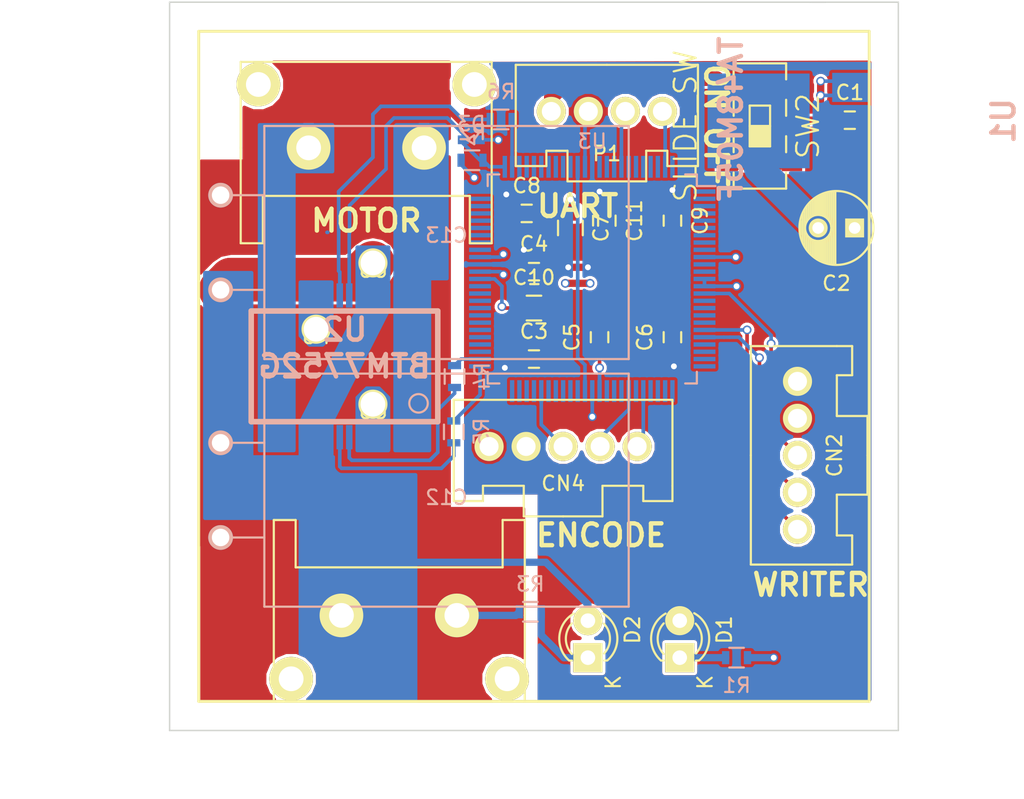
<source format=kicad_pcb>
(kicad_pcb (version 4) (host pcbnew "(2015-07-11 BZR 5925, Git c291b88)-product")

  (general
    (links 112)
    (no_connects 0)
    (area 89.285715 49.949999 159.428572 106.700001)
    (thickness 1.6)
    (drawings 18)
    (tracks 252)
    (zones 0)
    (modules 34)
    (nets 28)
  )

  (page A4)
  (layers
    (0 F.Cu signal)
    (31 B.Cu signal)
    (32 B.Adhes user)
    (33 F.Adhes user)
    (34 B.Paste user)
    (35 F.Paste user)
    (36 B.SilkS user)
    (37 F.SilkS user)
    (38 B.Mask user)
    (39 F.Mask user)
    (40 Dwgs.User user)
    (41 Cmts.User user)
    (42 Eco1.User user)
    (43 Eco2.User user)
    (44 Edge.Cuts user)
    (45 Margin user)
    (46 B.CrtYd user)
    (47 F.CrtYd user)
    (48 B.Fab user)
    (49 F.Fab user)
  )

  (setup
    (last_trace_width 0.25)
    (user_trace_width 0.5)
    (user_trace_width 0.8)
    (user_trace_width 1)
    (user_trace_width 2)
    (user_trace_width 3)
    (user_trace_width 4)
    (trace_clearance 0.2)
    (zone_clearance 0.2)
    (zone_45_only yes)
    (trace_min 0.2)
    (segment_width 0.2)
    (edge_width 0.1)
    (via_size 0.6)
    (via_drill 0.4)
    (via_min_size 0.4)
    (via_min_drill 0.3)
    (user_via 2 1.7)
    (user_via 3 2.5)
    (user_via 4 2)
    (uvia_size 0.3)
    (uvia_drill 0.1)
    (uvias_allowed no)
    (uvia_min_size 0.2)
    (uvia_min_drill 0.1)
    (pcb_text_width 0.3)
    (pcb_text_size 1.5 1.5)
    (mod_edge_width 0.15)
    (mod_text_size 1 1)
    (mod_text_width 0.15)
    (pad_size 1.5 1.5)
    (pad_drill 0.6)
    (pad_to_mask_clearance 0)
    (aux_axis_origin 0 0)
    (visible_elements 7FFFFFFF)
    (pcbplotparams
      (layerselection 0x000f0_80000001)
      (usegerberextensions false)
      (excludeedgelayer false)
      (linewidth 0.100000)
      (plotframeref false)
      (viasonmask false)
      (mode 1)
      (useauxorigin false)
      (hpglpennumber 1)
      (hpglpenspeed 20)
      (hpglpendiameter 15)
      (hpglpenoverlay 2)
      (psnegative false)
      (psa4output false)
      (plotreference true)
      (plotvalue true)
      (plotinvisibletext false)
      (padsonsilk false)
      (subtractmaskfromsilk false)
      (outputformat 1)
      (mirror false)
      (drillshape 0)
      (scaleselection 1)
      (outputdirectory C:/Users/Matuda_Kazuaki/Documents/GitHub/RobotClubRepeat/KiCAD/BTM7752G/BTM7752G/))
  )

  (net 0 "")
  (net 1 +9V)
  (net 2 GND)
  (net 3 +5V)
  (net 4 "Net-(CN3-Pad2)")
  (net 5 "Net-(CN3-Pad1)")
  (net 6 "Net-(D1-Pad1)")
  (net 7 IS1)
  (net 8 +24V)
  (net 9 "Net-(C5-Pad1)")
  (net 10 VCCD1)
  (net 11 "Net-(C10-Pad1)")
  (net 12 "Net-(CN2-Pad1)")
  (net 13 "Net-(CN2-Pad2)")
  (net 14 "Net-(CN2-Pad3)")
  (net 15 "Net-(P1-Pad1)")
  (net 16 A)
  (net 17 B)
  (net 18 Z)
  (net 19 TX_1)
  (net 20 RX_1)
  (net 21 IN1_1)
  (net 22 IN1_2)
  (net 23 INH1)
  (net 24 "Net-(D2-Pad1)")
  (net 25 "Net-(R4-Pad1)")
  (net 26 "Net-(R5-Pad1)")
  (net 27 "Net-(R6-Pad2)")

  (net_class Default "これは標準のネット クラスです。"
    (clearance 0.2)
    (trace_width 0.25)
    (via_dia 0.6)
    (via_drill 0.4)
    (uvia_dia 0.3)
    (uvia_drill 0.1)
    (add_net +24V)
    (add_net +5V)
    (add_net +9V)
    (add_net A)
    (add_net B)
    (add_net GND)
    (add_net IN1_1)
    (add_net IN1_2)
    (add_net INH1)
    (add_net IS1)
    (add_net "Net-(C10-Pad1)")
    (add_net "Net-(C5-Pad1)")
    (add_net "Net-(CN2-Pad1)")
    (add_net "Net-(CN2-Pad2)")
    (add_net "Net-(CN2-Pad3)")
    (add_net "Net-(CN3-Pad1)")
    (add_net "Net-(CN3-Pad2)")
    (add_net "Net-(D1-Pad1)")
    (add_net "Net-(D2-Pad1)")
    (add_net "Net-(P1-Pad1)")
    (add_net "Net-(R4-Pad1)")
    (add_net "Net-(R5-Pad1)")
    (add_net "Net-(R6-Pad2)")
    (add_net RX_1)
    (add_net TX_1)
    (add_net VCCD1)
    (add_net Z)
  )

  (module Capacitors_SMD:C_0603 (layer F.Cu) (tedit 5415D631) (tstamp 55BB0598)
    (at 146.67 58.1)
    (descr "Capacitor SMD 0603, reflow soldering, AVX (see smccp.pdf)")
    (tags "capacitor 0603")
    (path /55BA4DF2)
    (attr smd)
    (fp_text reference C1 (at 0 -1.9) (layer F.SilkS)
      (effects (font (size 1 1) (thickness 0.15)))
    )
    (fp_text value 0.33u (at 0 1.9) (layer F.Fab)
      (effects (font (size 1 1) (thickness 0.15)))
    )
    (fp_line (start -1.45 -0.75) (end 1.45 -0.75) (layer F.CrtYd) (width 0.05))
    (fp_line (start -1.45 0.75) (end 1.45 0.75) (layer F.CrtYd) (width 0.05))
    (fp_line (start -1.45 -0.75) (end -1.45 0.75) (layer F.CrtYd) (width 0.05))
    (fp_line (start 1.45 -0.75) (end 1.45 0.75) (layer F.CrtYd) (width 0.05))
    (fp_line (start -0.35 -0.6) (end 0.35 -0.6) (layer F.SilkS) (width 0.15))
    (fp_line (start 0.35 0.6) (end -0.35 0.6) (layer F.SilkS) (width 0.15))
    (pad 1 smd rect (at -0.75 0) (size 0.8 0.75) (layers F.Cu F.Paste F.Mask)
      (net 1 +9V))
    (pad 2 smd rect (at 0.75 0) (size 0.8 0.75) (layers F.Cu F.Paste F.Mask)
      (net 2 GND))
    (model Capacitors_SMD.3dshapes/C_0603.wrl
      (at (xyz 0 0 0))
      (scale (xyz 1 1 1))
      (rotate (xyz 0 0 0))
    )
  )

  (module Capacitors_ThroughHole:C_Radial_D5_L6_P2.5 (layer F.Cu) (tedit 0) (tstamp 55BB059E)
    (at 147 65.5 180)
    (descr "Radial Electrolytic Capacitor Diameter 5mm x Length 6mm, Pitch 2.5mm")
    (tags "Electrolytic Capacitor")
    (path /55BA4CDF)
    (fp_text reference C2 (at 1.25 -3.8 180) (layer F.SilkS)
      (effects (font (size 1 1) (thickness 0.15)))
    )
    (fp_text value 33u (at 1.25 3.8 180) (layer F.Fab)
      (effects (font (size 1 1) (thickness 0.15)))
    )
    (fp_line (start 1.325 -2.499) (end 1.325 2.499) (layer F.SilkS) (width 0.15))
    (fp_line (start 1.465 -2.491) (end 1.465 2.491) (layer F.SilkS) (width 0.15))
    (fp_line (start 1.605 -2.475) (end 1.605 -0.095) (layer F.SilkS) (width 0.15))
    (fp_line (start 1.605 0.095) (end 1.605 2.475) (layer F.SilkS) (width 0.15))
    (fp_line (start 1.745 -2.451) (end 1.745 -0.49) (layer F.SilkS) (width 0.15))
    (fp_line (start 1.745 0.49) (end 1.745 2.451) (layer F.SilkS) (width 0.15))
    (fp_line (start 1.885 -2.418) (end 1.885 -0.657) (layer F.SilkS) (width 0.15))
    (fp_line (start 1.885 0.657) (end 1.885 2.418) (layer F.SilkS) (width 0.15))
    (fp_line (start 2.025 -2.377) (end 2.025 -0.764) (layer F.SilkS) (width 0.15))
    (fp_line (start 2.025 0.764) (end 2.025 2.377) (layer F.SilkS) (width 0.15))
    (fp_line (start 2.165 -2.327) (end 2.165 -0.835) (layer F.SilkS) (width 0.15))
    (fp_line (start 2.165 0.835) (end 2.165 2.327) (layer F.SilkS) (width 0.15))
    (fp_line (start 2.305 -2.266) (end 2.305 -0.879) (layer F.SilkS) (width 0.15))
    (fp_line (start 2.305 0.879) (end 2.305 2.266) (layer F.SilkS) (width 0.15))
    (fp_line (start 2.445 -2.196) (end 2.445 -0.898) (layer F.SilkS) (width 0.15))
    (fp_line (start 2.445 0.898) (end 2.445 2.196) (layer F.SilkS) (width 0.15))
    (fp_line (start 2.585 -2.114) (end 2.585 -0.896) (layer F.SilkS) (width 0.15))
    (fp_line (start 2.585 0.896) (end 2.585 2.114) (layer F.SilkS) (width 0.15))
    (fp_line (start 2.725 -2.019) (end 2.725 -0.871) (layer F.SilkS) (width 0.15))
    (fp_line (start 2.725 0.871) (end 2.725 2.019) (layer F.SilkS) (width 0.15))
    (fp_line (start 2.865 -1.908) (end 2.865 -0.823) (layer F.SilkS) (width 0.15))
    (fp_line (start 2.865 0.823) (end 2.865 1.908) (layer F.SilkS) (width 0.15))
    (fp_line (start 3.005 -1.78) (end 3.005 -0.745) (layer F.SilkS) (width 0.15))
    (fp_line (start 3.005 0.745) (end 3.005 1.78) (layer F.SilkS) (width 0.15))
    (fp_line (start 3.145 -1.631) (end 3.145 -0.628) (layer F.SilkS) (width 0.15))
    (fp_line (start 3.145 0.628) (end 3.145 1.631) (layer F.SilkS) (width 0.15))
    (fp_line (start 3.285 -1.452) (end 3.285 -0.44) (layer F.SilkS) (width 0.15))
    (fp_line (start 3.285 0.44) (end 3.285 1.452) (layer F.SilkS) (width 0.15))
    (fp_line (start 3.425 -1.233) (end 3.425 1.233) (layer F.SilkS) (width 0.15))
    (fp_line (start 3.565 -0.944) (end 3.565 0.944) (layer F.SilkS) (width 0.15))
    (fp_line (start 3.705 -0.472) (end 3.705 0.472) (layer F.SilkS) (width 0.15))
    (fp_circle (center 2.5 0) (end 2.5 -0.9) (layer F.SilkS) (width 0.15))
    (fp_circle (center 1.25 0) (end 1.25 -2.5375) (layer F.SilkS) (width 0.15))
    (fp_circle (center 1.25 0) (end 1.25 -2.8) (layer F.CrtYd) (width 0.05))
    (pad 1 thru_hole rect (at 0 0 180) (size 1.3 1.3) (drill 0.8) (layers *.Cu *.Mask F.SilkS)
      (net 3 +5V))
    (pad 2 thru_hole circle (at 2.5 0 180) (size 1.3 1.3) (drill 0.8) (layers *.Cu *.Mask F.SilkS)
      (net 2 GND))
    (model Capacitors_ThroughHole.3dshapes/C_Radial_D5_L6_P2.5.wrl
      (at (xyz 0.0492126 0 0))
      (scale (xyz 1 1 1))
      (rotate (xyz 0 0 90))
    )
  )

  (module LEDs:LED-3MM (layer F.Cu) (tedit 559B82F6) (tstamp 55BB0608)
    (at 135 95 90)
    (descr "LED 3mm round vertical")
    (tags "LED  3mm round vertical")
    (path /55BA4EBD)
    (fp_text reference D1 (at 1.91 3.06 90) (layer F.SilkS)
      (effects (font (size 1 1) (thickness 0.15)))
    )
    (fp_text value LED (at 1.3 -2.9 90) (layer F.Fab)
      (effects (font (size 1 1) (thickness 0.15)))
    )
    (fp_line (start -1.2 2.3) (end 3.8 2.3) (layer F.CrtYd) (width 0.05))
    (fp_line (start 3.8 2.3) (end 3.8 -2.2) (layer F.CrtYd) (width 0.05))
    (fp_line (start 3.8 -2.2) (end -1.2 -2.2) (layer F.CrtYd) (width 0.05))
    (fp_line (start -1.2 -2.2) (end -1.2 2.3) (layer F.CrtYd) (width 0.05))
    (fp_line (start -0.199 1.314) (end -0.199 1.114) (layer F.SilkS) (width 0.15))
    (fp_line (start -0.199 -1.28) (end -0.199 -1.1) (layer F.SilkS) (width 0.15))
    (fp_arc (start 1.301 0.034) (end -0.199 -1.286) (angle 108.5) (layer F.SilkS) (width 0.15))
    (fp_arc (start 1.301 0.034) (end 0.25 -1.1) (angle 85.7) (layer F.SilkS) (width 0.15))
    (fp_arc (start 1.311 0.034) (end 3.051 0.994) (angle 110) (layer F.SilkS) (width 0.15))
    (fp_arc (start 1.301 0.034) (end 2.335 1.094) (angle 87.5) (layer F.SilkS) (width 0.15))
    (fp_text user K (at -1.69 1.74 90) (layer F.SilkS)
      (effects (font (size 1 1) (thickness 0.15)))
    )
    (pad 1 thru_hole rect (at 0 0 180) (size 2 2) (drill 1.00076) (layers *.Cu *.Mask F.SilkS)
      (net 6 "Net-(D1-Pad1)"))
    (pad 2 thru_hole circle (at 2.54 0 90) (size 2 2) (drill 1.00076) (layers *.Cu *.Mask F.SilkS)
      (net 3 +5V))
    (model LEDs.3dshapes/LED-3MM.wrl
      (at (xyz 0.05 0 0))
      (scale (xyz 1 1 1))
      (rotate (xyz 0 0 90))
    )
  )

  (module user_conn:DF1E-4P_Streight (layer F.Cu) (tedit 55903CA5) (tstamp 55BB0610)
    (at 130 57.5)
    (path /55BB5C0B)
    (fp_text reference P1 (at 0 2.9) (layer F.SilkS)
      (effects (font (size 1 1) (thickness 0.15)))
    )
    (fp_text value CONN_4_KRP (at 0 -4.65) (layer F.Fab)
      (effects (font (size 1 1) (thickness 0.15)))
    )
    (fp_line (start -2.7 2.7) (end -4.15 2.7) (layer F.SilkS) (width 0.15))
    (fp_line (start 4.15 2.7) (end 2.7 2.7) (layer F.SilkS) (width 0.15))
    (fp_line (start 6.25 2.7) (end 6.25 3.75) (layer F.SilkS) (width 0.15))
    (fp_line (start 6.25 3.75) (end 4.15 3.75) (layer F.SilkS) (width 0.15))
    (fp_line (start 4.15 3.75) (end 4.15 2.7) (layer F.SilkS) (width 0.15))
    (fp_line (start -6.25 2.7) (end -6.25 3.75) (layer F.SilkS) (width 0.15))
    (fp_line (start -6.25 3.75) (end -4.15 3.75) (layer F.SilkS) (width 0.15))
    (fp_line (start -4.15 3.75) (end -4.15 2.7) (layer F.SilkS) (width 0.15))
    (fp_line (start 0 4.8) (end 2.7 4.8) (layer F.SilkS) (width 0.15))
    (fp_line (start 2.7 4.8) (end 2.7 2.7) (layer F.SilkS) (width 0.15))
    (fp_line (start 0 4.8) (end -2.7 4.8) (layer F.SilkS) (width 0.15))
    (fp_line (start -2.7 4.8) (end -2.7 2.7) (layer F.SilkS) (width 0.15))
    (fp_line (start 6.25 -3.2) (end 6.25 2.7) (layer F.SilkS) (width 0.15))
    (fp_line (start -6.25 2.7) (end -6.25 -3.2) (layer F.SilkS) (width 0.15))
    (fp_line (start 0 -3.2) (end 6.25 -3.2) (layer F.SilkS) (width 0.15))
    (fp_line (start 0 -3.2) (end -6.25 -3.2) (layer F.SilkS) (width 0.15))
    (pad 1 thru_hole circle (at -3.81 0) (size 2 2) (drill 1.3) (layers *.Cu *.Mask F.SilkS)
      (net 15 "Net-(P1-Pad1)"))
    (pad 2 thru_hole circle (at -1.27 0) (size 2 2) (drill 1.3) (layers *.Cu *.Mask F.SilkS)
      (net 2 GND))
    (pad 3 thru_hole circle (at 1.27 0) (size 2 2) (drill 1.3) (layers *.Cu *.Mask F.SilkS)
      (net 19 TX_1))
    (pad 4 thru_hole circle (at 3.81 0) (size 2 2) (drill 1.3) (layers *.Cu *.Mask F.SilkS)
      (net 20 RX_1))
  )

  (module Resistors_SMD:R_0603 (layer B.Cu) (tedit 5415CC62) (tstamp 55BB061E)
    (at 138.9 95)
    (descr "Resistor SMD 0603, reflow soldering, Vishay (see dcrcw.pdf)")
    (tags "resistor 0603")
    (path /55BA4F35)
    (attr smd)
    (fp_text reference R1 (at 0 1.9) (layer B.SilkS)
      (effects (font (size 1 1) (thickness 0.15)) (justify mirror))
    )
    (fp_text value 1k (at 0 -1.9) (layer B.Fab)
      (effects (font (size 1 1) (thickness 0.15)) (justify mirror))
    )
    (fp_line (start -1.3 0.8) (end 1.3 0.8) (layer B.CrtYd) (width 0.05))
    (fp_line (start -1.3 -0.8) (end 1.3 -0.8) (layer B.CrtYd) (width 0.05))
    (fp_line (start -1.3 0.8) (end -1.3 -0.8) (layer B.CrtYd) (width 0.05))
    (fp_line (start 1.3 0.8) (end 1.3 -0.8) (layer B.CrtYd) (width 0.05))
    (fp_line (start 0.5 -0.675) (end -0.5 -0.675) (layer B.SilkS) (width 0.15))
    (fp_line (start -0.5 0.675) (end 0.5 0.675) (layer B.SilkS) (width 0.15))
    (pad 1 smd rect (at -0.75 0) (size 0.5 0.9) (layers B.Cu B.Paste B.Mask)
      (net 6 "Net-(D1-Pad1)"))
    (pad 2 smd rect (at 0.75 0) (size 0.5 0.9) (layers B.Cu B.Paste B.Mask)
      (net 2 GND))
    (model Resistors_SMD.3dshapes/R_0603.wrl
      (at (xyz 0 0 0))
      (scale (xyz 1 1 1))
      (rotate (xyz 0 0 0))
    )
  )

  (module Resistors_SMD:R_0603 (layer B.Cu) (tedit 5415CC62) (tstamp 55BB0624)
    (at 120.75 60.85 180)
    (descr "Resistor SMD 0603, reflow soldering, Vishay (see dcrcw.pdf)")
    (tags "resistor 0603")
    (path /55BA6146)
    (attr smd)
    (fp_text reference R2 (at 0 1.9 180) (layer B.SilkS)
      (effects (font (size 1 1) (thickness 0.15)) (justify mirror))
    )
    (fp_text value 1k (at 0 -1.9 180) (layer B.Fab)
      (effects (font (size 1 1) (thickness 0.15)) (justify mirror))
    )
    (fp_line (start -1.3 0.8) (end 1.3 0.8) (layer B.CrtYd) (width 0.05))
    (fp_line (start -1.3 -0.8) (end 1.3 -0.8) (layer B.CrtYd) (width 0.05))
    (fp_line (start -1.3 0.8) (end -1.3 -0.8) (layer B.CrtYd) (width 0.05))
    (fp_line (start 1.3 0.8) (end 1.3 -0.8) (layer B.CrtYd) (width 0.05))
    (fp_line (start 0.5 -0.675) (end -0.5 -0.675) (layer B.SilkS) (width 0.15))
    (fp_line (start -0.5 0.675) (end 0.5 0.675) (layer B.SilkS) (width 0.15))
    (pad 1 smd rect (at -0.75 0 180) (size 0.5 0.9) (layers B.Cu B.Paste B.Mask)
      (net 7 IS1))
    (pad 2 smd rect (at 0.75 0 180) (size 0.5 0.9) (layers B.Cu B.Paste B.Mask)
      (net 2 GND))
    (model Resistors_SMD.3dshapes/R_0603.wrl
      (at (xyz 0 0 0))
      (scale (xyz 1 1 1))
      (rotate (xyz 0 0 0))
    )
  )

  (module user_IC:PG-DSO-36 (layer B.Cu) (tedit 5547905D) (tstamp 55BB0662)
    (at 112 75 180)
    (path /55BA57CF)
    (fp_text reference U2 (at -0.01016 2.51968 180) (layer B.SilkS)
      (effects (font (thickness 0.3048)) (justify mirror))
    )
    (fp_text value BTM7752G (at 0 0 180) (layer B.SilkS)
      (effects (font (thickness 0.3048)) (justify mirror))
    )
    (fp_circle (center -5.08 -2.54) (end -5.08 -3.175) (layer B.SilkS) (width 0.15))
    (fp_line (start -6.4008 3.79984) (end 6.4008 3.79984) (layer B.SilkS) (width 0.381))
    (fp_line (start 6.4008 3.79984) (end 6.4008 -3.79984) (layer B.SilkS) (width 0.381))
    (fp_line (start 6.4008 -3.79984) (end -6.4008 -3.79984) (layer B.SilkS) (width 0.381))
    (fp_line (start -6.4008 -3.79984) (end -6.4008 3.79984) (layer B.SilkS) (width 0.381))
    (pad 1 smd rect (at -5.5245 -4.8641 180) (size 0.44958 1.66878) (layers B.Cu B.Paste B.Mask)
      (net 5 "Net-(CN3-Pad1)"))
    (pad 2 smd rect (at -4.87426 -4.8641 180) (size 0.44958 1.66878) (layers B.Cu B.Paste B.Mask)
      (net 5 "Net-(CN3-Pad1)"))
    (pad 3 smd rect (at -4.22402 -4.8641 180) (size 0.44958 1.66878) (layers B.Cu B.Paste B.Mask)
      (net 5 "Net-(CN3-Pad1)"))
    (pad 4 smd rect (at -3.57378 -4.8641 180) (size 0.44958 1.66878) (layers B.Cu B.Paste B.Mask)
      (net 5 "Net-(CN3-Pad1)"))
    (pad 5 smd rect (at -2.92608 -4.8641 180) (size 0.44958 1.66878) (layers B.Cu B.Paste B.Mask)
      (net 2 GND))
    (pad 6 smd rect (at -2.27584 -4.8641 180) (size 0.44958 1.66878) (layers B.Cu B.Paste B.Mask)
      (net 2 GND))
    (pad 7 smd rect (at -1.6256 -4.8641 180) (size 0.44958 1.66878) (layers B.Cu B.Paste B.Mask)
      (net 2 GND))
    (pad 8 smd rect (at -0.97536 -4.8641 180) (size 0.44958 1.66878) (layers B.Cu B.Paste B.Mask)
      (net 2 GND))
    (pad 9 smd rect (at -0.32512 -4.8641 180) (size 0.44958 1.66878) (layers B.Cu B.Paste B.Mask)
      (net 25 "Net-(R4-Pad1)"))
    (pad 10 smd rect (at 0.32512 -4.8641 180) (size 0.44958 1.66878) (layers B.Cu B.Paste B.Mask)
      (net 26 "Net-(R5-Pad1)"))
    (pad 11 smd rect (at 0.97536 -4.8641 180) (size 0.44958 1.66878) (layers B.Cu B.Paste B.Mask)
      (net 8 +24V))
    (pad 12 smd rect (at 1.6256 -4.8641 180) (size 0.44958 1.66878) (layers B.Cu B.Paste B.Mask)
      (net 8 +24V))
    (pad 13 smd rect (at 2.27584 -4.8641 180) (size 0.44958 1.66878) (layers B.Cu B.Paste B.Mask)
      (net 8 +24V))
    (pad 14 smd rect (at 2.92608 -4.8641 180) (size 0.44958 1.66878) (layers B.Cu B.Paste B.Mask)
      (net 8 +24V))
    (pad 15 smd rect (at 3.57632 -4.8641 180) (size 0.44958 1.66878) (layers B.Cu B.Paste B.Mask)
      (net 4 "Net-(CN3-Pad2)"))
    (pad 16 smd rect (at 4.22402 -4.8641 180) (size 0.44958 1.66878) (layers B.Cu B.Paste B.Mask)
      (net 4 "Net-(CN3-Pad2)"))
    (pad 17 smd rect (at 4.87426 -4.8641 180) (size 0.44958 1.66878) (layers B.Cu B.Paste B.Mask)
      (net 4 "Net-(CN3-Pad2)"))
    (pad 18 smd rect (at 5.5245 -4.8641 180) (size 0.44958 1.66878) (layers B.Cu B.Paste B.Mask)
      (net 4 "Net-(CN3-Pad2)"))
    (pad 19 smd rect (at 5.5245 4.8641 180) (size 0.44958 1.66878) (layers B.Cu B.Paste B.Mask)
      (net 4 "Net-(CN3-Pad2)"))
    (pad 20 smd rect (at 4.87426 4.8641 180) (size 0.44958 1.66878) (layers B.Cu B.Paste B.Mask)
      (net 4 "Net-(CN3-Pad2)"))
    (pad 21 smd rect (at 4.22402 4.8641 180) (size 0.44958 1.66878) (layers B.Cu B.Paste B.Mask)
      (net 4 "Net-(CN3-Pad2)"))
    (pad 22 smd rect (at 3.57632 4.8641 180) (size 0.44958 1.66878) (layers B.Cu B.Paste B.Mask)
      (net 4 "Net-(CN3-Pad2)"))
    (pad 23 smd rect (at 2.92608 4.8641 180) (size 0.44958 1.66878) (layers B.Cu B.Paste B.Mask)
      (net 2 GND))
    (pad 24 smd rect (at 2.27584 4.8641 180) (size 0.44958 1.66878) (layers B.Cu B.Paste B.Mask)
      (net 2 GND))
    (pad 25 smd rect (at 1.6256 4.8641 180) (size 0.44958 1.66878) (layers B.Cu B.Paste B.Mask)
      (net 2 GND))
    (pad 26 smd rect (at 0.97536 4.8641 180) (size 0.44958 1.66878) (layers B.Cu B.Paste B.Mask)
      (net 2 GND))
    (pad 27 smd rect (at 0.32512 4.8641 180) (size 0.44958 1.66878) (layers B.Cu B.Paste B.Mask)
      (net 27 "Net-(R6-Pad2)"))
    (pad 28 smd rect (at -0.32512 4.8641 180) (size 0.44958 1.66878) (layers B.Cu B.Paste B.Mask)
      (net 7 IS1))
    (pad 29 smd rect (at -0.97536 4.8641 180) (size 0.44958 1.66878) (layers B.Cu B.Paste B.Mask)
      (net 8 +24V))
    (pad 30 smd rect (at -1.6256 4.8641 180) (size 0.44958 1.66878) (layers B.Cu B.Paste B.Mask)
      (net 8 +24V))
    (pad 31 smd rect (at -2.27584 4.8641 180) (size 0.44958 1.66878) (layers B.Cu B.Paste B.Mask)
      (net 8 +24V))
    (pad 32 smd rect (at -2.92608 4.8641 180) (size 0.44958 1.66878) (layers B.Cu B.Paste B.Mask)
      (net 8 +24V))
    (pad 33 smd rect (at -3.57378 4.8641 180) (size 0.44958 1.66878) (layers B.Cu B.Paste B.Mask)
      (net 5 "Net-(CN3-Pad1)"))
    (pad 34 smd rect (at -4.22402 4.8641 180) (size 0.44958 1.66878) (layers B.Cu B.Paste B.Mask)
      (net 5 "Net-(CN3-Pad1)"))
    (pad 35 smd rect (at -4.87426 4.8641 180) (size 0.44958 1.66878) (layers B.Cu B.Paste B.Mask)
      (net 5 "Net-(CN3-Pad1)"))
    (pad 36 smd rect (at -5.5245 4.8641 180) (size 0.44958 1.66878) (layers B.Cu B.Paste B.Mask)
      (net 5 "Net-(CN3-Pad1)"))
  )

  (module Housings_QFP:TQFP-100_14x14mm_Pitch0.5mm (layer B.Cu) (tedit 54130A77) (tstamp 55BC853C)
    (at 129 69 180)
    (descr "100-Lead Plastic Thin Quad Flatpack (PF) - 14x14x1 mm Body 2.00 mm Footprint [TQFP] (see Microchip Packaging Specification 00000049BS.pdf)")
    (tags "QFP 0.5")
    (path /55BCAAB4)
    (attr smd)
    (fp_text reference U3 (at 0 9.45 180) (layer B.SilkS)
      (effects (font (size 1 1) (thickness 0.15)) (justify mirror))
    )
    (fp_text value PSOC3_CY8C38_FAMILY_100 (at 0 -9.45 180) (layer B.Fab)
      (effects (font (size 1 1) (thickness 0.15)) (justify mirror))
    )
    (fp_line (start -8.7 8.7) (end -8.7 -8.7) (layer B.CrtYd) (width 0.05))
    (fp_line (start 8.7 8.7) (end 8.7 -8.7) (layer B.CrtYd) (width 0.05))
    (fp_line (start -8.7 8.7) (end 8.7 8.7) (layer B.CrtYd) (width 0.05))
    (fp_line (start -8.7 -8.7) (end 8.7 -8.7) (layer B.CrtYd) (width 0.05))
    (fp_line (start -7.175 7.175) (end -7.175 6.375) (layer B.SilkS) (width 0.15))
    (fp_line (start 7.175 7.175) (end 7.175 6.375) (layer B.SilkS) (width 0.15))
    (fp_line (start 7.175 -7.175) (end 7.175 -6.375) (layer B.SilkS) (width 0.15))
    (fp_line (start -7.175 -7.175) (end -7.175 -6.375) (layer B.SilkS) (width 0.15))
    (fp_line (start -7.175 7.175) (end -6.375 7.175) (layer B.SilkS) (width 0.15))
    (fp_line (start -7.175 -7.175) (end -6.375 -7.175) (layer B.SilkS) (width 0.15))
    (fp_line (start 7.175 -7.175) (end 6.375 -7.175) (layer B.SilkS) (width 0.15))
    (fp_line (start 7.175 7.175) (end 6.375 7.175) (layer B.SilkS) (width 0.15))
    (fp_line (start -7.175 6.375) (end -8.45 6.375) (layer B.SilkS) (width 0.15))
    (pad 1 smd rect (at -7.7 6 180) (size 1.5 0.3) (layers B.Cu B.Paste B.Mask))
    (pad 2 smd rect (at -7.7 5.5 180) (size 1.5 0.3) (layers B.Cu B.Paste B.Mask))
    (pad 3 smd rect (at -7.7 5 180) (size 1.5 0.3) (layers B.Cu B.Paste B.Mask))
    (pad 4 smd rect (at -7.7 4.5 180) (size 1.5 0.3) (layers B.Cu B.Paste B.Mask))
    (pad 5 smd rect (at -7.7 4 180) (size 1.5 0.3) (layers B.Cu B.Paste B.Mask))
    (pad 6 smd rect (at -7.7 3.5 180) (size 1.5 0.3) (layers B.Cu B.Paste B.Mask))
    (pad 7 smd rect (at -7.7 3 180) (size 1.5 0.3) (layers B.Cu B.Paste B.Mask))
    (pad 8 smd rect (at -7.7 2.5 180) (size 1.5 0.3) (layers B.Cu B.Paste B.Mask))
    (pad 9 smd rect (at -7.7 2 180) (size 1.5 0.3) (layers B.Cu B.Paste B.Mask))
    (pad 10 smd rect (at -7.7 1.5 180) (size 1.5 0.3) (layers B.Cu B.Paste B.Mask)
      (net 2 GND))
    (pad 11 smd rect (at -7.7 1 180) (size 1.5 0.3) (layers B.Cu B.Paste B.Mask))
    (pad 12 smd rect (at -7.7 0.5 180) (size 1.5 0.3) (layers B.Cu B.Paste B.Mask))
    (pad 13 smd rect (at -7.7 0 180) (size 1.5 0.3) (layers B.Cu B.Paste B.Mask)
      (net 2 GND))
    (pad 14 smd rect (at -7.7 -0.5 180) (size 1.5 0.3) (layers B.Cu B.Paste B.Mask)
      (net 2 GND))
    (pad 15 smd rect (at -7.7 -1 180) (size 1.5 0.3) (layers B.Cu B.Paste B.Mask)
      (net 14 "Net-(CN2-Pad3)"))
    (pad 16 smd rect (at -7.7 -1.5 180) (size 1.5 0.3) (layers B.Cu B.Paste B.Mask))
    (pad 17 smd rect (at -7.7 -2 180) (size 1.5 0.3) (layers B.Cu B.Paste B.Mask))
    (pad 18 smd rect (at -7.7 -2.5 180) (size 1.5 0.3) (layers B.Cu B.Paste B.Mask))
    (pad 19 smd rect (at -7.7 -3 180) (size 1.5 0.3) (layers B.Cu B.Paste B.Mask))
    (pad 20 smd rect (at -7.7 -3.5 180) (size 1.5 0.3) (layers B.Cu B.Paste B.Mask)
      (net 12 "Net-(CN2-Pad1)"))
    (pad 21 smd rect (at -7.7 -4 180) (size 1.5 0.3) (layers B.Cu B.Paste B.Mask)
      (net 13 "Net-(CN2-Pad2)"))
    (pad 22 smd rect (at -7.7 -4.5 180) (size 1.5 0.3) (layers B.Cu B.Paste B.Mask))
    (pad 23 smd rect (at -7.7 -5 180) (size 1.5 0.3) (layers B.Cu B.Paste B.Mask))
    (pad 24 smd rect (at -7.7 -5.5 180) (size 1.5 0.3) (layers B.Cu B.Paste B.Mask))
    (pad 25 smd rect (at -7.7 -6 180) (size 1.5 0.3) (layers B.Cu B.Paste B.Mask))
    (pad 26 smd rect (at -6 -7.7 90) (size 1.5 0.3) (layers B.Cu B.Paste B.Mask)
      (net 3 +5V))
    (pad 27 smd rect (at -5.5 -7.7 90) (size 1.5 0.3) (layers B.Cu B.Paste B.Mask))
    (pad 28 smd rect (at -5 -7.7 90) (size 1.5 0.3) (layers B.Cu B.Paste B.Mask))
    (pad 29 smd rect (at -4.5 -7.7 90) (size 1.5 0.3) (layers B.Cu B.Paste B.Mask))
    (pad 30 smd rect (at -4 -7.7 90) (size 1.5 0.3) (layers B.Cu B.Paste B.Mask))
    (pad 31 smd rect (at -3.5 -7.7 90) (size 1.5 0.3) (layers B.Cu B.Paste B.Mask)
      (net 18 Z))
    (pad 32 smd rect (at -3 -7.7 90) (size 1.5 0.3) (layers B.Cu B.Paste B.Mask))
    (pad 33 smd rect (at -2.5 -7.7 90) (size 1.5 0.3) (layers B.Cu B.Paste B.Mask)
      (net 17 B))
    (pad 34 smd rect (at -2 -7.7 90) (size 1.5 0.3) (layers B.Cu B.Paste B.Mask))
    (pad 35 smd rect (at -1.5 -7.7 90) (size 1.5 0.3) (layers B.Cu B.Paste B.Mask))
    (pad 36 smd rect (at -1 -7.7 90) (size 1.5 0.3) (layers B.Cu B.Paste B.Mask))
    (pad 37 smd rect (at -0.5 -7.7 90) (size 1.5 0.3) (layers B.Cu B.Paste B.Mask)
      (net 9 "Net-(C5-Pad1)"))
    (pad 38 smd rect (at 0 -7.7 90) (size 1.5 0.3) (layers B.Cu B.Paste B.Mask)
      (net 2 GND))
    (pad 39 smd rect (at 0.5 -7.7 90) (size 1.5 0.3) (layers B.Cu B.Paste B.Mask)
      (net 10 VCCD1))
    (pad 40 smd rect (at 1 -7.7 90) (size 1.5 0.3) (layers B.Cu B.Paste B.Mask))
    (pad 41 smd rect (at 1.5 -7.7 90) (size 1.5 0.3) (layers B.Cu B.Paste B.Mask))
    (pad 42 smd rect (at 2 -7.7 90) (size 1.5 0.3) (layers B.Cu B.Paste B.Mask))
    (pad 43 smd rect (at 2.5 -7.7 90) (size 1.5 0.3) (layers B.Cu B.Paste B.Mask))
    (pad 44 smd rect (at 3 -7.7 90) (size 1.5 0.3) (layers B.Cu B.Paste B.Mask))
    (pad 45 smd rect (at 3.5 -7.7 90) (size 1.5 0.3) (layers B.Cu B.Paste B.Mask)
      (net 16 A))
    (pad 46 smd rect (at 4 -7.7 90) (size 1.5 0.3) (layers B.Cu B.Paste B.Mask))
    (pad 47 smd rect (at 4.5 -7.7 90) (size 1.5 0.3) (layers B.Cu B.Paste B.Mask))
    (pad 48 smd rect (at 5 -7.7 90) (size 1.5 0.3) (layers B.Cu B.Paste B.Mask))
    (pad 49 smd rect (at 5.5 -7.7 90) (size 1.5 0.3) (layers B.Cu B.Paste B.Mask))
    (pad 50 smd rect (at 6 -7.7 90) (size 1.5 0.3) (layers B.Cu B.Paste B.Mask)
      (net 3 +5V))
    (pad 51 smd rect (at 7.7 -6 180) (size 1.5 0.3) (layers B.Cu B.Paste B.Mask)
      (net 22 IN1_2))
    (pad 52 smd rect (at 7.7 -5.5 180) (size 1.5 0.3) (layers B.Cu B.Paste B.Mask)
      (net 21 IN1_1))
    (pad 53 smd rect (at 7.7 -5 180) (size 1.5 0.3) (layers B.Cu B.Paste B.Mask))
    (pad 54 smd rect (at 7.7 -4.5 180) (size 1.5 0.3) (layers B.Cu B.Paste B.Mask))
    (pad 55 smd rect (at 7.7 -4 180) (size 1.5 0.3) (layers B.Cu B.Paste B.Mask))
    (pad 56 smd rect (at 7.7 -3.5 180) (size 1.5 0.3) (layers B.Cu B.Paste B.Mask))
    (pad 57 smd rect (at 7.7 -3 180) (size 1.5 0.3) (layers B.Cu B.Paste B.Mask))
    (pad 58 smd rect (at 7.7 -2.5 180) (size 1.5 0.3) (layers B.Cu B.Paste B.Mask))
    (pad 59 smd rect (at 7.7 -2 180) (size 1.5 0.3) (layers B.Cu B.Paste B.Mask))
    (pad 60 smd rect (at 7.7 -1.5 180) (size 1.5 0.3) (layers B.Cu B.Paste B.Mask))
    (pad 61 smd rect (at 7.7 -1 180) (size 1.5 0.3) (layers B.Cu B.Paste B.Mask))
    (pad 62 smd rect (at 7.7 -0.5 180) (size 1.5 0.3) (layers B.Cu B.Paste B.Mask))
    (pad 63 smd rect (at 7.7 0 180) (size 1.5 0.3) (layers B.Cu B.Paste B.Mask)
      (net 11 "Net-(C10-Pad1)"))
    (pad 64 smd rect (at 7.7 0.5 180) (size 1.5 0.3) (layers B.Cu B.Paste B.Mask)
      (net 2 GND))
    (pad 65 smd rect (at 7.7 1 180) (size 1.5 0.3) (layers B.Cu B.Paste B.Mask)
      (net 3 +5V))
    (pad 66 smd rect (at 7.7 1.5 180) (size 1.5 0.3) (layers B.Cu B.Paste B.Mask)
      (net 2 GND))
    (pad 67 smd rect (at 7.7 2 180) (size 1.5 0.3) (layers B.Cu B.Paste B.Mask))
    (pad 68 smd rect (at 7.7 2.5 180) (size 1.5 0.3) (layers B.Cu B.Paste B.Mask))
    (pad 69 smd rect (at 7.7 3 180) (size 1.5 0.3) (layers B.Cu B.Paste B.Mask))
    (pad 70 smd rect (at 7.7 3.5 180) (size 1.5 0.3) (layers B.Cu B.Paste B.Mask))
    (pad 71 smd rect (at 7.7 4 180) (size 1.5 0.3) (layers B.Cu B.Paste B.Mask))
    (pad 72 smd rect (at 7.7 4.5 180) (size 1.5 0.3) (layers B.Cu B.Paste B.Mask))
    (pad 73 smd rect (at 7.7 5 180) (size 1.5 0.3) (layers B.Cu B.Paste B.Mask))
    (pad 74 smd rect (at 7.7 5.5 180) (size 1.5 0.3) (layers B.Cu B.Paste B.Mask))
    (pad 75 smd rect (at 7.7 6 180) (size 1.5 0.3) (layers B.Cu B.Paste B.Mask)
      (net 3 +5V))
    (pad 76 smd rect (at 6 7.7 90) (size 1.5 0.3) (layers B.Cu B.Paste B.Mask)
      (net 7 IS1))
    (pad 77 smd rect (at 5.5 7.7 90) (size 1.5 0.3) (layers B.Cu B.Paste B.Mask)
      (net 23 INH1))
    (pad 78 smd rect (at 5 7.7 90) (size 1.5 0.3) (layers B.Cu B.Paste B.Mask))
    (pad 79 smd rect (at 4.5 7.7 90) (size 1.5 0.3) (layers B.Cu B.Paste B.Mask))
    (pad 80 smd rect (at 4 7.7 90) (size 1.5 0.3) (layers B.Cu B.Paste B.Mask))
    (pad 81 smd rect (at 3.5 7.7 90) (size 1.5 0.3) (layers B.Cu B.Paste B.Mask))
    (pad 82 smd rect (at 3 7.7 90) (size 1.5 0.3) (layers B.Cu B.Paste B.Mask))
    (pad 83 smd rect (at 2.5 7.7 90) (size 1.5 0.3) (layers B.Cu B.Paste B.Mask))
    (pad 84 smd rect (at 2 7.7 90) (size 1.5 0.3) (layers B.Cu B.Paste B.Mask))
    (pad 85 smd rect (at 1.5 7.7 90) (size 1.5 0.3) (layers B.Cu B.Paste B.Mask))
    (pad 86 smd rect (at 1 7.7 90) (size 1.5 0.3) (layers B.Cu B.Paste B.Mask)
      (net 10 VCCD1))
    (pad 87 smd rect (at 0.5 7.7 90) (size 1.5 0.3) (layers B.Cu B.Paste B.Mask)
      (net 2 GND))
    (pad 88 smd rect (at 0 7.7 90) (size 1.5 0.3) (layers B.Cu B.Paste B.Mask)
      (net 3 +5V))
    (pad 89 smd rect (at -0.5 7.7 90) (size 1.5 0.3) (layers B.Cu B.Paste B.Mask))
    (pad 90 smd rect (at -1 7.7 90) (size 1.5 0.3) (layers B.Cu B.Paste B.Mask))
    (pad 91 smd rect (at -1.5 7.7 90) (size 1.5 0.3) (layers B.Cu B.Paste B.Mask))
    (pad 92 smd rect (at -2 7.7 90) (size 1.5 0.3) (layers B.Cu B.Paste B.Mask)
      (net 19 TX_1))
    (pad 93 smd rect (at -2.5 7.7 90) (size 1.5 0.3) (layers B.Cu B.Paste B.Mask))
    (pad 94 smd rect (at -3 7.7 90) (size 1.5 0.3) (layers B.Cu B.Paste B.Mask))
    (pad 95 smd rect (at -3.5 7.7 90) (size 1.5 0.3) (layers B.Cu B.Paste B.Mask))
    (pad 96 smd rect (at -4 7.7 90) (size 1.5 0.3) (layers B.Cu B.Paste B.Mask))
    (pad 97 smd rect (at -4.5 7.7 90) (size 1.5 0.3) (layers B.Cu B.Paste B.Mask))
    (pad 98 smd rect (at -5 7.7 90) (size 1.5 0.3) (layers B.Cu B.Paste B.Mask)
      (net 20 RX_1))
    (pad 99 smd rect (at -5.5 7.7 90) (size 1.5 0.3) (layers B.Cu B.Paste B.Mask))
    (pad 100 smd rect (at -6 7.7 90) (size 1.5 0.3) (layers B.Cu B.Paste B.Mask)
      (net 3 +5V))
    (model Housings_QFP.3dshapes/TQFP-100_14x14mm_Pitch0.5mm.wrl
      (at (xyz 0 0 0))
      (scale (xyz 1 1 1))
      (rotate (xyz 0 0 0))
    )
  )

  (module user_conn:CONN_RED_2P_STRAIGHT (layer F.Cu) (tedit 55BCF227) (tstamp 55BCA1F6)
    (at 113.5 60)
    (path /55BB9C26)
    (fp_text reference CN3 (at 0 0) (layer F.SilkS)
      (effects (font (size 0.000001 0.000001) (thickness 0.15)))
    )
    (fp_text value CONN_RED_2_Power (at 0 0) (layer F.SilkS)
      (effects (font (size 0.000001 0.000001) (thickness 0.15)))
    )
    (fp_line (start -8.62 0) (end -8.62 6.55) (layer F.SilkS) (width 0.15))
    (fp_line (start -8.62 6.55) (end -8.51 6.55) (layer F.SilkS) (width 0.15))
    (fp_line (start -8.62 0) (end -8.62 -5.9) (layer F.SilkS) (width 0.15))
    (fp_line (start -8.62 -5.9) (end 8.6 -5.9) (layer F.SilkS) (width 0.15))
    (fp_line (start 8.6 -5.9) (end 8.6 6.55) (layer F.SilkS) (width 0.15))
    (fp_line (start 8.6 6.55) (end 7.1 6.55) (layer F.SilkS) (width 0.15))
    (fp_line (start 7.1 6.55) (end 7.1 3.3) (layer F.SilkS) (width 0.15))
    (fp_line (start 7.1 3.3) (end -7.1 3.3) (layer F.SilkS) (width 0.15))
    (fp_line (start -7.1 3.3) (end -7.1 6.55) (layer F.SilkS) (width 0.15))
    (fp_line (start -7.1 6.55) (end -8.6 6.55) (layer F.SilkS) (width 0.15))
    (pad 2 thru_hole circle (at -3.96 0) (size 3 3) (drill 1.7) (layers *.Cu *.Mask F.SilkS)
      (net 4 "Net-(CN3-Pad2)"))
    (pad 1 thru_hole circle (at 3.96 0) (size 3 3) (drill 1.7) (layers *.Cu *.Mask F.SilkS)
      (net 5 "Net-(CN3-Pad1)"))
    (pad "" np_thru_hole circle (at 7.41 -4.35) (size 3 3) (drill 1.7) (layers *.Cu *.Mask F.SilkS))
    (pad "" np_thru_hole circle (at -7.41 -4.35) (size 3 3) (drill 1.7) (layers *.Cu *.Mask F.SilkS))
  )

  (module user_conn:DF1E-5P_Streight (layer F.Cu) (tedit 55903F87) (tstamp 55BCA29F)
    (at 127 80.5)
    (path /55BC8FA3)
    (fp_text reference CN4 (at 0 2.54) (layer F.SilkS)
      (effects (font (size 1 1) (thickness 0.15)))
    )
    (fp_text value CONN_WHITE_5_RE (at 0 -2.2) (layer F.Fab)
      (effects (font (size 1 1) (thickness 0.15)))
    )
    (fp_line (start -2.7 2.7) (end -5.5 2.7) (layer F.SilkS) (width 0.15))
    (fp_line (start 5.5 2.7) (end 2.7 2.7) (layer F.SilkS) (width 0.15))
    (fp_line (start 7.5 2.7) (end 7.5 3.75) (layer F.SilkS) (width 0.15))
    (fp_line (start 7.5 3.75) (end 5.5 3.75) (layer F.SilkS) (width 0.15))
    (fp_line (start 5.5 3.75) (end 5.5 2.7) (layer F.SilkS) (width 0.15))
    (fp_line (start -7.5 2.7) (end -7.5 3.75) (layer F.SilkS) (width 0.15))
    (fp_line (start -7.5 3.75) (end -5.5 3.75) (layer F.SilkS) (width 0.15))
    (fp_line (start -5.5 3.75) (end -5.5 2.7) (layer F.SilkS) (width 0.15))
    (fp_line (start 0 4.8) (end 2.7 4.8) (layer F.SilkS) (width 0.15))
    (fp_line (start 2.7 4.8) (end 2.7 2.7) (layer F.SilkS) (width 0.15))
    (fp_line (start 0 4.8) (end -2.7 4.8) (layer F.SilkS) (width 0.15))
    (fp_line (start -2.7 4.8) (end -2.7 2.7) (layer F.SilkS) (width 0.15))
    (fp_line (start -7.5 -3.2) (end -7.5 2.7) (layer F.SilkS) (width 0.15))
    (fp_line (start 7.5 2.7) (end 7.5 -3.2) (layer F.SilkS) (width 0.15))
    (fp_line (start 7.5 -3.2) (end 0 -3.2) (layer F.SilkS) (width 0.15))
    (fp_line (start 0 -3.2) (end -7.5 -3.2) (layer F.SilkS) (width 0.15))
    (pad 1 thru_hole circle (at -5.08 0) (size 2 2) (drill 1.3) (layers *.Cu *.Mask F.SilkS)
      (net 2 GND))
    (pad 2 thru_hole circle (at -2.54 0) (size 2 2) (drill 1.3) (layers *.Cu *.Mask F.SilkS)
      (net 3 +5V))
    (pad 3 thru_hole circle (at 0 0) (size 2 2) (drill 1.3) (layers *.Cu *.Mask F.SilkS)
      (net 16 A))
    (pad 4 thru_hole circle (at 2.54 0) (size 2 2) (drill 1.3) (layers *.Cu *.Mask F.SilkS)
      (net 17 B))
    (pad 5 thru_hole circle (at 5.08 0) (size 2 2) (drill 1.3) (layers *.Cu *.Mask F.SilkS)
      (net 18 Z))
  )

  (module Capacitors_SMD:C_0603 (layer F.Cu) (tedit 5415D631) (tstamp 55BCC653)
    (at 125 74.5)
    (descr "Capacitor SMD 0603, reflow soldering, AVX (see smccp.pdf)")
    (tags "capacitor 0603")
    (path /55BCEF6A)
    (attr smd)
    (fp_text reference C3 (at 0 -1.9) (layer F.SilkS)
      (effects (font (size 1 1) (thickness 0.15)))
    )
    (fp_text value 0.1u (at 0 1.9) (layer F.Fab)
      (effects (font (size 1 1) (thickness 0.15)))
    )
    (fp_line (start -1.45 -0.75) (end 1.45 -0.75) (layer F.CrtYd) (width 0.05))
    (fp_line (start -1.45 0.75) (end 1.45 0.75) (layer F.CrtYd) (width 0.05))
    (fp_line (start -1.45 -0.75) (end -1.45 0.75) (layer F.CrtYd) (width 0.05))
    (fp_line (start 1.45 -0.75) (end 1.45 0.75) (layer F.CrtYd) (width 0.05))
    (fp_line (start -0.35 -0.6) (end 0.35 -0.6) (layer F.SilkS) (width 0.15))
    (fp_line (start 0.35 0.6) (end -0.35 0.6) (layer F.SilkS) (width 0.15))
    (pad 1 smd rect (at -0.75 0) (size 0.8 0.75) (layers F.Cu F.Paste F.Mask)
      (net 3 +5V))
    (pad 2 smd rect (at 0.75 0) (size 0.8 0.75) (layers F.Cu F.Paste F.Mask)
      (net 2 GND))
    (model Capacitors_SMD.3dshapes/C_0603.wrl
      (at (xyz 0 0 0))
      (scale (xyz 1 1 1))
      (rotate (xyz 0 0 0))
    )
  )

  (module Capacitors_SMD:C_0603 (layer F.Cu) (tedit 5415D631) (tstamp 55BCC659)
    (at 125 68.5)
    (descr "Capacitor SMD 0603, reflow soldering, AVX (see smccp.pdf)")
    (tags "capacitor 0603")
    (path /55BD4185)
    (attr smd)
    (fp_text reference C4 (at 0 -1.9) (layer F.SilkS)
      (effects (font (size 1 1) (thickness 0.15)))
    )
    (fp_text value 0.1u (at 0 1.9) (layer F.Fab)
      (effects (font (size 1 1) (thickness 0.15)))
    )
    (fp_line (start -1.45 -0.75) (end 1.45 -0.75) (layer F.CrtYd) (width 0.05))
    (fp_line (start -1.45 0.75) (end 1.45 0.75) (layer F.CrtYd) (width 0.05))
    (fp_line (start -1.45 -0.75) (end -1.45 0.75) (layer F.CrtYd) (width 0.05))
    (fp_line (start 1.45 -0.75) (end 1.45 0.75) (layer F.CrtYd) (width 0.05))
    (fp_line (start -0.35 -0.6) (end 0.35 -0.6) (layer F.SilkS) (width 0.15))
    (fp_line (start 0.35 0.6) (end -0.35 0.6) (layer F.SilkS) (width 0.15))
    (pad 1 smd rect (at -0.75 0) (size 0.8 0.75) (layers F.Cu F.Paste F.Mask)
      (net 3 +5V))
    (pad 2 smd rect (at 0.75 0) (size 0.8 0.75) (layers F.Cu F.Paste F.Mask)
      (net 2 GND))
    (model Capacitors_SMD.3dshapes/C_0603.wrl
      (at (xyz 0 0 0))
      (scale (xyz 1 1 1))
      (rotate (xyz 0 0 0))
    )
  )

  (module Capacitors_SMD:C_0603 (layer F.Cu) (tedit 5415D631) (tstamp 55BCC65F)
    (at 129.5 73 90)
    (descr "Capacitor SMD 0603, reflow soldering, AVX (see smccp.pdf)")
    (tags "capacitor 0603")
    (path /55BD368C)
    (attr smd)
    (fp_text reference C5 (at 0 -1.9 90) (layer F.SilkS)
      (effects (font (size 1 1) (thickness 0.15)))
    )
    (fp_text value 0.1u (at 0 1.9 90) (layer F.Fab)
      (effects (font (size 1 1) (thickness 0.15)))
    )
    (fp_line (start -1.45 -0.75) (end 1.45 -0.75) (layer F.CrtYd) (width 0.05))
    (fp_line (start -1.45 0.75) (end 1.45 0.75) (layer F.CrtYd) (width 0.05))
    (fp_line (start -1.45 -0.75) (end -1.45 0.75) (layer F.CrtYd) (width 0.05))
    (fp_line (start 1.45 -0.75) (end 1.45 0.75) (layer F.CrtYd) (width 0.05))
    (fp_line (start -0.35 -0.6) (end 0.35 -0.6) (layer F.SilkS) (width 0.15))
    (fp_line (start 0.35 0.6) (end -0.35 0.6) (layer F.SilkS) (width 0.15))
    (pad 1 smd rect (at -0.75 0 90) (size 0.8 0.75) (layers F.Cu F.Paste F.Mask)
      (net 9 "Net-(C5-Pad1)"))
    (pad 2 smd rect (at 0.75 0 90) (size 0.8 0.75) (layers F.Cu F.Paste F.Mask)
      (net 2 GND))
    (model Capacitors_SMD.3dshapes/C_0603.wrl
      (at (xyz 0 0 0))
      (scale (xyz 1 1 1))
      (rotate (xyz 0 0 0))
    )
  )

  (module Capacitors_SMD:C_0603 (layer F.Cu) (tedit 5415D631) (tstamp 55BCC665)
    (at 134.5 73 90)
    (descr "Capacitor SMD 0603, reflow soldering, AVX (see smccp.pdf)")
    (tags "capacitor 0603")
    (path /55BCF520)
    (attr smd)
    (fp_text reference C6 (at 0 -1.9 90) (layer F.SilkS)
      (effects (font (size 1 1) (thickness 0.15)))
    )
    (fp_text value 0.1u (at 0 1.9 90) (layer F.Fab)
      (effects (font (size 1 1) (thickness 0.15)))
    )
    (fp_line (start -1.45 -0.75) (end 1.45 -0.75) (layer F.CrtYd) (width 0.05))
    (fp_line (start -1.45 0.75) (end 1.45 0.75) (layer F.CrtYd) (width 0.05))
    (fp_line (start -1.45 -0.75) (end -1.45 0.75) (layer F.CrtYd) (width 0.05))
    (fp_line (start 1.45 -0.75) (end 1.45 0.75) (layer F.CrtYd) (width 0.05))
    (fp_line (start -0.35 -0.6) (end 0.35 -0.6) (layer F.SilkS) (width 0.15))
    (fp_line (start 0.35 0.6) (end -0.35 0.6) (layer F.SilkS) (width 0.15))
    (pad 1 smd rect (at -0.75 0 90) (size 0.8 0.75) (layers F.Cu F.Paste F.Mask)
      (net 3 +5V))
    (pad 2 smd rect (at 0.75 0 90) (size 0.8 0.75) (layers F.Cu F.Paste F.Mask)
      (net 2 GND))
    (model Capacitors_SMD.3dshapes/C_0603.wrl
      (at (xyz 0 0 0))
      (scale (xyz 1 1 1))
      (rotate (xyz 0 0 0))
    )
  )

  (module Capacitors_SMD:C_0805 (layer F.Cu) (tedit 5415D6EA) (tstamp 55BCC66B)
    (at 127.5 65.5 270)
    (descr "Capacitor SMD 0805, reflow soldering, AVX (see smccp.pdf)")
    (tags "capacitor 0805")
    (path /55BD36D9)
    (attr smd)
    (fp_text reference C7 (at 0 -2.1 270) (layer F.SilkS)
      (effects (font (size 1 1) (thickness 0.15)))
    )
    (fp_text value 1u (at 0 2.1 270) (layer F.Fab)
      (effects (font (size 1 1) (thickness 0.15)))
    )
    (fp_line (start -1.8 -1) (end 1.8 -1) (layer F.CrtYd) (width 0.05))
    (fp_line (start -1.8 1) (end 1.8 1) (layer F.CrtYd) (width 0.05))
    (fp_line (start -1.8 -1) (end -1.8 1) (layer F.CrtYd) (width 0.05))
    (fp_line (start 1.8 -1) (end 1.8 1) (layer F.CrtYd) (width 0.05))
    (fp_line (start 0.5 -0.85) (end -0.5 -0.85) (layer F.SilkS) (width 0.15))
    (fp_line (start -0.5 0.85) (end 0.5 0.85) (layer F.SilkS) (width 0.15))
    (pad 1 smd rect (at -1 0 270) (size 1 1.25) (layers F.Cu F.Paste F.Mask)
      (net 10 VCCD1))
    (pad 2 smd rect (at 1 0 270) (size 1 1.25) (layers F.Cu F.Paste F.Mask)
      (net 2 GND))
    (model Capacitors_SMD.3dshapes/C_0805.wrl
      (at (xyz 0 0 0))
      (scale (xyz 1 1 1))
      (rotate (xyz 0 0 0))
    )
  )

  (module Capacitors_SMD:C_0603 (layer F.Cu) (tedit 5415D631) (tstamp 55BCC671)
    (at 124.5 64.5)
    (descr "Capacitor SMD 0603, reflow soldering, AVX (see smccp.pdf)")
    (tags "capacitor 0603")
    (path /55BD311F)
    (attr smd)
    (fp_text reference C8 (at 0 -1.9) (layer F.SilkS)
      (effects (font (size 1 1) (thickness 0.15)))
    )
    (fp_text value 0.1u (at 0 1.9) (layer F.Fab)
      (effects (font (size 1 1) (thickness 0.15)))
    )
    (fp_line (start -1.45 -0.75) (end 1.45 -0.75) (layer F.CrtYd) (width 0.05))
    (fp_line (start -1.45 0.75) (end 1.45 0.75) (layer F.CrtYd) (width 0.05))
    (fp_line (start -1.45 -0.75) (end -1.45 0.75) (layer F.CrtYd) (width 0.05))
    (fp_line (start 1.45 -0.75) (end 1.45 0.75) (layer F.CrtYd) (width 0.05))
    (fp_line (start -0.35 -0.6) (end 0.35 -0.6) (layer F.SilkS) (width 0.15))
    (fp_line (start 0.35 0.6) (end -0.35 0.6) (layer F.SilkS) (width 0.15))
    (pad 1 smd rect (at -0.75 0) (size 0.8 0.75) (layers F.Cu F.Paste F.Mask)
      (net 3 +5V))
    (pad 2 smd rect (at 0.75 0) (size 0.8 0.75) (layers F.Cu F.Paste F.Mask)
      (net 2 GND))
    (model Capacitors_SMD.3dshapes/C_0603.wrl
      (at (xyz 0 0 0))
      (scale (xyz 1 1 1))
      (rotate (xyz 0 0 0))
    )
  )

  (module Capacitors_SMD:C_0603 (layer F.Cu) (tedit 5415D631) (tstamp 55BCC677)
    (at 134.5 65 270)
    (descr "Capacitor SMD 0603, reflow soldering, AVX (see smccp.pdf)")
    (tags "capacitor 0603")
    (path /55BD1A54)
    (attr smd)
    (fp_text reference C9 (at 0 -1.9 270) (layer F.SilkS)
      (effects (font (size 1 1) (thickness 0.15)))
    )
    (fp_text value 0.1u (at 0 1.9 270) (layer F.Fab)
      (effects (font (size 1 1) (thickness 0.15)))
    )
    (fp_line (start -1.45 -0.75) (end 1.45 -0.75) (layer F.CrtYd) (width 0.05))
    (fp_line (start -1.45 0.75) (end 1.45 0.75) (layer F.CrtYd) (width 0.05))
    (fp_line (start -1.45 -0.75) (end -1.45 0.75) (layer F.CrtYd) (width 0.05))
    (fp_line (start 1.45 -0.75) (end 1.45 0.75) (layer F.CrtYd) (width 0.05))
    (fp_line (start -0.35 -0.6) (end 0.35 -0.6) (layer F.SilkS) (width 0.15))
    (fp_line (start 0.35 0.6) (end -0.35 0.6) (layer F.SilkS) (width 0.15))
    (pad 1 smd rect (at -0.75 0 270) (size 0.8 0.75) (layers F.Cu F.Paste F.Mask)
      (net 3 +5V))
    (pad 2 smd rect (at 0.75 0 270) (size 0.8 0.75) (layers F.Cu F.Paste F.Mask)
      (net 2 GND))
    (model Capacitors_SMD.3dshapes/C_0603.wrl
      (at (xyz 0 0 0))
      (scale (xyz 1 1 1))
      (rotate (xyz 0 0 0))
    )
  )

  (module Capacitors_SMD:C_0805 (layer F.Cu) (tedit 5415D6EA) (tstamp 55BCC67D)
    (at 125 71)
    (descr "Capacitor SMD 0805, reflow soldering, AVX (see smccp.pdf)")
    (tags "capacitor 0805")
    (path /55BD2486)
    (attr smd)
    (fp_text reference C10 (at 0 -2.1) (layer F.SilkS)
      (effects (font (size 1 1) (thickness 0.15)))
    )
    (fp_text value 1u (at 0 2.1) (layer F.Fab)
      (effects (font (size 1 1) (thickness 0.15)))
    )
    (fp_line (start -1.8 -1) (end 1.8 -1) (layer F.CrtYd) (width 0.05))
    (fp_line (start -1.8 1) (end 1.8 1) (layer F.CrtYd) (width 0.05))
    (fp_line (start -1.8 -1) (end -1.8 1) (layer F.CrtYd) (width 0.05))
    (fp_line (start 1.8 -1) (end 1.8 1) (layer F.CrtYd) (width 0.05))
    (fp_line (start 0.5 -0.85) (end -0.5 -0.85) (layer F.SilkS) (width 0.15))
    (fp_line (start -0.5 0.85) (end 0.5 0.85) (layer F.SilkS) (width 0.15))
    (pad 1 smd rect (at -1 0) (size 1 1.25) (layers F.Cu F.Paste F.Mask)
      (net 11 "Net-(C10-Pad1)"))
    (pad 2 smd rect (at 1 0) (size 1 1.25) (layers F.Cu F.Paste F.Mask)
      (net 2 GND))
    (model Capacitors_SMD.3dshapes/C_0805.wrl
      (at (xyz 0 0 0))
      (scale (xyz 1 1 1))
      (rotate (xyz 0 0 0))
    )
  )

  (module Capacitors_SMD:C_0603 (layer F.Cu) (tedit 5415D631) (tstamp 55BCC683)
    (at 130 65 270)
    (descr "Capacitor SMD 0603, reflow soldering, AVX (see smccp.pdf)")
    (tags "capacitor 0603")
    (path /55BD2449)
    (attr smd)
    (fp_text reference C11 (at 0 -1.9 270) (layer F.SilkS)
      (effects (font (size 1 1) (thickness 0.15)))
    )
    (fp_text value 0.1u (at 0 1.9 270) (layer F.Fab)
      (effects (font (size 1 1) (thickness 0.15)))
    )
    (fp_line (start -1.45 -0.75) (end 1.45 -0.75) (layer F.CrtYd) (width 0.05))
    (fp_line (start -1.45 0.75) (end 1.45 0.75) (layer F.CrtYd) (width 0.05))
    (fp_line (start -1.45 -0.75) (end -1.45 0.75) (layer F.CrtYd) (width 0.05))
    (fp_line (start 1.45 -0.75) (end 1.45 0.75) (layer F.CrtYd) (width 0.05))
    (fp_line (start -0.35 -0.6) (end 0.35 -0.6) (layer F.SilkS) (width 0.15))
    (fp_line (start 0.35 0.6) (end -0.35 0.6) (layer F.SilkS) (width 0.15))
    (pad 1 smd rect (at -0.75 0 270) (size 0.8 0.75) (layers F.Cu F.Paste F.Mask)
      (net 3 +5V))
    (pad 2 smd rect (at 0.75 0 270) (size 0.8 0.75) (layers F.Cu F.Paste F.Mask)
      (net 2 GND))
    (model Capacitors_SMD.3dshapes/C_0603.wrl
      (at (xyz 0 0 0))
      (scale (xyz 1 1 1))
      (rotate (xyz 0 0 0))
    )
  )

  (module user_conn:DF1E-5P_Streight (layer F.Cu) (tedit 55903F87) (tstamp 55BCC68C)
    (at 143.08 81.11 90)
    (path /55BD457B)
    (fp_text reference CN2 (at 0 2.54 90) (layer F.SilkS)
      (effects (font (size 1 1) (thickness 0.15)))
    )
    (fp_text value CONN_WHITE_5 (at 0 -2.2 90) (layer F.Fab)
      (effects (font (size 1 1) (thickness 0.15)))
    )
    (fp_line (start -2.7 2.7) (end -5.5 2.7) (layer F.SilkS) (width 0.15))
    (fp_line (start 5.5 2.7) (end 2.7 2.7) (layer F.SilkS) (width 0.15))
    (fp_line (start 7.5 2.7) (end 7.5 3.75) (layer F.SilkS) (width 0.15))
    (fp_line (start 7.5 3.75) (end 5.5 3.75) (layer F.SilkS) (width 0.15))
    (fp_line (start 5.5 3.75) (end 5.5 2.7) (layer F.SilkS) (width 0.15))
    (fp_line (start -7.5 2.7) (end -7.5 3.75) (layer F.SilkS) (width 0.15))
    (fp_line (start -7.5 3.75) (end -5.5 3.75) (layer F.SilkS) (width 0.15))
    (fp_line (start -5.5 3.75) (end -5.5 2.7) (layer F.SilkS) (width 0.15))
    (fp_line (start 0 4.8) (end 2.7 4.8) (layer F.SilkS) (width 0.15))
    (fp_line (start 2.7 4.8) (end 2.7 2.7) (layer F.SilkS) (width 0.15))
    (fp_line (start 0 4.8) (end -2.7 4.8) (layer F.SilkS) (width 0.15))
    (fp_line (start -2.7 4.8) (end -2.7 2.7) (layer F.SilkS) (width 0.15))
    (fp_line (start -7.5 -3.2) (end -7.5 2.7) (layer F.SilkS) (width 0.15))
    (fp_line (start 7.5 2.7) (end 7.5 -3.2) (layer F.SilkS) (width 0.15))
    (fp_line (start 7.5 -3.2) (end 0 -3.2) (layer F.SilkS) (width 0.15))
    (fp_line (start 0 -3.2) (end -7.5 -3.2) (layer F.SilkS) (width 0.15))
    (pad 1 thru_hole circle (at -5.08 0 90) (size 2 2) (drill 1.3) (layers *.Cu *.Mask F.SilkS)
      (net 12 "Net-(CN2-Pad1)"))
    (pad 2 thru_hole circle (at -2.54 0 90) (size 2 2) (drill 1.3) (layers *.Cu *.Mask F.SilkS)
      (net 13 "Net-(CN2-Pad2)"))
    (pad 3 thru_hole circle (at 0 0 90) (size 2 2) (drill 1.3) (layers *.Cu *.Mask F.SilkS)
      (net 14 "Net-(CN2-Pad3)"))
    (pad 4 thru_hole circle (at 2.54 0 90) (size 2 2) (drill 1.3) (layers *.Cu *.Mask F.SilkS)
      (net 2 GND))
    (pad 5 thru_hole circle (at 5.08 0 90) (size 2 2) (drill 1.3) (layers *.Cu *.Mask F.SilkS)
      (net 3 +5V))
  )

  (module user_SW:Slide_Switch_SMD (layer F.Cu) (tedit 558B4567) (tstamp 55BCC696)
    (at 140.5 58.5 270)
    (descr SSSS2)
    (path /55BCDBBC)
    (fp_text reference SW2 (at 0 -3.3 270) (layer F.SilkS)
      (effects (font (size 1.5 1.5) (thickness 0.15)))
    )
    (fp_text value SLIDE_SW (at 0 5.1 270) (layer F.SilkS)
      (effects (font (size 1.5 1.5) (thickness 0.15)))
    )
    (fp_line (start 0.1 0.6) (end 0.1 0.5) (layer F.SilkS) (width 0.15))
    (fp_line (start 0.1 0.5) (end 1.3 0.5) (layer F.SilkS) (width 0.15))
    (fp_line (start 1.3 0.5) (end 1.3 0.4) (layer F.SilkS) (width 0.15))
    (fp_line (start 1.3 0.4) (end 0.1 0.4) (layer F.SilkS) (width 0.15))
    (fp_line (start 0.1 0.4) (end 0.1 0.3) (layer F.SilkS) (width 0.15))
    (fp_line (start 0.1 0.3) (end 1.3 0.3) (layer F.SilkS) (width 0.15))
    (fp_line (start 1.3 0.3) (end 1.3 0.2) (layer F.SilkS) (width 0.15))
    (fp_line (start 1.3 0.2) (end 0 0.2) (layer F.SilkS) (width 0.15))
    (fp_line (start 0 0.2) (end 0.1 0.1) (layer F.SilkS) (width 0.15))
    (fp_line (start 0.1 0.1) (end 1.3 0.1) (layer F.SilkS) (width 0.15))
    (fp_line (start 1.3 0.1) (end 1.3 0) (layer F.SilkS) (width 0.15))
    (fp_line (start 1.3 0) (end 0 0) (layer F.SilkS) (width 0.15))
    (fp_line (start 0 0) (end 0.1 -0.1) (layer F.SilkS) (width 0.15))
    (fp_line (start 0.1 -0.1) (end 1.3 -0.1) (layer F.SilkS) (width 0.15))
    (fp_line (start 1.3 -0.1) (end 1.3 -0.2) (layer F.SilkS) (width 0.15))
    (fp_line (start 1.3 -0.2) (end 0.1 -0.2) (layer F.SilkS) (width 0.15))
    (fp_line (start 0.1 -0.2) (end 0.1 -0.3) (layer F.SilkS) (width 0.15))
    (fp_line (start 0.1 -0.3) (end 1.3 -0.3) (layer F.SilkS) (width 0.15))
    (fp_line (start 1.3 -0.3) (end 1.3 -0.4) (layer F.SilkS) (width 0.15))
    (fp_line (start 1.3 -0.4) (end 0.1 -0.4) (layer F.SilkS) (width 0.15))
    (fp_line (start 0.1 -0.4) (end 0.1 -0.5) (layer F.SilkS) (width 0.15))
    (fp_line (start 0.1 -0.5) (end 1.3 -0.5) (layer F.SilkS) (width 0.15))
    (fp_line (start 1.3 0.6) (end 0.1 0.6) (layer F.SilkS) (width 0.15))
    (fp_line (start 0.1 -0.6) (end 1.3 -0.6) (layer F.SilkS) (width 0.15))
    (fp_line (start 0 -0.7) (end 0 0.7) (layer F.SilkS) (width 0.15))
    (fp_line (start -1.4 -0.7) (end 1.4 -0.7) (layer F.SilkS) (width 0.15))
    (fp_line (start 1.4 -0.7) (end 1.4 0.7) (layer F.SilkS) (width 0.15))
    (fp_line (start 1.4 0.7) (end -1.4 0.7) (layer F.SilkS) (width 0.15))
    (fp_line (start -1.4 0.7) (end -1.4 -0.7) (layer F.SilkS) (width 0.15))
    (fp_line (start 3.2 1.8) (end 4.3 1.8) (layer F.SilkS) (width 0.15))
    (fp_line (start 4.3 1.8) (end 4.3 -1.8) (layer F.SilkS) (width 0.15))
    (fp_line (start 4.3 -1.8) (end 3.2 -1.8) (layer F.SilkS) (width 0.15))
    (fp_line (start -4.3 0) (end -4.3 1.8) (layer F.SilkS) (width 0.15))
    (fp_line (start -4.3 1.8) (end -3.2 1.8) (layer F.SilkS) (width 0.15))
    (fp_line (start -4.3 0) (end -4.3 -1.8) (layer F.SilkS) (width 0.15))
    (fp_line (start -4.3 -1.8) (end -3.2 -1.8) (layer F.SilkS) (width 0.15))
    (fp_line (start 0.7 1.8) (end 1.8 1.8) (layer F.SilkS) (width 0.15))
    (fp_line (start -1.8 1.8) (end -0.7 1.8) (layer F.SilkS) (width 0.15))
    (fp_line (start -0.7 -1.8) (end -1.8 -1.8) (layer F.SilkS) (width 0.15))
    (fp_line (start 0.7 -1.8) (end 1.8 -1.8) (layer F.SilkS) (width 0.15))
    (pad 2 smd rect (at 0 2.2 270) (size 1.2 1.4) (layers F.Cu F.Paste F.Mask)
      (net 1 +9V))
    (pad 1 smd rect (at -2.5 2.2 270) (size 1.2 1.4) (layers F.Cu F.Paste F.Mask)
      (net 15 "Net-(P1-Pad1)"))
    (pad 3 smd rect (at 2.5 2.2 270) (size 1.2 1.4) (layers F.Cu F.Paste F.Mask)
      (net 1 +9V))
    (pad 5 smd rect (at 0 -2.2 270) (size 1.2 1.4) (layers F.Cu F.Paste F.Mask)
      (net 1 +9V))
    (pad 4 smd rect (at 2.5 -2.2 270) (size 1.2 1.4) (layers F.Cu F.Paste F.Mask)
      (net 1 +9V))
    (pad 6 smd rect (at -2.5 -2.2 270) (size 1.2 1.4) (layers F.Cu F.Paste F.Mask)
      (net 15 "Net-(P1-Pad1)"))
  )

  (module user_IC:HSOP3-P-2 (layer B.Cu) (tedit 554793A5) (tstamp 55BD1EC1)
    (at 145.41 58.15 270)
    (path /55BA4CAC)
    (fp_text reference U1 (at 0 -11.8 270) (layer B.SilkS)
      (effects (font (thickness 0.3048)) (justify mirror))
    )
    (fp_text value TA48M05F (at -0.1 6.9 270) (layer B.SilkS)
      (effects (font (thickness 0.3048)) (justify mirror))
    )
    (pad 2 smd rect (at 2.3 -1.3 270) (size 2 2.5) (layers B.Cu B.Paste B.Mask)
      (net 3 +5V))
    (pad 1 smd rect (at -2.3 -1.3 270) (size 2 2.5) (layers B.Cu B.Paste B.Mask)
      (net 1 +9V))
    (pad 3 smd rect (at 0 5 270) (size 6.5 7) (layers B.Cu B.Paste B.Mask)
      (net 2 GND))
  )

  (module user_drill:pad_2mm_1.7mm (layer F.Cu) (tedit 55BD3878) (tstamp 55BD398E)
    (at 110.05 72.45)
    (path /55BEC56A)
    (fp_text reference U4 (at 0 0.5) (layer F.SilkS)
      (effects (font (size 1 1) (thickness 0.15)))
    )
    (fp_text value pad_2mm_1.7mm (at 0 -0.5) (layer F.Fab)
      (effects (font (size 1 1) (thickness 0.15)))
    )
    (pad 1 thru_hole circle (at 0 0) (size 2 2) (drill 1.7) (layers *.Cu *.Mask F.SilkS)
      (net 2 GND))
  )

  (module user_drill:pad_2mm_1.7mm (layer F.Cu) (tedit 55BD3878) (tstamp 55BD3993)
    (at 113.95 77.6)
    (path /55BEC5CF)
    (fp_text reference U5 (at 0 0.5) (layer F.SilkS)
      (effects (font (size 1 1) (thickness 0.15)))
    )
    (fp_text value pad_2mm_1.7mm (at 0 -0.5) (layer F.Fab)
      (effects (font (size 1 1) (thickness 0.15)))
    )
    (pad 1 thru_hole circle (at 0 0) (size 2 2) (drill 1.7) (layers *.Cu *.Mask F.SilkS)
      (net 2 GND))
  )

  (module LEDs:LED-3MM (layer F.Cu) (tedit 559B82F6) (tstamp 55BED731)
    (at 128.7 95 90)
    (descr "LED 3mm round vertical")
    (tags "LED  3mm round vertical")
    (path /55BEFD7E)
    (fp_text reference D2 (at 1.91 3.06 90) (layer F.SilkS)
      (effects (font (size 1 1) (thickness 0.15)))
    )
    (fp_text value LED (at 1.3 -2.9 90) (layer F.Fab)
      (effects (font (size 1 1) (thickness 0.15)))
    )
    (fp_line (start -1.2 2.3) (end 3.8 2.3) (layer F.CrtYd) (width 0.05))
    (fp_line (start 3.8 2.3) (end 3.8 -2.2) (layer F.CrtYd) (width 0.05))
    (fp_line (start 3.8 -2.2) (end -1.2 -2.2) (layer F.CrtYd) (width 0.05))
    (fp_line (start -1.2 -2.2) (end -1.2 2.3) (layer F.CrtYd) (width 0.05))
    (fp_line (start -0.199 1.314) (end -0.199 1.114) (layer F.SilkS) (width 0.15))
    (fp_line (start -0.199 -1.28) (end -0.199 -1.1) (layer F.SilkS) (width 0.15))
    (fp_arc (start 1.301 0.034) (end -0.199 -1.286) (angle 108.5) (layer F.SilkS) (width 0.15))
    (fp_arc (start 1.301 0.034) (end 0.25 -1.1) (angle 85.7) (layer F.SilkS) (width 0.15))
    (fp_arc (start 1.311 0.034) (end 3.051 0.994) (angle 110) (layer F.SilkS) (width 0.15))
    (fp_arc (start 1.301 0.034) (end 2.335 1.094) (angle 87.5) (layer F.SilkS) (width 0.15))
    (fp_text user K (at -1.69 1.74 90) (layer F.SilkS)
      (effects (font (size 1 1) (thickness 0.15)))
    )
    (pad 1 thru_hole rect (at 0 0 180) (size 2 2) (drill 1.00076) (layers *.Cu *.Mask F.SilkS)
      (net 24 "Net-(D2-Pad1)"))
    (pad 2 thru_hole circle (at 2.54 0 90) (size 2 2) (drill 1.00076) (layers *.Cu *.Mask F.SilkS)
      (net 8 +24V))
    (model LEDs.3dshapes/LED-3MM.wrl
      (at (xyz 0.05 0 0))
      (scale (xyz 1 1 1))
      (rotate (xyz 0 0 90))
    )
  )

  (module Resistors_SMD:R_0603 (layer B.Cu) (tedit 5415CC62) (tstamp 55BED737)
    (at 124.75 91.85 180)
    (descr "Resistor SMD 0603, reflow soldering, Vishay (see dcrcw.pdf)")
    (tags "resistor 0603")
    (path /55BF06B4)
    (attr smd)
    (fp_text reference R3 (at 0 1.9 180) (layer B.SilkS)
      (effects (font (size 1 1) (thickness 0.15)) (justify mirror))
    )
    (fp_text value 10k (at 0 -1.9 180) (layer B.Fab)
      (effects (font (size 1 1) (thickness 0.15)) (justify mirror))
    )
    (fp_line (start -1.3 0.8) (end 1.3 0.8) (layer B.CrtYd) (width 0.05))
    (fp_line (start -1.3 -0.8) (end 1.3 -0.8) (layer B.CrtYd) (width 0.05))
    (fp_line (start -1.3 0.8) (end -1.3 -0.8) (layer B.CrtYd) (width 0.05))
    (fp_line (start 1.3 0.8) (end 1.3 -0.8) (layer B.CrtYd) (width 0.05))
    (fp_line (start 0.5 -0.675) (end -0.5 -0.675) (layer B.SilkS) (width 0.15))
    (fp_line (start -0.5 0.675) (end 0.5 0.675) (layer B.SilkS) (width 0.15))
    (pad 1 smd rect (at -0.75 0 180) (size 0.5 0.9) (layers B.Cu B.Paste B.Mask)
      (net 24 "Net-(D2-Pad1)"))
    (pad 2 smd rect (at 0.75 0 180) (size 0.5 0.9) (layers B.Cu B.Paste B.Mask)
      (net 2 GND))
    (model Resistors_SMD.3dshapes/R_0603.wrl
      (at (xyz 0 0 0))
      (scale (xyz 1 1 1))
      (rotate (xyz 0 0 0))
    )
  )

  (module Resistors_SMD:R_0603 (layer B.Cu) (tedit 5415CC62) (tstamp 55BED73D)
    (at 119.55 75.7 90)
    (descr "Resistor SMD 0603, reflow soldering, Vishay (see dcrcw.pdf)")
    (tags "resistor 0603")
    (path /55BF2C54)
    (attr smd)
    (fp_text reference R4 (at 0 1.9 90) (layer B.SilkS)
      (effects (font (size 1 1) (thickness 0.15)) (justify mirror))
    )
    (fp_text value 4.7k (at 0 -1.9 90) (layer B.Fab)
      (effects (font (size 1 1) (thickness 0.15)) (justify mirror))
    )
    (fp_line (start -1.3 0.8) (end 1.3 0.8) (layer B.CrtYd) (width 0.05))
    (fp_line (start -1.3 -0.8) (end 1.3 -0.8) (layer B.CrtYd) (width 0.05))
    (fp_line (start -1.3 0.8) (end -1.3 -0.8) (layer B.CrtYd) (width 0.05))
    (fp_line (start 1.3 0.8) (end 1.3 -0.8) (layer B.CrtYd) (width 0.05))
    (fp_line (start 0.5 -0.675) (end -0.5 -0.675) (layer B.SilkS) (width 0.15))
    (fp_line (start -0.5 0.675) (end 0.5 0.675) (layer B.SilkS) (width 0.15))
    (pad 1 smd rect (at -0.75 0 90) (size 0.5 0.9) (layers B.Cu B.Paste B.Mask)
      (net 25 "Net-(R4-Pad1)"))
    (pad 2 smd rect (at 0.75 0 90) (size 0.5 0.9) (layers B.Cu B.Paste B.Mask)
      (net 21 IN1_1))
    (model Resistors_SMD.3dshapes/R_0603.wrl
      (at (xyz 0 0 0))
      (scale (xyz 1 1 1))
      (rotate (xyz 0 0 0))
    )
  )

  (module Resistors_SMD:R_0603 (layer B.Cu) (tedit 5415CC62) (tstamp 55BED743)
    (at 119.5 79.5 90)
    (descr "Resistor SMD 0603, reflow soldering, Vishay (see dcrcw.pdf)")
    (tags "resistor 0603")
    (path /55BF310F)
    (attr smd)
    (fp_text reference R5 (at 0 1.9 90) (layer B.SilkS)
      (effects (font (size 1 1) (thickness 0.15)) (justify mirror))
    )
    (fp_text value 4.7k (at 0 -1.9 90) (layer B.Fab)
      (effects (font (size 1 1) (thickness 0.15)) (justify mirror))
    )
    (fp_line (start -1.3 0.8) (end 1.3 0.8) (layer B.CrtYd) (width 0.05))
    (fp_line (start -1.3 -0.8) (end 1.3 -0.8) (layer B.CrtYd) (width 0.05))
    (fp_line (start -1.3 0.8) (end -1.3 -0.8) (layer B.CrtYd) (width 0.05))
    (fp_line (start 1.3 0.8) (end 1.3 -0.8) (layer B.CrtYd) (width 0.05))
    (fp_line (start 0.5 -0.675) (end -0.5 -0.675) (layer B.SilkS) (width 0.15))
    (fp_line (start -0.5 0.675) (end 0.5 0.675) (layer B.SilkS) (width 0.15))
    (pad 1 smd rect (at -0.75 0 90) (size 0.5 0.9) (layers B.Cu B.Paste B.Mask)
      (net 26 "Net-(R5-Pad1)"))
    (pad 2 smd rect (at 0.75 0 90) (size 0.5 0.9) (layers B.Cu B.Paste B.Mask)
      (net 22 IN1_2))
    (model Resistors_SMD.3dshapes/R_0603.wrl
      (at (xyz 0 0 0))
      (scale (xyz 1 1 1))
      (rotate (xyz 0 0 0))
    )
  )

  (module Resistors_SMD:R_0603 (layer B.Cu) (tedit 5415CC62) (tstamp 55BED749)
    (at 122.75 58.05 180)
    (descr "Resistor SMD 0603, reflow soldering, Vishay (see dcrcw.pdf)")
    (tags "resistor 0603")
    (path /55BF37FA)
    (attr smd)
    (fp_text reference R6 (at 0 1.9 180) (layer B.SilkS)
      (effects (font (size 1 1) (thickness 0.15)) (justify mirror))
    )
    (fp_text value 4.7k (at 0 -1.9 180) (layer B.Fab)
      (effects (font (size 1 1) (thickness 0.15)) (justify mirror))
    )
    (fp_line (start -1.3 0.8) (end 1.3 0.8) (layer B.CrtYd) (width 0.05))
    (fp_line (start -1.3 -0.8) (end 1.3 -0.8) (layer B.CrtYd) (width 0.05))
    (fp_line (start -1.3 0.8) (end -1.3 -0.8) (layer B.CrtYd) (width 0.05))
    (fp_line (start 1.3 0.8) (end 1.3 -0.8) (layer B.CrtYd) (width 0.05))
    (fp_line (start 0.5 -0.675) (end -0.5 -0.675) (layer B.SilkS) (width 0.15))
    (fp_line (start -0.5 0.675) (end 0.5 0.675) (layer B.SilkS) (width 0.15))
    (pad 1 smd rect (at -0.75 0 180) (size 0.5 0.9) (layers B.Cu B.Paste B.Mask)
      (net 23 INH1))
    (pad 2 smd rect (at 0.75 0 180) (size 0.5 0.9) (layers B.Cu B.Paste B.Mask)
      (net 27 "Net-(R6-Pad2)"))
    (model Resistors_SMD.3dshapes/R_0603.wrl
      (at (xyz 0 0 0))
      (scale (xyz 1 1 1))
      (rotate (xyz 0 0 0))
    )
  )

  (module user_conn:CONN_RED_2P_STRAIGHT (layer F.Cu) (tedit 5548F466) (tstamp 55BEEDEF)
    (at 115.75 92.1 180)
    (path /55BF666B)
    (fp_text reference CN1 (at 0 -10.16 180) (layer F.SilkS)
      (effects (font (size 0.000001 0.000001) (thickness 0.15)))
    )
    (fp_text value DF22L-2P (at 0 -5.08 180) (layer F.SilkS)
      (effects (font (size 0.000001 0.000001) (thickness 0.15)))
    )
    (fp_line (start -8.62 0) (end -8.62 6.55) (layer F.SilkS) (width 0.15))
    (fp_line (start -8.62 6.55) (end -8.51 6.55) (layer F.SilkS) (width 0.15))
    (fp_line (start -8.62 0) (end -8.62 -5.9) (layer F.SilkS) (width 0.15))
    (fp_line (start -8.62 -5.9) (end 8.6 -5.9) (layer F.SilkS) (width 0.15))
    (fp_line (start 8.6 -5.9) (end 8.6 6.55) (layer F.SilkS) (width 0.15))
    (fp_line (start 8.6 6.55) (end 7.1 6.55) (layer F.SilkS) (width 0.15))
    (fp_line (start 7.1 6.55) (end 7.1 3.3) (layer F.SilkS) (width 0.15))
    (fp_line (start 7.1 3.3) (end -7.1 3.3) (layer F.SilkS) (width 0.15))
    (fp_line (start -7.1 3.3) (end -7.1 6.55) (layer F.SilkS) (width 0.15))
    (fp_line (start -7.1 6.55) (end -8.6 6.55) (layer F.SilkS) (width 0.15))
    (pad 2 thru_hole circle (at -3.96 0 180) (size 3 3) (drill 1.7) (layers *.Cu *.Mask F.SilkS)
      (net 2 GND))
    (pad 1 thru_hole circle (at 3.96 0 180) (size 3 3) (drill 1.7) (layers *.Cu *.Mask F.SilkS)
      (net 8 +24V))
    (pad "" np_thru_hole circle (at 7.41 -4.35 180) (size 3 3) (drill 1.7) (layers *.Cu *.Mask F.SilkS))
    (pad "" np_thru_hole circle (at -7.41 -4.35 180) (size 3 3) (drill 1.7) (layers *.Cu *.Mask F.SilkS))
  )

  (module user_drill:C_Radial_D18_L36_P7.5_Horizon5 (layer B.Cu) (tedit 55BF2E9F) (tstamp 55BF2F90)
    (at 119 83 180)
    (path /55BEDF01)
    (fp_text reference C12 (at 0 -1 180) (layer B.SilkS)
      (effects (font (size 1 1) (thickness 0.15)) (justify mirror))
    )
    (fp_text value 1000u (at 0 0 180) (layer B.Fab)
      (effects (font (size 1 1) (thickness 0.15)) (justify mirror))
    )
    (fp_line (start 12.5 -3.75) (end 15.5 -3.75) (layer B.SilkS) (width 0.15))
    (fp_line (start 12.5 2.75) (end 15.5 2.75) (layer B.SilkS) (width 0.15))
    (fp_line (start 12.5 7.5) (end -12.5 7.5) (layer B.SilkS) (width 0.15))
    (fp_line (start -12.5 7.5) (end -12.5 -8.5) (layer B.SilkS) (width 0.15))
    (fp_line (start -12.5 -8.5) (end 12.5 -8.5) (layer B.SilkS) (width 0.15))
    (fp_line (start 12.5 -8.5) (end 12.5 7.5) (layer B.SilkS) (width 0.15))
    (pad 1 thru_hole circle (at 15.5 2.75) (size 1.7 1.7) (drill 1.2) (layers *.Cu *.Mask B.SilkS)
      (net 8 +24V))
    (pad 2 thru_hole circle (at 15.5 -3.75) (size 1.7 1.7) (drill 1.2) (layers *.Cu *.Mask B.SilkS)
      (net 2 GND))
  )

  (module user_drill:C_Radial_D18_L36_P7.5_Horizon6 (layer B.Cu) (tedit 55BF2E9F) (tstamp 55BF2F95)
    (at 119 67)
    (path /55BEDE90)
    (fp_text reference C13 (at 0 -1) (layer B.SilkS)
      (effects (font (size 1 1) (thickness 0.15)) (justify mirror))
    )
    (fp_text value 1000u (at 0 0) (layer B.Fab)
      (effects (font (size 1 1) (thickness 0.15)) (justify mirror))
    )
    (fp_line (start -12.5 -3.75) (end -15.5 -3.75) (layer B.SilkS) (width 0.15))
    (fp_line (start -12.5 2.75) (end -15.5 2.75) (layer B.SilkS) (width 0.15))
    (fp_line (start -12.5 7.5) (end 12.5 7.5) (layer B.SilkS) (width 0.15))
    (fp_line (start 12.5 7.5) (end 12.5 -8.5) (layer B.SilkS) (width 0.15))
    (fp_line (start 12.5 -8.5) (end -12.5 -8.5) (layer B.SilkS) (width 0.15))
    (fp_line (start -12.5 -8.5) (end -12.5 7.5) (layer B.SilkS) (width 0.15))
    (pad 1 thru_hole circle (at -15.5 2.75) (size 1.7 1.7) (drill 1.2) (layers *.Cu *.Mask B.SilkS)
      (net 8 +24V))
    (pad 2 thru_hole circle (at -15.5 -3.75) (size 1.7 1.7) (drill 1.2) (layers *.Cu *.Mask B.SilkS)
      (net 2 GND))
  )

  (module user_drill:pad_2mm_1.7mm (layer F.Cu) (tedit 55BD3878) (tstamp 55BF3198)
    (at 113.95 67.9)
    (path /55BFAF50)
    (fp_text reference U6 (at 0 0.5) (layer F.SilkS)
      (effects (font (size 1 1) (thickness 0.15)))
    )
    (fp_text value pad_2mm_1.7mm (at 0 -0.5) (layer F.Fab)
      (effects (font (size 1 1) (thickness 0.15)))
    )
    (pad 1 thru_hole circle (at 0 0) (size 2 2) (drill 1.7) (layers *.Cu *.Mask F.SilkS)
      (net 8 +24V))
  )

  (module user_drill:SOD-523_1 (layer B.Cu) (tedit 55BF6C62) (tstamp 55BF6D98)
    (at 120.7 59.45)
    (path /55BFC9BE)
    (fp_text reference D3 (at 0 -1.1) (layer B.SilkS)
      (effects (font (size 1 1) (thickness 0.15)) (justify mirror))
    )
    (fp_text value D (at 0 0.9) (layer B.Fab)
      (effects (font (size 1 1) (thickness 0.15)) (justify mirror))
    )
    (fp_line (start 0.2 0.3) (end 0.2 -0.3) (layer B.SilkS) (width 0.15))
    (fp_line (start 0.2 -0.3) (end -0.3 0) (layer B.SilkS) (width 0.15))
    (fp_line (start -0.3 0) (end 0.2 0.3) (layer B.SilkS) (width 0.15))
    (pad 1 smd rect (at -0.55 0) (size 0.75 0.6) (layers B.Cu B.Paste B.Mask)
      (net 7 IS1))
    (pad 2 smd rect (at 0.55 0) (size 0.75 0.6) (layers B.Cu B.Paste B.Mask)
      (net 2 GND))
  )

  (dimension 2 (width 0.3) (layer Dwgs.User)
    (gr_text 2.000mm (at 101 105.35) (layer Dwgs.User)
      (effects (font (size 1.5 1.5) (thickness 0.3)))
    )
    (feature1 (pts (xy 102 98) (xy 102 106.7)))
    (feature2 (pts (xy 100 98) (xy 100 106.7)))
    (crossbar (pts (xy 100 104) (xy 102 104)))
    (arrow1a (pts (xy 102 104) (xy 100.873496 104.586421)))
    (arrow1b (pts (xy 102 104) (xy 100.873496 103.413579)))
    (arrow2a (pts (xy 100 104) (xy 101.126504 104.586421)))
    (arrow2b (pts (xy 100 104) (xy 101.126504 103.413579)))
  )
  (dimension 2 (width 0.3) (layer Dwgs.User)
    (gr_text 2.000mm (at 94.65 99 270) (layer Dwgs.User)
      (effects (font (size 1.5 1.5) (thickness 0.3)))
    )
    (feature1 (pts (xy 102 100) (xy 93.3 100)))
    (feature2 (pts (xy 102 98) (xy 93.3 98)))
    (crossbar (pts (xy 96 98) (xy 96 100)))
    (arrow1a (pts (xy 96 100) (xy 95.413579 98.873496)))
    (arrow1b (pts (xy 96 100) (xy 96.586421 98.873496)))
    (arrow2a (pts (xy 96 98) (xy 95.413579 99.126504)))
    (arrow2b (pts (xy 96 98) (xy 96.586421 99.126504)))
  )
  (gr_line (start 102 52) (end 148 52) (angle 90) (layer F.SilkS) (width 0.2))
  (gr_line (start 102 98) (end 102 52) (angle 90) (layer F.SilkS) (width 0.2))
  (gr_line (start 148 98) (end 102 98) (angle 90) (layer F.SilkS) (width 0.2))
  (gr_line (start 148 52) (end 148 98) (angle 90) (layer F.SilkS) (width 0.2))
  (gr_text "MOTOR\n" (at 113.5 65) (layer F.SilkS)
    (effects (font (size 1.5 1.5) (thickness 0.3)))
  )
  (gr_text "ON OFF" (at 137.5 58.5 270) (layer F.SilkS)
    (effects (font (size 1.5 1.5) (thickness 0.3)))
  )
  (gr_text UART (at 128 64) (layer F.SilkS)
    (effects (font (size 1.5 1.5) (thickness 0.3)))
  )
  (gr_text WRITER (at 144 90) (layer F.SilkS)
    (effects (font (size 1.5 1.5) (thickness 0.3)))
  )
  (gr_text ENCODE (at 129.6 86.6) (layer F.SilkS)
    (effects (font (size 1.5 1.5) (thickness 0.3)))
  )
  (dimension 50 (width 0.3) (layer Dwgs.User)
    (gr_text 50.000mm (at 153.35 75 90) (layer Dwgs.User)
      (effects (font (size 1.5 1.5) (thickness 0.3)))
    )
    (feature1 (pts (xy 150 50) (xy 154.7 50)))
    (feature2 (pts (xy 150 100) (xy 154.7 100)))
    (crossbar (pts (xy 152 100) (xy 152 50)))
    (arrow1a (pts (xy 152 50) (xy 152.586421 51.126504)))
    (arrow1b (pts (xy 152 50) (xy 151.413579 51.126504)))
    (arrow2a (pts (xy 152 100) (xy 152.586421 98.873496)))
    (arrow2b (pts (xy 152 100) (xy 151.413579 98.873496)))
  )
  (dimension 50 (width 0.3) (layer Dwgs.User)
    (gr_text 50.000mm (at 125 103.35) (layer Dwgs.User)
      (effects (font (size 1.5 1.5) (thickness 0.3)))
    )
    (feature1 (pts (xy 150 100) (xy 150 104.7)))
    (feature2 (pts (xy 100 100) (xy 100 104.7)))
    (crossbar (pts (xy 100 102) (xy 150 102)))
    (arrow1a (pts (xy 150 102) (xy 148.873496 102.586421)))
    (arrow1b (pts (xy 150 102) (xy 148.873496 101.413579)))
    (arrow2a (pts (xy 100 102) (xy 101.126504 102.586421)))
    (arrow2b (pts (xy 100 102) (xy 101.126504 101.413579)))
  )
  (gr_line (start 100 100) (end 150 100) (angle 90) (layer Edge.Cuts) (width 0.1))
  (gr_line (start 150 50) (end 100 50) (angle 90) (layer Edge.Cuts) (width 0.1))
  (gr_line (start 145 50) (end 144 50) (angle 90) (layer Edge.Cuts) (width 0.1))
  (gr_line (start 150 50) (end 150 100) (angle 90) (layer Edge.Cuts) (width 0.1))
  (gr_line (start 100 50) (end 100 100) (angle 90) (layer Edge.Cuts) (width 0.1))

  (via (at 128.85 69.3) (size 0.6) (drill 0.4) (layers F.Cu B.Cu) (net 0))
  (segment (start 128.85 69.3) (end 127.15 69.3) (width 0.5) (layer F.Cu) (net 0) (tstamp 55BF55E9))
  (via (at 127.15 69.3) (size 0.6) (drill 0.4) (layers F.Cu B.Cu) (net 0))
  (segment (start 110.85 65.8) (end 110.8 65.8) (width 0.25) (layer B.Cu) (net 0))
  (segment (start 144.66 56.4) (end 144.66 58.1) (width 0.5) (layer F.Cu) (net 1))
  (segment (start 144.66 58.1) (end 144.65 58.1) (width 0.5) (layer F.Cu) (net 1) (tstamp 55BEFB60))
  (segment (start 144.65 58.1) (end 144.65 57.9) (width 0.5) (layer F.Cu) (net 1) (tstamp 55BEFB69))
  (segment (start 144.65 57.9) (end 144.65 58.1) (width 0.5) (layer F.Cu) (net 1) (tstamp 55BEFB6B))
  (segment (start 144.67 55.42) (end 144.67 56.39) (width 0.5) (layer F.Cu) (net 1))
  (segment (start 144.67 56.39) (end 144.66 56.4) (width 0.5) (layer F.Cu) (net 1) (tstamp 55BEFB50))
  (segment (start 145.92 58.1) (end 144.65 58.1) (width 0.5) (layer F.Cu) (net 1))
  (segment (start 144.65 58.1) (end 143.1 58.1) (width 0.5) (layer F.Cu) (net 1) (tstamp 55BEFB6C))
  (segment (start 143.1 58.1) (end 142.7 58.5) (width 0.5) (layer F.Cu) (net 1) (tstamp 55BEFB4C))
  (segment (start 142.7 58.5) (end 142.7 58.36) (width 0.5) (layer F.Cu) (net 1))
  (via (at 144.66 56.4) (size 0.6) (drill 0.4) (layers F.Cu B.Cu) (net 1))
  (segment (start 144.66 56.4) (end 146.16 56.4) (width 0.25) (layer B.Cu) (net 1) (tstamp 55BD205C))
  (segment (start 146.16 56.4) (end 146.71 55.85) (width 0.25) (layer B.Cu) (net 1) (tstamp 55BD205D))
  (segment (start 144.67 55.42) (end 146.28 55.42) (width 0.25) (layer B.Cu) (net 1) (tstamp 55BD2042))
  (via (at 144.67 55.42) (size 0.6) (drill 0.4) (layers F.Cu B.Cu) (net 1))
  (segment (start 146.28 55.42) (end 146.71 55.85) (width 0.25) (layer B.Cu) (net 1) (tstamp 55BD2043))
  (segment (start 138.3 58.5) (end 138.3 61) (width 1) (layer F.Cu) (net 1))
  (segment (start 142.7 61) (end 138.3 61) (width 1) (layer F.Cu) (net 1))
  (segment (start 142.7 58.5) (end 142.7 61) (width 1) (layer F.Cu) (net 1))
  (segment (start 138.3 58.5) (end 142.7 58.5) (width 1) (layer F.Cu) (net 1))
  (segment (start 146.09 55.85) (end 146.71 55.85) (width 0.25) (layer B.Cu) (net 1) (tstamp 55BD1EF5))
  (segment (start 146.04 55) (end 147 55.96) (width 0.25) (layer B.Cu) (net 1) (tstamp 55BCF401))
  (segment (start 121.25 59.45) (end 122.55 59.45) (width 0.25) (layer B.Cu) (net 2))
  (via (at 122.55 59.45) (size 0.6) (drill 0.4) (layers F.Cu B.Cu) (net 2))
  (segment (start 122.55 59.45) (end 122.55 59.4) (width 0.25) (layer F.Cu) (net 2) (tstamp 55BF6DAD))
  (segment (start 121.2 59.4) (end 119.1 57.3) (width 0.5) (layer F.Cu) (net 2) (tstamp 55BF2CB6))
  (segment (start 105.3 58.2) (end 105.3 61.89) (width 0.5) (layer F.Cu) (net 2) (tstamp 55BF2CBC))
  (segment (start 105.8 57.7) (end 105.3 58.2) (width 0.5) (layer F.Cu) (net 2) (tstamp 55BF2CBB))
  (segment (start 116.1 57.7) (end 105.8 57.7) (width 0.5) (layer F.Cu) (net 2) (tstamp 55BF2CBA))
  (segment (start 116.5 57.3) (end 116.1 57.7) (width 0.5) (layer F.Cu) (net 2) (tstamp 55BF2CB8))
  (segment (start 119.1 57.3) (end 116.5 57.3) (width 0.5) (layer F.Cu) (net 2) (tstamp 55BF2CB7))
  (segment (start 122.55 59.4) (end 121.2 59.4) (width 0.5) (layer F.Cu) (net 2) (tstamp 55BF6A40))
  (segment (start 120 60.85) (end 120 61.15) (width 0.25) (layer B.Cu) (net 2))
  (segment (start 120 61.15) (end 120.9 62.05) (width 0.25) (layer B.Cu) (net 2) (tstamp 55BF6A45))
  (via (at 120.9 62.05) (size 0.6) (drill 0.4) (layers F.Cu B.Cu) (net 2))
  (segment (start 122.55 59.45) (end 122.55 59.4) (width 0.25) (layer F.Cu) (net 2) (tstamp 55BF6A3C))
  (segment (start 122.55 59.4) (end 122.55 59.45) (width 0.25) (layer F.Cu) (net 2) (tstamp 55BF6A3D))
  (segment (start 122.55 59.45) (end 122.55 59.4) (width 0.25) (layer F.Cu) (net 2) (tstamp 55BF6A3F))
  (segment (start 139.65 95) (end 141.45 95) (width 0.5) (layer B.Cu) (net 2))
  (via (at 141.45 95) (size 0.6) (drill 0.4) (layers F.Cu B.Cu) (net 2))
  (segment (start 105.3 61.89) (end 103.94 63.25) (width 0.5) (layer F.Cu) (net 2))
  (segment (start 103.94 63.25) (end 103.5 63.25) (width 0.5) (layer F.Cu) (net 2) (tstamp 55BF3583))
  (segment (start 128.73 57.5) (end 128.73 57.87) (width 0.5) (layer F.Cu) (net 2))
  (segment (start 128.73 57.87) (end 127.2 59.4) (width 0.5) (layer F.Cu) (net 2) (tstamp 55BF2CB4))
  (segment (start 127.2 59.4) (end 122.55 59.4) (width 0.5) (layer F.Cu) (net 2) (tstamp 55BF2CB5))
  (segment (start 105.3 61.89) (end 105.3 61.9) (width 0.5) (layer F.Cu) (net 2) (tstamp 55BF3581))
  (segment (start 136.7 67.5) (end 138.85 67.5) (width 0.25) (layer B.Cu) (net 2))
  (via (at 138.85 67.5) (size 0.6) (drill 0.4) (layers F.Cu B.Cu) (net 2))
  (segment (start 136.7 69.5) (end 138.9 69.5) (width 0.25) (layer B.Cu) (net 2))
  (via (at 138.9 69.5) (size 0.6) (drill 0.4) (layers F.Cu B.Cu) (net 2))
  (segment (start 124 91.85) (end 123.75 92.1) (width 0.5) (layer B.Cu) (net 2))
  (segment (start 123.75 92.1) (end 119.71 92.1) (width 0.5) (layer B.Cu) (net 2) (tstamp 55BEF7AD))
  (segment (start 140.41 58.15) (end 140.41 61.41) (width 2) (layer B.Cu) (net 2))
  (segment (start 140.41 61.41) (end 144.5 65.5) (width 2) (layer B.Cu) (net 2) (tstamp 55BD1F12))
  (segment (start 129 76.7) (end 129 78.46) (width 0.25) (layer B.Cu) (net 2))
  (via (at 129 78.46) (size 0.6) (drill 0.4) (layers F.Cu B.Cu) (net 2))
  (segment (start 128.5 61.3) (end 128.5 57.73) (width 0.25) (layer B.Cu) (net 2))
  (segment (start 128.5 57.73) (end 128.73 57.5) (width 0.25) (layer B.Cu) (net 2) (tstamp 55BD1ADE))
  (segment (start 121.3 67.5) (end 122.7 67.5) (width 0.25) (layer B.Cu) (net 2))
  (segment (start 122.7 68.5) (end 121.3 68.5) (width 0.25) (layer B.Cu) (net 2) (tstamp 55BCF4F0))
  (segment (start 122.9 68.7) (end 122.7 68.5) (width 0.25) (layer B.Cu) (net 2) (tstamp 55BCF4EF))
  (via (at 122.9 68.7) (size 0.6) (drill 0.4) (layers F.Cu B.Cu) (net 2))
  (segment (start 122.9 67.3) (end 122.9 68.7) (width 0.25) (layer F.Cu) (net 2) (tstamp 55BCF4EA))
  (via (at 122.9 67.3) (size 0.6) (drill 0.4) (layers F.Cu B.Cu) (net 2))
  (segment (start 122.7 67.5) (end 122.9 67.3) (width 0.25) (layer B.Cu) (net 2) (tstamp 55BCF4E6))
  (segment (start 136.7 69.5) (end 136.7 69) (width 0.25) (layer B.Cu) (net 2))
  (segment (start 134.5 68.2) (end 128.7 68.2) (width 0.5) (layer B.Cu) (net 3))
  (via (at 128.7 68.2) (size 0.6) (drill 0.4) (layers F.Cu B.Cu) (net 3))
  (segment (start 128.7 68.2) (end 127.35 68.2) (width 0.5) (layer F.Cu) (net 3) (tstamp 55BF55AC))
  (via (at 127.35 68.2) (size 0.6) (drill 0.4) (layers F.Cu B.Cu) (net 3))
  (segment (start 127.35 68.2) (end 125.5 68.2) (width 0.5) (layer B.Cu) (net 3) (tstamp 55BF55B5))
  (segment (start 125.5 68.2) (end 124.3 67) (width 0.5) (layer B.Cu) (net 3) (tstamp 55BF55B6))
  (segment (start 135 92.46) (end 135 84.6) (width 0.5) (layer B.Cu) (net 3))
  (segment (start 135 84.6) (end 133.1 82.7) (width 0.5) (layer B.Cu) (net 3) (tstamp 55BF4D3D))
  (segment (start 133.2 82.7) (end 133.1 82.7) (width 0.5) (layer B.Cu) (net 3) (tstamp 55BEF9AD))
  (segment (start 133.1 82.7) (end 132 82.7) (width 0.5) (layer B.Cu) (net 3) (tstamp 55BF4D42))
  (segment (start 126.66 82.7) (end 132 82.7) (width 0.5) (layer B.Cu) (net 3) (tstamp 55BEF989))
  (segment (start 124.46 80.5) (end 126.66 82.7) (width 0.5) (layer B.Cu) (net 3))
  (segment (start 147 73.12) (end 144.09 76.03) (width 1) (layer B.Cu) (net 3))
  (segment (start 144.09 76.03) (end 143.73 76.03) (width 1) (layer B.Cu) (net 3) (tstamp 55BF354D))
  (segment (start 143.73 76.03) (end 143.08 76.03) (width 1) (layer B.Cu) (net 3) (tstamp 55BF3551))
  (segment (start 143.08 76.03) (end 143.73 76.03) (width 1) (layer B.Cu) (net 3))
  (segment (start 134.5 63.55) (end 134.5 62.9) (width 0.25) (layer B.Cu) (net 3))
  (segment (start 123.85 68) (end 124.25 68) (width 0.25) (layer B.Cu) (net 3))
  (segment (start 124.25 68) (end 124.3 67.95) (width 0.25) (layer B.Cu) (net 3) (tstamp 55BEFC81))
  (segment (start 124.25 68.5) (end 124.3 68.45) (width 0.25) (layer F.Cu) (net 3))
  (segment (start 124.3 68.45) (end 124.3 67) (width 0.25) (layer F.Cu) (net 3) (tstamp 55BEFC61))
  (via (at 124.3 67) (size 0.6) (drill 0.4) (layers F.Cu B.Cu) (net 3))
  (segment (start 147 65.5) (end 147 72.76) (width 1) (layer B.Cu) (net 3))
  (segment (start 147 72.76) (end 147 73.12) (width 1) (layer B.Cu) (net 3) (tstamp 55BF354A))
  (segment (start 129.5 63) (end 129.6 62.9) (width 0.25) (layer B.Cu) (net 3))
  (segment (start 129.6 62.9) (end 134.5 62.9) (width 0.25) (layer B.Cu) (net 3) (tstamp 55BEFAC5))
  (segment (start 134.6 75) (end 134.5 74.9) (width 0.25) (layer B.Cu) (net 3))
  (segment (start 134.5 74.9) (end 134.5 68.2) (width 0.25) (layer B.Cu) (net 3) (tstamp 55BEFAA0))
  (segment (start 134.5 68.2) (end 134.5 63.55) (width 0.25) (layer B.Cu) (net 3) (tstamp 55BF55A7))
  (segment (start 134.5 63.55) (end 134.5 63.35) (width 0.25) (layer B.Cu) (net 3) (tstamp 55BEFC96))
  (segment (start 135 78.11) (end 135 76.7) (width 0.25) (layer B.Cu) (net 3) (tstamp 55BEDFC1))
  (segment (start 146.71 60.45) (end 147 60.74) (width 1) (layer B.Cu) (net 3))
  (segment (start 147 60.74) (end 147 65.5) (width 1) (layer B.Cu) (net 3) (tstamp 55BE84C4))
  (segment (start 146.71 60.45) (end 147 60.74) (width 0.25) (layer B.Cu) (net 3))
  (segment (start 121.3 68) (end 123.85 68) (width 0.25) (layer B.Cu) (net 3))
  (segment (start 123.85 68) (end 123.9 68) (width 0.25) (layer B.Cu) (net 3) (tstamp 55BEFC7F))
  (segment (start 124.3 69.1) (end 124.3 67.95) (width 0.25) (layer B.Cu) (net 3))
  (segment (start 124.3 67.95) (end 124.3 67.6) (width 0.25) (layer B.Cu) (net 3) (tstamp 55BEFC85))
  (segment (start 124.3 67.6) (end 124.3 67) (width 0.25) (layer B.Cu) (net 3) (tstamp 55BCF4E4))
  (segment (start 124.3 67) (end 124.3 64.4) (width 0.25) (layer B.Cu) (net 3) (tstamp 55BEFC77))
  (segment (start 124.3 64.4) (end 123.1 63.2) (width 0.25) (layer B.Cu) (net 3) (tstamp 55BCF16E))
  (segment (start 124.3 69.1) (end 124.3 74.3) (width 0.25) (layer B.Cu) (net 3) (tstamp 55BCF167))
  (segment (start 123 75.1) (end 123.6 74.5) (width 0.25) (layer B.Cu) (net 3))
  (segment (start 123.6 74.5) (end 123.8 74.3) (width 0.25) (layer B.Cu) (net 3) (tstamp 55BCF146))
  (segment (start 123.8 74.3) (end 124.3 74.3) (width 0.25) (layer B.Cu) (net 3) (tstamp 55BCF151))
  (segment (start 123 76.7) (end 123 79.04) (width 0.25) (layer B.Cu) (net 3))
  (segment (start 123 79.04) (end 124.46 80.5) (width 0.25) (layer B.Cu) (net 3) (tstamp 55BCF112))
  (segment (start 135 61.3) (end 135 62.4) (width 0.25) (layer B.Cu) (net 3))
  (segment (start 134.5 62.9) (end 134.5 64.25) (width 0.25) (layer F.Cu) (net 3) (tstamp 55BCF0F8))
  (via (at 134.5 62.9) (size 0.6) (drill 0.4) (layers F.Cu B.Cu) (net 3))
  (segment (start 135 62.4) (end 134.5 62.9) (width 0.25) (layer B.Cu) (net 3) (tstamp 55BCF0F4))
  (segment (start 121.3 63) (end 122.9 63) (width 0.25) (layer B.Cu) (net 3))
  (segment (start 122.9 63) (end 123.1 63.2) (width 0.25) (layer B.Cu) (net 3) (tstamp 55BCF0E9))
  (segment (start 123.75 63.85) (end 123.75 64.5) (width 0.25) (layer F.Cu) (net 3) (tstamp 55BCF0EE))
  (via (at 123.1 63.2) (size 0.6) (drill 0.4) (layers F.Cu B.Cu) (net 3))
  (segment (start 123.1 63.2) (end 123.75 63.85) (width 0.25) (layer F.Cu) (net 3) (tstamp 55BCF0ED))
  (segment (start 129 61.3) (end 129 62.5) (width 0.25) (layer B.Cu) (net 3))
  (segment (start 130 63.5) (end 130 64.25) (width 0.25) (layer F.Cu) (net 3) (tstamp 55BCF0C0))
  (segment (start 129.5 63) (end 130 63.5) (width 0.25) (layer F.Cu) (net 3) (tstamp 55BCF0BF))
  (via (at 129.5 63) (size 0.6) (drill 0.4) (layers F.Cu B.Cu) (net 3))
  (segment (start 129 62.5) (end 129.5 63) (width 0.25) (layer B.Cu) (net 3) (tstamp 55BCF0BB))
  (segment (start 135 76.7) (end 135 75.4) (width 0.25) (layer B.Cu) (net 3))
  (segment (start 135 75.4) (end 134.6 75) (width 0.25) (layer B.Cu) (net 3) (tstamp 55BCF0AD))
  (via (at 134.6 75) (size 0.6) (drill 0.4) (layers F.Cu B.Cu) (net 3))
  (segment (start 134.5 74.9) (end 134.5 73.75) (width 0.25) (layer F.Cu) (net 3) (tstamp 55BCF0B3))
  (segment (start 134.6 75) (end 134.5 74.9) (width 0.25) (layer F.Cu) (net 3) (tstamp 55BCF0B2))
  (segment (start 123 76.7) (end 123 75.1) (width 0.25) (layer B.Cu) (net 3))
  (segment (start 123.6 74.5) (end 124.25 74.5) (width 0.25) (layer F.Cu) (net 3) (tstamp 55BCF09C))
  (segment (start 123 75.1) (end 123.6 74.5) (width 0.25) (layer F.Cu) (net 3) (tstamp 55BCF09B))
  (via (at 123 75.1) (size 0.6) (drill 0.4) (layers F.Cu B.Cu) (net 3))
  (segment (start 135 95) (end 138.15 95) (width 0.5) (layer B.Cu) (net 6))
  (segment (start 120.15 59.45) (end 120.15 59.7) (width 0.25) (layer B.Cu) (net 7))
  (segment (start 120.15 59.7) (end 121.3 60.85) (width 0.25) (layer B.Cu) (net 7) (tstamp 55BF6DB1))
  (segment (start 121.3 60.85) (end 121.5 60.85) (width 0.25) (layer B.Cu) (net 7) (tstamp 55BF6DB2))
  (segment (start 120.15 59.45) (end 120.15 59.05) (width 0.25) (layer B.Cu) (net 7))
  (segment (start 120.15 59.05) (end 120 58.9) (width 0.25) (layer B.Cu) (net 7) (tstamp 55BF6DA8))
  (segment (start 120 58.9) (end 119.35 58.25) (width 0.25) (layer B.Cu) (net 7) (tstamp 55BF6A2C))
  (segment (start 121.5 60.85) (end 121.4 60.85) (width 0.25) (layer B.Cu) (net 7))
  (segment (start 123 61.3) (end 121.95 61.3) (width 0.25) (layer B.Cu) (net 7))
  (segment (start 121.95 61.3) (end 121.5 60.85) (width 0.25) (layer B.Cu) (net 7) (tstamp 55BF6A23))
  (segment (start 119.35 58.25) (end 119.05 57.95) (width 0.25) (layer B.Cu) (net 7) (tstamp 55BED90D))
  (segment (start 119.05 57.95) (end 115.4 57.95) (width 0.25) (layer B.Cu) (net 7) (tstamp 55BED90E))
  (segment (start 115.4 57.95) (end 114.85 58.5) (width 0.25) (layer B.Cu) (net 7) (tstamp 55BED90F))
  (segment (start 114.85 58.5) (end 114.85 61.45) (width 0.25) (layer B.Cu) (net 7) (tstamp 55BED910))
  (segment (start 114.85 61.45) (end 112.35 63.95) (width 0.25) (layer B.Cu) (net 7) (tstamp 55BED911))
  (segment (start 112.35 63.95) (end 112.35 65.8) (width 0.25) (layer B.Cu) (net 7) (tstamp 55BED912))
  (segment (start 112.32512 70.1359) (end 112.32512 65.82488) (width 0.25) (layer B.Cu) (net 7))
  (segment (start 112.32512 65.82488) (end 112.35 65.8) (width 0.25) (layer B.Cu) (net 7) (tstamp 55BD16D8))
  (segment (start 128.7 92.46) (end 128.7 91.34) (width 0.5) (layer B.Cu) (net 8))
  (segment (start 128.7 91.34) (end 125.81 88.45) (width 0.5) (layer B.Cu) (net 8) (tstamp 55BF4D2E))
  (segment (start 111.79 92.1) (end 115.44 88.45) (width 0.5) (layer B.Cu) (net 8))
  (segment (start 115.44 88.45) (end 125.81 88.45) (width 0.5) (layer B.Cu) (net 8) (tstamp 55BEF07C))
  (segment (start 113.95 67.9) (end 112.8 69.05) (width 3) (layer F.Cu) (net 8))
  (segment (start 112.8 69.05) (end 104.2 69.05) (width 3) (layer F.Cu) (net 8) (tstamp 55BF31E6))
  (segment (start 104.2 69.05) (end 103.5 69.75) (width 3) (layer F.Cu) (net 8) (tstamp 55BF31EB))
  (segment (start 109.72416 79.8641) (end 110.3744 79.8641) (width 0.25) (layer B.Cu) (net 8))
  (segment (start 109.07392 79.8641) (end 109.72416 79.8641) (width 0.25) (layer B.Cu) (net 8))
  (segment (start 111.02464 79.8641) (end 110.3744 79.8641) (width 0.25) (layer B.Cu) (net 8))
  (segment (start 129.5 76.7) (end 129.5 75.1) (width 0.25) (layer B.Cu) (net 9))
  (segment (start 129.5 75.1) (end 129.5 73.75) (width 0.25) (layer F.Cu) (net 9) (tstamp 55BCF0A8))
  (via (at 129.5 75.1) (size 0.6) (drill 0.4) (layers F.Cu B.Cu) (net 9))
  (segment (start 127.5 63.55) (end 128 63.55) (width 0.25) (layer B.Cu) (net 10))
  (segment (start 128 63.55) (end 127.95 63.55) (width 0.25) (layer B.Cu) (net 10) (tstamp 55BEFC0F))
  (segment (start 127.95 63.55) (end 128 63.55) (width 0.25) (layer B.Cu) (net 10) (tstamp 55BEFC11))
  (segment (start 127.5 64.5) (end 127.5 63.55) (width 0.25) (layer F.Cu) (net 10))
  (via (at 127.5 63.55) (size 0.6) (drill 0.4) (layers F.Cu B.Cu) (net 10))
  (segment (start 128.5 76.7) (end 128.5 74.9) (width 0.25) (layer B.Cu) (net 10))
  (segment (start 128.5 74.9) (end 128 74.4) (width 0.25) (layer B.Cu) (net 10) (tstamp 55BEFA39))
  (segment (start 128 74.4) (end 128 63.55) (width 0.25) (layer B.Cu) (net 10) (tstamp 55BEFA3C))
  (segment (start 128 63.55) (end 128 62.4) (width 0.25) (layer B.Cu) (net 10) (tstamp 55BEFC12))
  (segment (start 128 62.4) (end 128 61.3) (width 0.25) (layer B.Cu) (net 10) (tstamp 55BEFBF5))
  (segment (start 121.3 69) (end 122.3 69) (width 0.25) (layer B.Cu) (net 11))
  (segment (start 122.9 71) (end 124 71) (width 0.25) (layer F.Cu) (net 11) (tstamp 55BCF4BE))
  (segment (start 122.8 70.9) (end 122.9 71) (width 0.25) (layer F.Cu) (net 11) (tstamp 55BCF4BD))
  (via (at 122.8 70.9) (size 0.6) (drill 0.4) (layers F.Cu B.Cu) (net 11))
  (segment (start 122.8 69.5) (end 122.8 70.9) (width 0.25) (layer B.Cu) (net 11) (tstamp 55BCF4B9))
  (segment (start 122.3 69) (end 122.8 69.5) (width 0.25) (layer B.Cu) (net 11) (tstamp 55BCF4B8))
  (segment (start 136.7 72.5) (end 139.62 72.5) (width 0.25) (layer B.Cu) (net 12))
  (via (at 139.62 72.5) (size 0.6) (drill 0.4) (layers F.Cu B.Cu) (net 12))
  (segment (start 139.62 72.5) (end 139.62 82.73) (width 0.25) (layer F.Cu) (net 12) (tstamp 55BF3527))
  (segment (start 139.62 82.73) (end 143.08 86.19) (width 0.25) (layer F.Cu) (net 12) (tstamp 55BF3528))
  (segment (start 136.7 73) (end 138.03 73) (width 0.25) (layer B.Cu) (net 13))
  (segment (start 138.03 73) (end 138.44 73) (width 0.25) (layer B.Cu) (net 13) (tstamp 55BF3506))
  (segment (start 138.44 73) (end 139.06 73) (width 0.25) (layer B.Cu) (net 13) (tstamp 55BF350E))
  (segment (start 139.06 73) (end 140.47 74.41) (width 0.25) (layer B.Cu) (net 13) (tstamp 55BF3514))
  (via (at 140.47 74.41) (size 0.6) (drill 0.4) (layers F.Cu B.Cu) (net 13))
  (segment (start 140.47 74.41) (end 140.47 81.04) (width 0.25) (layer F.Cu) (net 13) (tstamp 55BF3518))
  (segment (start 140.47 81.04) (end 143.08 83.65) (width 0.25) (layer F.Cu) (net 13) (tstamp 55BF3519))
  (segment (start 141.27 73.44) (end 141.27 79.3) (width 0.25) (layer F.Cu) (net 14))
  (segment (start 141.27 79.3) (end 143.08 81.11) (width 0.25) (layer F.Cu) (net 14) (tstamp 55BF34AA))
  (segment (start 136.7 70) (end 138.4 70) (width 0.25) (layer B.Cu) (net 14))
  (segment (start 138.4 70) (end 141.27 72.87) (width 0.25) (layer B.Cu) (net 14) (tstamp 55BF349A))
  (segment (start 141.27 72.87) (end 141.27 73.44) (width 0.25) (layer B.Cu) (net 14) (tstamp 55BF349E))
  (via (at 141.27 73.44) (size 0.6) (drill 0.4) (layers F.Cu B.Cu) (net 14))
  (segment (start 138.3 56) (end 142.7 56) (width 1) (layer F.Cu) (net 15))
  (segment (start 126.19 57.5) (end 126.19 56.56) (width 1) (layer F.Cu) (net 15))
  (segment (start 126.19 56.56) (end 127.5 55.25) (width 1) (layer F.Cu) (net 15) (tstamp 55BD1F57))
  (segment (start 127.5 55.25) (end 137.55 55.25) (width 1) (layer F.Cu) (net 15) (tstamp 55BD1F58))
  (segment (start 137.55 55.25) (end 138.3 56) (width 1) (layer F.Cu) (net 15) (tstamp 55BD1F5B))
  (segment (start 126.19 56.56) (end 127.5 55.25) (width 0.25) (layer F.Cu) (net 15) (tstamp 55BCE68A))
  (segment (start 127.5 55.25) (end 137.55 55.25) (width 0.25) (layer F.Cu) (net 15) (tstamp 55BCE690))
  (segment (start 137.55 55.25) (end 138.3 56) (width 0.25) (layer F.Cu) (net 15) (tstamp 55BCE696))
  (segment (start 125.5 76.7) (end 125.5 79) (width 0.25) (layer B.Cu) (net 16))
  (segment (start 125.5 79) (end 127 80.5) (width 0.25) (layer B.Cu) (net 16) (tstamp 55BD2EC2))
  (segment (start 131.5 76.7) (end 131.5 77.95) (width 0.25) (layer B.Cu) (net 17))
  (segment (start 131.5 77.95) (end 129.54 79.91) (width 0.25) (layer B.Cu) (net 17) (tstamp 55BD2EC6))
  (segment (start 129.54 79.91) (end 129.54 80.5) (width 0.25) (layer B.Cu) (net 17) (tstamp 55BD2EC7))
  (segment (start 132.5 76.7) (end 132.5 80.08) (width 0.25) (layer B.Cu) (net 18))
  (segment (start 132.5 80.08) (end 132.08 80.5) (width 0.25) (layer B.Cu) (net 18) (tstamp 55BD2ECA))
  (segment (start 131 61.3) (end 131 57.77) (width 0.25) (layer B.Cu) (net 19))
  (segment (start 131 57.77) (end 131.27 57.5) (width 0.25) (layer B.Cu) (net 19) (tstamp 55BD2EA9))
  (segment (start 134 61.3) (end 134 57.69) (width 0.25) (layer B.Cu) (net 20))
  (segment (start 134 57.69) (end 133.81 57.5) (width 0.25) (layer B.Cu) (net 20) (tstamp 55BD2EAE))
  (segment (start 121.3 74.5) (end 120 74.5) (width 0.25) (layer B.Cu) (net 21))
  (segment (start 120 74.5) (end 119.55 74.95) (width 0.25) (layer B.Cu) (net 21) (tstamp 55BEF37F))
  (segment (start 121.3 75) (end 121.3 76.95) (width 0.25) (layer B.Cu) (net 22))
  (segment (start 121.3 76.95) (end 119.5 78.75) (width 0.25) (layer B.Cu) (net 22) (tstamp 55BED931))
  (segment (start 123.5 61.3) (end 123.5 58.05) (width 0.25) (layer B.Cu) (net 23))
  (segment (start 128.7 95) (end 127.05 95) (width 0.5) (layer B.Cu) (net 24))
  (segment (start 127.05 95) (end 125.5 93.45) (width 0.5) (layer B.Cu) (net 24) (tstamp 55BF4D33))
  (segment (start 125.5 93.45) (end 125.5 91.85) (width 0.5) (layer B.Cu) (net 24) (tstamp 55BF4D37))
  (segment (start 119.55 76.45) (end 119.55 76.85) (width 0.25) (layer B.Cu) (net 25))
  (segment (start 119.55 76.85) (end 118.4 78) (width 0.25) (layer B.Cu) (net 25) (tstamp 55BEF383))
  (segment (start 118.4 78) (end 118.4 80.9) (width 0.25) (layer B.Cu) (net 25) (tstamp 55BEF38E))
  (segment (start 118.4 80.9) (end 117.85 81.45) (width 0.25) (layer B.Cu) (net 25) (tstamp 55BEF391))
  (segment (start 117.85 81.45) (end 112.5 81.45) (width 0.25) (layer B.Cu) (net 25) (tstamp 55BEF392))
  (segment (start 112.5 81.45) (end 112.32512 81.27512) (width 0.25) (layer B.Cu) (net 25) (tstamp 55BEF395))
  (segment (start 112.32512 81.27512) (end 112.32512 79.8641) (width 0.25) (layer B.Cu) (net 25) (tstamp 55BEF398))
  (segment (start 119.5 80.25) (end 119.5 81.15) (width 0.25) (layer B.Cu) (net 26))
  (segment (start 119.5 81.15) (end 118.65 82) (width 0.25) (layer B.Cu) (net 26) (tstamp 55BED935))
  (segment (start 118.65 82) (end 111.8 82) (width 0.25) (layer B.Cu) (net 26) (tstamp 55BED936))
  (segment (start 111.8 82) (end 111.67488 81.87488) (width 0.25) (layer B.Cu) (net 26) (tstamp 55BED937))
  (segment (start 111.67488 81.87488) (end 111.67488 79.8641) (width 0.25) (layer B.Cu) (net 26) (tstamp 55BED938))
  (segment (start 122 58.05) (end 120.1 58.05) (width 0.25) (layer B.Cu) (net 27))
  (segment (start 120.1 58.05) (end 119.2 57.15) (width 0.25) (layer B.Cu) (net 27) (tstamp 55BF69E7))
  (segment (start 119.2 57.15) (end 114.5 57.15) (width 0.25) (layer B.Cu) (net 27) (tstamp 55BED917))
  (segment (start 114.5 57.15) (end 113.95 57.7) (width 0.25) (layer B.Cu) (net 27) (tstamp 55BED918))
  (segment (start 113.95 57.7) (end 113.95 60.65) (width 0.25) (layer B.Cu) (net 27) (tstamp 55BED919))
  (segment (start 113.95 60.65) (end 111.6 63) (width 0.25) (layer B.Cu) (net 27) (tstamp 55BED91A))
  (segment (start 111.6 63) (end 111.6 68.45) (width 0.25) (layer B.Cu) (net 27) (tstamp 55BED91C))
  (segment (start 111.6 68.45) (end 111.67488 68.52488) (width 0.25) (layer B.Cu) (net 27) (tstamp 55BED91E))
  (segment (start 111.67488 68.52488) (end 111.67488 70.1359) (width 0.25) (layer B.Cu) (net 27) (tstamp 55BED91F))

  (zone (net 5) (net_name "Net-(CN3-Pad1)") (layer B.Cu) (tstamp 55BCECBC) (hatch edge 0.508)
    (connect_pads yes (clearance 0.2))
    (min_thickness 0.254)
    (fill yes (arc_segments 16) (thermal_gap 0.508) (thermal_bridge_width 0.508))
    (polygon
      (pts
        (xy 119.15 69.1) (xy 117.95 69.1) (xy 117.95 80.9) (xy 115.35 80.9) (xy 115.35 71.17)
        (xy 115.35 69.1) (xy 115.35 58.3) (xy 119.15 58.3)
      )
    )
    (filled_polygon
      (pts
        (xy 119.023 58.562224) (xy 119.023 68.973) (xy 117.95 68.973) (xy 117.901399 68.982667) (xy 117.860197 69.010197)
        (xy 117.832667 69.051399) (xy 117.823 69.1) (xy 117.823 80.773) (xy 115.477 80.773) (xy 115.477 80.734771)
        (xy 115.484276 80.69849) (xy 115.484276 79.02971) (xy 115.477 78.992208) (xy 115.477 71.006571) (xy 115.484276 70.97029)
        (xy 115.484276 69.30151) (xy 115.477 69.264008) (xy 115.477 58.512225) (xy 115.562225 58.427) (xy 118.887776 58.427)
        (xy 119.023 58.562224)
      )
    )
  )
  (zone (net 4) (net_name "Net-(CN3-Pad2)") (layer B.Cu) (tstamp 55BCEDA7) (hatch edge 0.508)
    (connect_pads yes (clearance 0.2))
    (min_thickness 0.254)
    (fill yes (arc_segments 16) (thermal_gap 0.508) (thermal_bridge_width 0.508))
    (polygon
      (pts
        (xy 111.3 61.75) (xy 108.65 61.75) (xy 108.65 80.9) (xy 106.05 80.9) (xy 106.05 58.3)
        (xy 111.3 58.3)
      )
    )
    (filled_polygon
      (pts
        (xy 111.173 61.623) (xy 108.65 61.623) (xy 108.601399 61.632667) (xy 108.560197 61.660197) (xy 108.532667 61.701399)
        (xy 108.523 61.75) (xy 108.523 69.265229) (xy 108.515724 69.30151) (xy 108.515724 70.97029) (xy 108.523 71.007792)
        (xy 108.523 78.993429) (xy 108.515724 79.02971) (xy 108.515724 80.69849) (xy 108.523 80.735992) (xy 108.523 80.773)
        (xy 106.177 80.773) (xy 106.177 58.427) (xy 111.173 58.427) (xy 111.173 61.623)
      )
    )
  )
  (zone (net 2) (net_name GND) (layer F.Cu) (tstamp 55BCF364) (hatch edge 0.508)
    (connect_pads yes (clearance 0.2))
    (min_thickness 0.254)
    (fill yes (arc_segments 16) (thermal_gap 0.508) (thermal_bridge_width 0.508))
    (polygon
      (pts
        (xy 124.4 98) (xy 102.1 98) (xy 102.1 87.35) (xy 102 87.35) (xy 102 65.5)
        (xy 102 64.75) (xy 102.05 64.75) (xy 102.05 60.8) (xy 105 60.8) (xy 105 54)
        (xy 119.3 54) (xy 119.3 74.65) (xy 119.3 82.3) (xy 119.3 84.65) (xy 124.4 84.65)
        (xy 124.4 98)
      )
    )
    (filled_polygon
      (pts
        (xy 114.091884 70.341884) (xy 115.241884 69.191884) (xy 115.637929 68.599162) (xy 115.777 67.9) (xy 115.637929 67.200837)
        (xy 115.241884 66.608116) (xy 114.649163 66.212071) (xy 113.95 66.073) (xy 113.250838 66.212071) (xy 112.658116 66.608116)
        (xy 112.043232 67.223) (xy 104.2 67.223) (xy 103.500837 67.362072) (xy 102.908116 67.758116) (xy 102.208116 68.458116)
        (xy 102.127 68.579515) (xy 102.127 64.848357) (xy 102.139803 64.839803) (xy 102.167333 64.798601) (xy 102.177 64.75)
        (xy 102.177 60.927) (xy 105 60.927) (xy 105.048601 60.917333) (xy 105.089803 60.889803) (xy 105.117333 60.848601)
        (xy 105.127 60.8) (xy 105.127 60.361818) (xy 107.712684 60.361818) (xy 107.990242 61.03356) (xy 108.503736 61.547952)
        (xy 109.174993 61.826682) (xy 109.901818 61.827316) (xy 110.57356 61.549758) (xy 111.087952 61.036264) (xy 111.366682 60.365007)
        (xy 111.367316 59.638182) (xy 111.089758 58.96644) (xy 110.576264 58.452048) (xy 109.905007 58.173318) (xy 109.178182 58.172684)
        (xy 108.50644 58.450242) (xy 107.992048 58.963736) (xy 107.713318 59.634993) (xy 107.712684 60.361818) (xy 105.127 60.361818)
        (xy 105.127 57.228374) (xy 105.724993 57.476682) (xy 106.451818 57.477316) (xy 107.12356 57.199758) (xy 107.637952 56.686264)
        (xy 107.916682 56.015007) (xy 107.917316 55.288182) (xy 107.639758 54.61644) (xy 107.151172 54.127) (xy 119.173 54.127)
        (xy 119.173 55.069015) (xy 119.083318 55.284993) (xy 119.082684 56.011818) (xy 119.173 56.2304) (xy 119.173 59.361516)
        (xy 119.009758 58.96644) (xy 118.496264 58.452048) (xy 117.825007 58.173318) (xy 117.098182 58.172684) (xy 116.42644 58.450242)
        (xy 115.912048 58.963736) (xy 115.633318 59.634993) (xy 115.632684 60.361818) (xy 115.910242 61.03356) (xy 116.423736 61.547952)
        (xy 117.094993 61.826682) (xy 117.821818 61.827316) (xy 118.49356 61.549758) (xy 119.007952 61.036264) (xy 119.173 60.638784)
        (xy 119.173 84.65) (xy 119.182667 84.698601) (xy 119.210197 84.739803) (xy 119.251399 84.767333) (xy 119.3 84.777)
        (xy 124.273 84.777) (xy 124.273 94.978918) (xy 124.196264 94.902048) (xy 123.525007 94.623318) (xy 122.798182 94.622684)
        (xy 122.12644 94.900242) (xy 121.612048 95.413736) (xy 121.333318 96.084993) (xy 121.332684 96.811818) (xy 121.610242 97.48356)
        (xy 121.999002 97.873) (xy 109.50054 97.873) (xy 109.887952 97.486264) (xy 110.166682 96.815007) (xy 110.167316 96.088182)
        (xy 109.889758 95.41644) (xy 109.376264 94.902048) (xy 108.705007 94.623318) (xy 107.978182 94.622684) (xy 107.30644 94.900242)
        (xy 106.792048 95.413736) (xy 106.513318 96.084993) (xy 106.512684 96.811818) (xy 106.790242 97.48356) (xy 107.179002 97.873)
        (xy 102.227 97.873) (xy 102.227 92.461818) (xy 109.962684 92.461818) (xy 110.240242 93.13356) (xy 110.753736 93.647952)
        (xy 111.424993 93.926682) (xy 112.151818 93.927316) (xy 112.82356 93.649758) (xy 113.337952 93.136264) (xy 113.616682 92.465007)
        (xy 113.617316 91.738182) (xy 113.339758 91.06644) (xy 112.826264 90.552048) (xy 112.155007 90.273318) (xy 111.428182 90.272684)
        (xy 110.75644 90.550242) (xy 110.242048 91.063736) (xy 109.963318 91.734993) (xy 109.962684 92.461818) (xy 102.227 92.461818)
        (xy 102.227 87.35) (xy 102.217333 87.301399) (xy 102.189803 87.260197) (xy 102.148601 87.232667) (xy 102.127 87.22837)
        (xy 102.127 80.483093) (xy 102.322796 80.483093) (xy 102.501606 80.915846) (xy 102.832412 81.24723) (xy 103.264853 81.426795)
        (xy 103.733093 81.427204) (xy 104.165846 81.248394) (xy 104.49723 80.917588) (xy 104.676795 80.485147) (xy 104.677204 80.016907)
        (xy 104.498394 79.584154) (xy 104.167588 79.25277) (xy 103.735147 79.073205) (xy 103.266907 79.072796) (xy 102.834154 79.251606)
        (xy 102.50277 79.582412) (xy 102.323205 80.014853) (xy 102.322796 80.483093) (xy 102.127 80.483093) (xy 102.127 70.920485)
        (xy 102.208116 71.041884) (xy 102.800838 71.437928) (xy 103.5 71.577) (xy 104.199162 71.437928) (xy 104.791884 71.041884)
        (xy 104.956768 70.877) (xy 112.8 70.877) (xy 113.499163 70.737928) (xy 114.091884 70.341884)
      )
    )
  )
  (zone (net 2) (net_name GND) (layer B.Cu) (tstamp 55BD12D2) (hatch edge 0.508)
    (connect_pads yes (clearance 0.2))
    (min_thickness 0.254)
    (fill yes (arc_segments 16) (thermal_gap 0.508) (thermal_bridge_width 0.508))
    (polygon
      (pts
        (xy 115.14 80.9) (xy 112.75 80.9) (xy 112.75 77.1) (xy 113.47 76.38) (xy 114.42 76.38)
        (xy 115.14 77.1)
      )
    )
    (filled_polygon
      (pts
        (xy 115.013 77.152605) (xy 115.013 80.773) (xy 112.877 80.773) (xy 112.877 80.729984) (xy 112.883316 80.69849)
        (xy 112.883316 79.02971) (xy 112.877 78.997156) (xy 112.877 77.152605) (xy 113.522605 76.507) (xy 114.367394 76.507)
        (xy 115.013 77.152605)
      )
    )
  )
  (zone (net 8) (net_name +24V) (layer B.Cu) (tstamp 55BEDCA0) (hatch edge 0.508)
    (connect_pads yes (clearance 0.2))
    (min_thickness 0.254)
    (fill yes (arc_segments 16) (thermal_gap 0.508) (thermal_bridge_width 0.508))
    (polygon
      (pts
        (xy 117 98) (xy 108.85 98) (xy 108.85 89.05) (xy 108.85 85.55) (xy 102.3 85.55)
        (xy 102.3 69.1) (xy 102.3 68.45) (xy 105.75 68.45) (xy 105.75 69.1) (xy 105.75 81.1)
        (xy 108.85 81.1) (xy 108.85 78.85) (xy 112.75 71.15) (xy 112.75 69.1) (xy 112.75 66.7)
        (xy 115.15 66.7) (xy 115.15 69.1) (xy 115.125 69.1) (xy 115.125 71.199358) (xy 111.25 78.85)
        (xy 111.25 81.1) (xy 117 81.1) (xy 117 98)
      )
    )
    (filled_polygon
      (pts
        (xy 115.023 69.028451) (xy 115.007667 69.051399) (xy 114.998 69.1) (xy 114.998 71.16903) (xy 111.136704 78.792616)
        (xy 111.135387 78.797327) (xy 111.132667 78.801399) (xy 111.128759 78.821045) (xy 111.123367 78.840341) (xy 111.123954 78.845202)
        (xy 111.123 78.85) (xy 111.123 78.998216) (xy 111.116684 79.02971) (xy 111.116684 80.69849) (xy 111.123 80.731044)
        (xy 111.123 81.1) (xy 111.132667 81.148601) (xy 111.160197 81.189803) (xy 111.201399 81.217333) (xy 111.22288 81.221606)
        (xy 111.22288 81.87488) (xy 111.257286 82.047853) (xy 111.355268 82.194492) (xy 111.480387 82.319612) (xy 111.627027 82.417594)
        (xy 111.8 82.452) (xy 116.873 82.452) (xy 116.873 97.873) (xy 109.50054 97.873) (xy 109.887952 97.486264)
        (xy 110.166682 96.815007) (xy 110.167316 96.088182) (xy 109.889758 95.41644) (xy 109.376264 94.902048) (xy 108.977 94.736259)
        (xy 108.977 85.55) (xy 108.967333 85.501399) (xy 108.939803 85.460197) (xy 108.898601 85.432667) (xy 108.85 85.423)
        (xy 102.427 85.423) (xy 102.427 68.577) (xy 105.623 68.577) (xy 105.623 81.1) (xy 105.632667 81.148601)
        (xy 105.660197 81.189803) (xy 105.701399 81.217333) (xy 105.75 81.227) (xy 108.85 81.227) (xy 108.898601 81.217333)
        (xy 108.939803 81.189803) (xy 108.967333 81.148601) (xy 108.977 81.1) (xy 108.977 80.722804) (xy 108.981876 80.69849)
        (xy 108.981876 79.02971) (xy 108.977 79.004578) (xy 108.977 78.880327) (xy 112.863296 71.207384) (xy 112.864612 71.202672)
        (xy 112.867333 71.198601) (xy 112.871242 71.178946) (xy 112.876632 71.159659) (xy 112.876045 71.1548) (xy 112.877 71.15)
        (xy 112.877 71.001784) (xy 112.883316 70.97029) (xy 112.883316 69.30151) (xy 112.877 69.268956) (xy 112.877 66.827)
        (xy 115.023 66.827) (xy 115.023 69.028451)
      )
    )
  )
  (zone (net 2) (net_name GND) (layer F.Cu) (tstamp 55BEE5BD) (hatch edge 0.508)
    (connect_pads yes (clearance 0.2))
    (min_thickness 0.254)
    (fill yes (arc_segments 16) (thermal_gap 0.508) (thermal_bridge_width 0.508))
    (polygon
      (pts
        (xy 148.15 98) (xy 125.25 98) (xy 125.25 83.8) (xy 120.2 83.8) (xy 120.2 54.1)
        (xy 148.15 54.002951)
      )
    )
    (filled_polygon
      (pts
        (xy 148.023 97.873) (xy 125.377 97.873) (xy 125.377 94) (xy 127.366594 94) (xy 127.366594 96)
        (xy 127.390785 96.124684) (xy 127.462771 96.23427) (xy 127.571445 96.307625) (xy 127.7 96.333406) (xy 129.7 96.333406)
        (xy 129.824684 96.309215) (xy 129.93427 96.237229) (xy 130.007625 96.128555) (xy 130.033406 96) (xy 130.033406 94)
        (xy 133.666594 94) (xy 133.666594 96) (xy 133.690785 96.124684) (xy 133.762771 96.23427) (xy 133.871445 96.307625)
        (xy 134 96.333406) (xy 136 96.333406) (xy 136.124684 96.309215) (xy 136.23427 96.237229) (xy 136.307625 96.128555)
        (xy 136.333406 96) (xy 136.333406 94) (xy 136.309215 93.875316) (xy 136.237229 93.76573) (xy 136.128555 93.692375)
        (xy 136 93.666594) (xy 135.554757 93.666594) (xy 135.750703 93.585631) (xy 136.124319 93.212666) (xy 136.326769 92.725115)
        (xy 136.327229 92.197202) (xy 136.125631 91.709297) (xy 135.752666 91.335681) (xy 135.265115 91.133231) (xy 134.737202 91.132771)
        (xy 134.249297 91.334369) (xy 133.875681 91.707334) (xy 133.673231 92.194885) (xy 133.672771 92.722798) (xy 133.874369 93.210703)
        (xy 134.247334 93.584319) (xy 134.445473 93.666594) (xy 134 93.666594) (xy 133.875316 93.690785) (xy 133.76573 93.762771)
        (xy 133.692375 93.871445) (xy 133.666594 94) (xy 130.033406 94) (xy 130.033406 94) (xy 130.009215 93.875316)
        (xy 129.937229 93.76573) (xy 129.828555 93.692375) (xy 129.7 93.666594) (xy 129.254757 93.666594) (xy 129.450703 93.585631)
        (xy 129.824319 93.212666) (xy 130.026769 92.725115) (xy 130.027229 92.197202) (xy 129.825631 91.709297) (xy 129.452666 91.335681)
        (xy 128.965115 91.133231) (xy 128.437202 91.132771) (xy 127.949297 91.334369) (xy 127.575681 91.707334) (xy 127.373231 92.194885)
        (xy 127.372771 92.722798) (xy 127.574369 93.210703) (xy 127.947334 93.584319) (xy 128.145473 93.666594) (xy 127.7 93.666594)
        (xy 127.575316 93.690785) (xy 127.46573 93.762771) (xy 127.392375 93.871445) (xy 127.366594 94) (xy 125.377 94)
        (xy 125.377 83.8) (xy 125.367333 83.751399) (xy 125.339803 83.710197) (xy 125.298601 83.682667) (xy 125.25 83.673)
        (xy 120.327 83.673) (xy 120.327 80.762798) (xy 123.132771 80.762798) (xy 123.334369 81.250703) (xy 123.707334 81.624319)
        (xy 124.194885 81.826769) (xy 124.722798 81.827229) (xy 125.210703 81.625631) (xy 125.584319 81.252666) (xy 125.730109 80.901567)
        (xy 125.874369 81.250703) (xy 126.247334 81.624319) (xy 126.734885 81.826769) (xy 127.262798 81.827229) (xy 127.750703 81.625631)
        (xy 128.124319 81.252666) (xy 128.270109 80.901567) (xy 128.414369 81.250703) (xy 128.787334 81.624319) (xy 129.274885 81.826769)
        (xy 129.802798 81.827229) (xy 130.290703 81.625631) (xy 130.664319 81.252666) (xy 130.810109 80.901567) (xy 130.954369 81.250703)
        (xy 131.327334 81.624319) (xy 131.814885 81.826769) (xy 132.342798 81.827229) (xy 132.830703 81.625631) (xy 133.204319 81.252666)
        (xy 133.406769 80.765115) (xy 133.407229 80.237202) (xy 133.205631 79.749297) (xy 132.832666 79.375681) (xy 132.345115 79.173231)
        (xy 131.817202 79.172771) (xy 131.329297 79.374369) (xy 130.955681 79.747334) (xy 130.809891 80.098433) (xy 130.665631 79.749297)
        (xy 130.292666 79.375681) (xy 129.805115 79.173231) (xy 129.277202 79.172771) (xy 128.789297 79.374369) (xy 128.415681 79.747334)
        (xy 128.269891 80.098433) (xy 128.125631 79.749297) (xy 127.752666 79.375681) (xy 127.265115 79.173231) (xy 126.737202 79.172771)
        (xy 126.249297 79.374369) (xy 125.875681 79.747334) (xy 125.729891 80.098433) (xy 125.585631 79.749297) (xy 125.212666 79.375681)
        (xy 124.725115 79.173231) (xy 124.197202 79.172771) (xy 123.709297 79.374369) (xy 123.335681 79.747334) (xy 123.133231 80.234885)
        (xy 123.132771 80.762798) (xy 120.327 80.762798) (xy 120.327 75.224171) (xy 122.372891 75.224171) (xy 122.468145 75.454703)
        (xy 122.644369 75.631235) (xy 122.874735 75.726891) (xy 123.124171 75.727109) (xy 123.354703 75.631855) (xy 123.531235 75.455631)
        (xy 123.626891 75.225265) (xy 123.626984 75.118864) (xy 123.721445 75.182625) (xy 123.85 75.208406) (xy 124.65 75.208406)
        (xy 124.774684 75.184215) (xy 124.88427 75.112229) (xy 124.957625 75.003555) (xy 124.983406 74.875) (xy 124.983406 74.125)
        (xy 124.959215 74.000316) (xy 124.887229 73.89073) (xy 124.778555 73.817375) (xy 124.65 73.791594) (xy 123.85 73.791594)
        (xy 123.725316 73.815785) (xy 123.61573 73.887771) (xy 123.542375 73.996445) (xy 123.529212 74.06208) (xy 123.427027 74.082406)
        (xy 123.280388 74.180388) (xy 122.987787 74.472989) (xy 122.875829 74.472891) (xy 122.645297 74.568145) (xy 122.468765 74.744369)
        (xy 122.373109 74.974735) (xy 122.372891 75.224171) (xy 120.327 75.224171) (xy 120.327 73.35) (xy 128.791594 73.35)
        (xy 128.791594 74.15) (xy 128.815785 74.274684) (xy 128.887771 74.38427) (xy 128.996445 74.457625) (xy 129.048 74.467964)
        (xy 129.048 74.665272) (xy 128.968765 74.744369) (xy 128.873109 74.974735) (xy 128.872891 75.224171) (xy 128.968145 75.454703)
        (xy 129.144369 75.631235) (xy 129.374735 75.726891) (xy 129.624171 75.727109) (xy 129.854703 75.631855) (xy 130.031235 75.455631)
        (xy 130.126891 75.225265) (xy 130.127109 74.975829) (xy 130.031855 74.745297) (xy 129.952 74.665302) (xy 129.952 74.468467)
        (xy 129.999684 74.459215) (xy 130.10927 74.387229) (xy 130.182625 74.278555) (xy 130.208406 74.15) (xy 130.208406 73.35)
        (xy 133.791594 73.35) (xy 133.791594 74.15) (xy 133.815785 74.274684) (xy 133.887771 74.38427) (xy 133.996445 74.457625)
        (xy 134.048 74.467964) (xy 134.048 74.694377) (xy 133.973109 74.874735) (xy 133.972891 75.124171) (xy 134.068145 75.354703)
        (xy 134.244369 75.531235) (xy 134.474735 75.626891) (xy 134.724171 75.627109) (xy 134.954703 75.531855) (xy 135.131235 75.355631)
        (xy 135.226891 75.125265) (xy 135.227109 74.875829) (xy 135.131855 74.645297) (xy 134.955631 74.468765) (xy 134.953985 74.468081)
        (xy 134.999684 74.459215) (xy 135.10927 74.387229) (xy 135.182625 74.278555) (xy 135.208406 74.15) (xy 135.208406 73.35)
        (xy 135.184215 73.225316) (xy 135.112229 73.11573) (xy 135.003555 73.042375) (xy 134.875 73.016594) (xy 134.125 73.016594)
        (xy 134.000316 73.040785) (xy 133.89073 73.112771) (xy 133.817375 73.221445) (xy 133.791594 73.35) (xy 130.208406 73.35)
        (xy 130.208406 73.35) (xy 130.184215 73.225316) (xy 130.112229 73.11573) (xy 130.003555 73.042375) (xy 129.875 73.016594)
        (xy 129.125 73.016594) (xy 129.000316 73.040785) (xy 128.89073 73.112771) (xy 128.817375 73.221445) (xy 128.791594 73.35)
        (xy 120.327 73.35) (xy 120.327 72.624171) (xy 138.992891 72.624171) (xy 139.088145 72.854703) (xy 139.168 72.934698)
        (xy 139.168 82.73) (xy 139.202406 82.902973) (xy 139.300388 83.049612) (xy 141.877174 85.626398) (xy 141.753231 85.924885)
        (xy 141.752771 86.452798) (xy 141.954369 86.940703) (xy 142.327334 87.314319) (xy 142.814885 87.516769) (xy 143.342798 87.517229)
        (xy 143.830703 87.315631) (xy 144.204319 86.942666) (xy 144.406769 86.455115) (xy 144.407229 85.927202) (xy 144.205631 85.439297)
        (xy 143.832666 85.065681) (xy 143.481567 84.919891) (xy 143.830703 84.775631) (xy 144.204319 84.402666) (xy 144.406769 83.915115)
        (xy 144.407229 83.387202) (xy 144.205631 82.899297) (xy 143.832666 82.525681) (xy 143.481567 82.379891) (xy 143.830703 82.235631)
        (xy 144.204319 81.862666) (xy 144.406769 81.375115) (xy 144.407229 80.847202) (xy 144.205631 80.359297) (xy 143.832666 79.985681)
        (xy 143.345115 79.783231) (xy 142.817202 79.782771) (xy 142.516318 79.907094) (xy 141.722 79.112776) (xy 141.722 76.292798)
        (xy 141.752771 76.292798) (xy 141.954369 76.780703) (xy 142.327334 77.154319) (xy 142.814885 77.356769) (xy 143.342798 77.357229)
        (xy 143.830703 77.155631) (xy 144.204319 76.782666) (xy 144.406769 76.295115) (xy 144.407229 75.767202) (xy 144.205631 75.279297)
        (xy 143.832666 74.905681) (xy 143.345115 74.703231) (xy 142.817202 74.702771) (xy 142.329297 74.904369) (xy 141.955681 75.277334)
        (xy 141.753231 75.764885) (xy 141.752771 76.292798) (xy 141.722 76.292798) (xy 141.722 73.874728) (xy 141.801235 73.795631)
        (xy 141.896891 73.565265) (xy 141.897109 73.315829) (xy 141.801855 73.085297) (xy 141.625631 72.908765) (xy 141.395265 72.813109)
        (xy 141.145829 72.812891) (xy 140.915297 72.908145) (xy 140.738765 73.084369) (xy 140.643109 73.314735) (xy 140.642891 73.564171)
        (xy 140.738145 73.794703) (xy 140.818 73.874698) (xy 140.818 73.875596) (xy 140.595265 73.783109) (xy 140.345829 73.782891)
        (xy 140.115297 73.878145) (xy 140.072 73.921366) (xy 140.072 72.934728) (xy 140.151235 72.855631) (xy 140.246891 72.625265)
        (xy 140.247109 72.375829) (xy 140.151855 72.145297) (xy 139.975631 71.968765) (xy 139.745265 71.873109) (xy 139.495829 71.872891)
        (xy 139.265297 71.968145) (xy 139.088765 72.144369) (xy 138.993109 72.374735) (xy 138.992891 72.624171) (xy 120.327 72.624171)
        (xy 120.327 71.024171) (xy 122.172891 71.024171) (xy 122.268145 71.254703) (xy 122.444369 71.431235) (xy 122.674735 71.526891)
        (xy 122.924171 71.527109) (xy 123.105948 71.452) (xy 123.166594 71.452) (xy 123.166594 71.625) (xy 123.190785 71.749684)
        (xy 123.262771 71.85927) (xy 123.371445 71.932625) (xy 123.5 71.958406) (xy 124.5 71.958406) (xy 124.624684 71.934215)
        (xy 124.73427 71.862229) (xy 124.807625 71.753555) (xy 124.833406 71.625) (xy 124.833406 70.375) (xy 124.809215 70.250316)
        (xy 124.737229 70.14073) (xy 124.628555 70.067375) (xy 124.5 70.041594) (xy 123.5 70.041594) (xy 123.375316 70.065785)
        (xy 123.26573 70.137771) (xy 123.192375 70.246445) (xy 123.166594 70.375) (xy 123.166594 70.379747) (xy 123.155631 70.368765)
        (xy 122.925265 70.273109) (xy 122.675829 70.272891) (xy 122.445297 70.368145) (xy 122.268765 70.544369) (xy 122.173109 70.774735)
        (xy 122.172891 71.024171) (xy 120.327 71.024171) (xy 120.327 69.424171) (xy 126.522891 69.424171) (xy 126.618145 69.654703)
        (xy 126.794369 69.831235) (xy 127.024735 69.926891) (xy 127.274171 69.927109) (xy 127.395444 69.877) (xy 128.604584 69.877)
        (xy 128.724735 69.926891) (xy 128.974171 69.927109) (xy 129.204703 69.831855) (xy 129.381235 69.655631) (xy 129.476891 69.425265)
        (xy 129.477109 69.175829) (xy 129.381855 68.945297) (xy 129.205631 68.768765) (xy 129.072928 68.713662) (xy 129.231235 68.555631)
        (xy 129.326891 68.325265) (xy 129.327109 68.075829) (xy 129.231855 67.845297) (xy 129.055631 67.668765) (xy 128.825265 67.573109)
        (xy 128.575829 67.572891) (xy 128.454556 67.623) (xy 127.595416 67.623) (xy 127.475265 67.573109) (xy 127.225829 67.572891)
        (xy 126.995297 67.668145) (xy 126.818765 67.844369) (xy 126.723109 68.074735) (xy 126.722891 68.324171) (xy 126.818145 68.554703)
        (xy 126.962322 68.699132) (xy 126.795297 68.768145) (xy 126.618765 68.944369) (xy 126.523109 69.174735) (xy 126.522891 69.424171)
        (xy 120.327 69.424171) (xy 120.327 68.125) (xy 123.516594 68.125) (xy 123.516594 68.875) (xy 123.540785 68.999684)
        (xy 123.612771 69.10927) (xy 123.721445 69.182625) (xy 123.85 69.208406) (xy 124.65 69.208406) (xy 124.774684 69.184215)
        (xy 124.88427 69.112229) (xy 124.957625 69.003555) (xy 124.983406 68.875) (xy 124.983406 68.125) (xy 124.959215 68.000316)
        (xy 124.887229 67.89073) (xy 124.778555 67.817375) (xy 124.752 67.81205) (xy 124.752 67.434728) (xy 124.831235 67.355631)
        (xy 124.926891 67.125265) (xy 124.927109 66.875829) (xy 124.831855 66.645297) (xy 124.655631 66.468765) (xy 124.425265 66.373109)
        (xy 124.175829 66.372891) (xy 123.945297 66.468145) (xy 123.768765 66.644369) (xy 123.673109 66.874735) (xy 123.672891 67.124171)
        (xy 123.768145 67.354703) (xy 123.848 67.434698) (xy 123.848 67.791982) (xy 123.725316 67.815785) (xy 123.61573 67.887771)
        (xy 123.542375 67.996445) (xy 123.516594 68.125) (xy 120.327 68.125) (xy 120.327 63.324171) (xy 122.472891 63.324171)
        (xy 122.568145 63.554703) (xy 122.744369 63.731235) (xy 122.974735 63.826891) (xy 123.087766 63.82699) (xy 123.135536 63.87476)
        (xy 123.11573 63.887771) (xy 123.042375 63.996445) (xy 123.016594 64.125) (xy 123.016594 64.875) (xy 123.040785 64.999684)
        (xy 123.112771 65.10927) (xy 123.221445 65.182625) (xy 123.35 65.208406) (xy 124.15 65.208406) (xy 124.274684 65.184215)
        (xy 124.38427 65.112229) (xy 124.457625 65.003555) (xy 124.483406 64.875) (xy 124.483406 64.125) (xy 124.459215 64.000316)
        (xy 124.459008 64) (xy 126.541594 64) (xy 126.541594 65) (xy 126.565785 65.124684) (xy 126.637771 65.23427)
        (xy 126.746445 65.307625) (xy 126.875 65.333406) (xy 128.125 65.333406) (xy 128.249684 65.309215) (xy 128.35927 65.237229)
        (xy 128.432625 65.128555) (xy 128.458406 65) (xy 128.458406 64) (xy 128.434215 63.875316) (xy 128.362229 63.76573)
        (xy 128.253555 63.692375) (xy 128.126898 63.666975) (xy 128.127109 63.425829) (xy 128.031855 63.195297) (xy 127.960854 63.124171)
        (xy 128.872891 63.124171) (xy 128.968145 63.354703) (xy 129.144369 63.531235) (xy 129.374735 63.626891) (xy 129.381195 63.626897)
        (xy 129.317375 63.721445) (xy 129.291594 63.85) (xy 129.291594 64.65) (xy 129.315785 64.774684) (xy 129.387771 64.88427)
        (xy 129.496445 64.957625) (xy 129.625 64.983406) (xy 130.375 64.983406) (xy 130.499684 64.959215) (xy 130.60927 64.887229)
        (xy 130.682625 64.778555) (xy 130.708406 64.65) (xy 130.708406 63.85) (xy 133.791594 63.85) (xy 133.791594 64.65)
        (xy 133.815785 64.774684) (xy 133.887771 64.88427) (xy 133.996445 64.957625) (xy 134.125 64.983406) (xy 134.875 64.983406)
        (xy 134.999684 64.959215) (xy 135.10927 64.887229) (xy 135.134399 64.85) (xy 146.016594 64.85) (xy 146.016594 66.15)
        (xy 146.040785 66.274684) (xy 146.112771 66.38427) (xy 146.221445 66.457625) (xy 146.35 66.483406) (xy 147.65 66.483406)
        (xy 147.774684 66.459215) (xy 147.88427 66.387229) (xy 147.957625 66.278555) (xy 147.983406 66.15) (xy 147.983406 64.85)
        (xy 147.959215 64.725316) (xy 147.887229 64.61573) (xy 147.778555 64.542375) (xy 147.65 64.516594) (xy 146.35 64.516594)
        (xy 146.225316 64.540785) (xy 146.11573 64.612771) (xy 146.042375 64.721445) (xy 146.016594 64.85) (xy 135.134399 64.85)
        (xy 135.182625 64.778555) (xy 135.208406 64.65) (xy 135.208406 63.85) (xy 135.184215 63.725316) (xy 135.112229 63.61573)
        (xy 135.003555 63.542375) (xy 134.952 63.532036) (xy 134.952 63.334728) (xy 135.031235 63.255631) (xy 135.126891 63.025265)
        (xy 135.127109 62.775829) (xy 135.031855 62.545297) (xy 134.855631 62.368765) (xy 134.625265 62.273109) (xy 134.375829 62.272891)
        (xy 134.145297 62.368145) (xy 133.968765 62.544369) (xy 133.873109 62.774735) (xy 133.872891 63.024171) (xy 133.968145 63.254703)
        (xy 134.048 63.334698) (xy 134.048 63.531533) (xy 134.000316 63.540785) (xy 133.89073 63.612771) (xy 133.817375 63.721445)
        (xy 133.791594 63.85) (xy 130.708406 63.85) (xy 130.708406 63.85) (xy 130.684215 63.725316) (xy 130.612229 63.61573)
        (xy 130.503555 63.542375) (xy 130.452 63.532036) (xy 130.452 63.5) (xy 130.417594 63.327027) (xy 130.319612 63.180388)
        (xy 130.127011 62.987787) (xy 130.127109 62.875829) (xy 130.031855 62.645297) (xy 129.855631 62.468765) (xy 129.625265 62.373109)
        (xy 129.375829 62.372891) (xy 129.145297 62.468145) (xy 128.968765 62.644369) (xy 128.873109 62.874735) (xy 128.872891 63.124171)
        (xy 127.960854 63.124171) (xy 127.855631 63.018765) (xy 127.625265 62.923109) (xy 127.375829 62.922891) (xy 127.145297 63.018145)
        (xy 126.968765 63.194369) (xy 126.873109 63.424735) (xy 126.872897 63.667002) (xy 126.750316 63.690785) (xy 126.64073 63.762771)
        (xy 126.567375 63.871445) (xy 126.541594 64) (xy 124.459008 64) (xy 124.387229 63.89073) (xy 124.278555 63.817375)
        (xy 124.19206 63.800029) (xy 124.167594 63.677027) (xy 124.069612 63.530388) (xy 123.727011 63.187787) (xy 123.727109 63.075829)
        (xy 123.631855 62.845297) (xy 123.455631 62.668765) (xy 123.225265 62.573109) (xy 122.975829 62.572891) (xy 122.745297 62.668145)
        (xy 122.568765 62.844369) (xy 122.473109 63.074735) (xy 122.472891 63.324171) (xy 120.327 63.324171) (xy 120.327 57.762798)
        (xy 124.862771 57.762798) (xy 125.064369 58.250703) (xy 125.437334 58.624319) (xy 125.924885 58.826769) (xy 126.452798 58.827229)
        (xy 126.940703 58.625631) (xy 127.314319 58.252666) (xy 127.516769 57.765115) (xy 127.516771 57.762798) (xy 129.942771 57.762798)
        (xy 130.144369 58.250703) (xy 130.517334 58.624319) (xy 131.004885 58.826769) (xy 131.532798 58.827229) (xy 132.020703 58.625631)
        (xy 132.394319 58.252666) (xy 132.540109 57.901567) (xy 132.684369 58.250703) (xy 133.057334 58.624319) (xy 133.544885 58.826769)
        (xy 134.072798 58.827229) (xy 134.560703 58.625631) (xy 134.934319 58.252666) (xy 135.080759 57.9) (xy 137.266594 57.9)
        (xy 137.266594 59.1) (xy 137.290785 59.224684) (xy 137.362771 59.33427) (xy 137.471445 59.407625) (xy 137.473 59.407937)
        (xy 137.473 60.092306) (xy 137.36573 60.162771) (xy 137.292375 60.271445) (xy 137.266594 60.4) (xy 137.266594 61.6)
        (xy 137.290785 61.724684) (xy 137.362771 61.83427) (xy 137.471445 61.907625) (xy 137.6 61.933406) (xy 139 61.933406)
        (xy 139.124684 61.909215) (xy 139.23427 61.837229) (xy 139.241175 61.827) (xy 141.757995 61.827) (xy 141.762771 61.83427)
        (xy 141.871445 61.907625) (xy 142 61.933406) (xy 143.4 61.933406) (xy 143.524684 61.909215) (xy 143.63427 61.837229)
        (xy 143.707625 61.728555) (xy 143.733406 61.6) (xy 143.733406 60.4) (xy 143.709215 60.275316) (xy 143.637229 60.16573)
        (xy 143.528555 60.092375) (xy 143.527 60.092063) (xy 143.527 59.407694) (xy 143.63427 59.337229) (xy 143.707625 59.228555)
        (xy 143.733406 59.1) (xy 143.733406 58.677) (xy 145.261573 58.677) (xy 145.282771 58.70927) (xy 145.391445 58.782625)
        (xy 145.52 58.808406) (xy 146.32 58.808406) (xy 146.444684 58.784215) (xy 146.55427 58.712229) (xy 146.627625 58.603555)
        (xy 146.653406 58.475) (xy 146.653406 57.725) (xy 146.629215 57.600316) (xy 146.557229 57.49073) (xy 146.448555 57.417375)
        (xy 146.32 57.391594) (xy 145.52 57.391594) (xy 145.395316 57.415785) (xy 145.28573 57.487771) (xy 145.26195 57.523)
        (xy 145.237 57.523) (xy 145.237 56.645416) (xy 145.286891 56.525265) (xy 145.287109 56.275829) (xy 145.247 56.178758)
        (xy 145.247 55.665416) (xy 145.296891 55.545265) (xy 145.297109 55.295829) (xy 145.201855 55.065297) (xy 145.025631 54.888765)
        (xy 144.795265 54.793109) (xy 144.545829 54.792891) (xy 144.315297 54.888145) (xy 144.138765 55.064369) (xy 144.043109 55.294735)
        (xy 144.042891 55.544171) (xy 144.093 55.665444) (xy 144.093 56.130501) (xy 144.033109 56.274735) (xy 144.032891 56.524171)
        (xy 144.083 56.645444) (xy 144.083 57.523) (xy 143.1 57.523) (xy 142.88084 57.566594) (xy 142 57.566594)
        (xy 141.875316 57.590785) (xy 141.76573 57.662771) (xy 141.758825 57.673) (xy 139.242005 57.673) (xy 139.237229 57.66573)
        (xy 139.128555 57.592375) (xy 139 57.566594) (xy 137.6 57.566594) (xy 137.475316 57.590785) (xy 137.36573 57.662771)
        (xy 137.292375 57.771445) (xy 137.266594 57.9) (xy 135.080759 57.9) (xy 135.136769 57.765115) (xy 135.137229 57.237202)
        (xy 134.935631 56.749297) (xy 134.562666 56.375681) (xy 134.075115 56.173231) (xy 133.547202 56.172771) (xy 133.059297 56.374369)
        (xy 132.685681 56.747334) (xy 132.539891 57.098433) (xy 132.395631 56.749297) (xy 132.022666 56.375681) (xy 131.535115 56.173231)
        (xy 131.007202 56.172771) (xy 130.519297 56.374369) (xy 130.145681 56.747334) (xy 129.943231 57.234885) (xy 129.942771 57.762798)
        (xy 127.516771 57.762798) (xy 127.517229 57.237202) (xy 127.315631 56.749297) (xy 127.243007 56.676547) (xy 127.842554 56.077)
        (xy 137.207446 56.077) (xy 137.266594 56.136148) (xy 137.266594 56.6) (xy 137.290785 56.724684) (xy 137.362771 56.83427)
        (xy 137.471445 56.907625) (xy 137.6 56.933406) (xy 139 56.933406) (xy 139.124684 56.909215) (xy 139.23427 56.837229)
        (xy 139.241175 56.827) (xy 141.757995 56.827) (xy 141.762771 56.83427) (xy 141.871445 56.907625) (xy 142 56.933406)
        (xy 143.4 56.933406) (xy 143.524684 56.909215) (xy 143.63427 56.837229) (xy 143.707625 56.728555) (xy 143.733406 56.6)
        (xy 143.733406 55.4) (xy 143.709215 55.275316) (xy 143.637229 55.16573) (xy 143.528555 55.092375) (xy 143.4 55.066594)
        (xy 142 55.066594) (xy 141.875316 55.090785) (xy 141.76573 55.162771) (xy 141.758825 55.173) (xy 139.242005 55.173)
        (xy 139.237229 55.16573) (xy 139.128555 55.092375) (xy 139 55.066594) (xy 138.536148 55.066594) (xy 138.134777 54.665223)
        (xy 137.866479 54.485952) (xy 137.55 54.423) (xy 127.5 54.423) (xy 127.183521 54.485952) (xy 126.915223 54.665223)
        (xy 125.605223 55.975223) (xy 125.425952 56.243521) (xy 125.390169 56.423411) (xy 125.065681 56.747334) (xy 124.863231 57.234885)
        (xy 124.862771 57.762798) (xy 120.327 57.762798) (xy 120.327 57.386163) (xy 120.544993 57.476682) (xy 121.271818 57.477316)
        (xy 121.94356 57.199758) (xy 122.457952 56.686264) (xy 122.736682 56.015007) (xy 122.737316 55.288182) (xy 122.459758 54.61644)
        (xy 122.064535 54.220526) (xy 148.023 54.130392) (xy 148.023 97.873)
      )
    )
  )
  (zone (net 3) (net_name +5V) (layer B.Cu) (tstamp 55BEFD3D) (hatch edge 0.508)
    (connect_pads yes (clearance 0.2))
    (min_thickness 0.254)
    (fill yes (arc_segments 16) (thermal_gap 0.508) (thermal_bridge_width 0.508))
    (polygon
      (pts
        (xy 148.15 98) (xy 125.25 98) (xy 125.25 83.8) (xy 120.2 83.8) (xy 120.2 54.1)
        (xy 148.15 54.1)
      )
    )
    (filled_polygon
      (pts
        (xy 122.178555 68.042375) (xy 122.05 68.016594) (xy 120.55 68.016594) (xy 120.425316 68.040785) (xy 120.327 68.105368)
        (xy 120.327 67.893875) (xy 120.421445 67.957625) (xy 120.55 67.983406) (xy 122.05 67.983406) (xy 122.174684 67.959215)
        (xy 122.185668 67.952) (xy 122.7 67.952) (xy 122.826008 67.926936) (xy 123.024171 67.927109) (xy 123.254703 67.831855)
        (xy 123.431235 67.655631) (xy 123.526891 67.425265) (xy 123.527109 67.175829) (xy 123.431855 66.945297) (xy 123.255631 66.768765)
        (xy 123.025265 66.673109) (xy 122.775829 66.672891) (xy 122.545297 66.768145) (xy 122.383406 66.929754) (xy 122.383406 66.85)
        (xy 122.363683 66.748346) (xy 122.383406 66.65) (xy 122.383406 66.35) (xy 122.363683 66.248346) (xy 122.383406 66.15)
        (xy 122.383406 65.85) (xy 122.363683 65.748346) (xy 122.383406 65.65) (xy 122.383406 65.35) (xy 122.363683 65.248346)
        (xy 122.383406 65.15) (xy 122.383406 64.85) (xy 122.363683 64.748346) (xy 122.383406 64.65) (xy 122.383406 64.35)
        (xy 122.363683 64.248346) (xy 122.383406 64.15) (xy 122.383406 63.85) (xy 122.363683 63.748346) (xy 122.383406 63.65)
        (xy 122.383406 63.35) (xy 122.359215 63.225316) (xy 122.287229 63.11573) (xy 122.178555 63.042375) (xy 122.05 63.016594)
        (xy 120.55 63.016594) (xy 120.425316 63.040785) (xy 120.327 63.105368) (xy 120.327 62.305125) (xy 120.368145 62.404703)
        (xy 120.544369 62.581235) (xy 120.774735 62.676891) (xy 121.024171 62.677109) (xy 121.254703 62.581855) (xy 121.431235 62.405631)
        (xy 121.526891 62.175265) (xy 121.527109 61.925829) (xy 121.431855 61.695297) (xy 121.370072 61.633406) (xy 121.651032 61.633406)
        (xy 121.777027 61.717594) (xy 121.95 61.752) (xy 122.516594 61.752) (xy 122.516594 62.05) (xy 122.540785 62.174684)
        (xy 122.612771 62.28427) (xy 122.721445 62.357625) (xy 122.85 62.383406) (xy 123.15 62.383406) (xy 123.251654 62.363683)
        (xy 123.35 62.383406) (xy 123.65 62.383406) (xy 123.751654 62.363683) (xy 123.85 62.383406) (xy 124.15 62.383406)
        (xy 124.251654 62.363683) (xy 124.35 62.383406) (xy 124.65 62.383406) (xy 124.751654 62.363683) (xy 124.85 62.383406)
        (xy 125.15 62.383406) (xy 125.251654 62.363683) (xy 125.35 62.383406) (xy 125.65 62.383406) (xy 125.751654 62.363683)
        (xy 125.85 62.383406) (xy 126.15 62.383406) (xy 126.251654 62.363683) (xy 126.35 62.383406) (xy 126.65 62.383406)
        (xy 126.751654 62.363683) (xy 126.85 62.383406) (xy 127.15 62.383406) (xy 127.251654 62.363683) (xy 127.35 62.383406)
        (xy 127.548 62.383406) (xy 127.548 62.923041) (xy 127.375829 62.922891) (xy 127.145297 63.018145) (xy 126.968765 63.194369)
        (xy 126.873109 63.424735) (xy 126.872891 63.674171) (xy 126.968145 63.904703) (xy 127.144369 64.081235) (xy 127.374735 64.176891)
        (xy 127.548 64.177042) (xy 127.548 68.811208) (xy 127.505631 68.768765) (xy 127.275265 68.673109) (xy 127.025829 68.672891)
        (xy 126.795297 68.768145) (xy 126.618765 68.944369) (xy 126.523109 69.174735) (xy 126.522891 69.424171) (xy 126.618145 69.654703)
        (xy 126.794369 69.831235) (xy 127.024735 69.926891) (xy 127.274171 69.927109) (xy 127.504703 69.831855) (xy 127.548 69.788634)
        (xy 127.548 74.4) (xy 127.582406 74.572973) (xy 127.680388 74.719612) (xy 128.048 75.087224) (xy 128.048 75.616594)
        (xy 127.85 75.616594) (xy 127.748346 75.636317) (xy 127.65 75.616594) (xy 127.35 75.616594) (xy 127.248346 75.636317)
        (xy 127.15 75.616594) (xy 126.85 75.616594) (xy 126.748346 75.636317) (xy 126.65 75.616594) (xy 126.35 75.616594)
        (xy 126.248346 75.636317) (xy 126.15 75.616594) (xy 125.85 75.616594) (xy 125.748346 75.636317) (xy 125.65 75.616594)
        (xy 125.35 75.616594) (xy 125.248346 75.636317) (xy 125.15 75.616594) (xy 124.85 75.616594) (xy 124.748346 75.636317)
        (xy 124.65 75.616594) (xy 124.35 75.616594) (xy 124.248346 75.636317) (xy 124.15 75.616594) (xy 123.85 75.616594)
        (xy 123.748346 75.636317) (xy 123.65 75.616594) (xy 123.35 75.616594) (xy 123.225316 75.640785) (xy 123.11573 75.712771)
        (xy 123.042375 75.821445) (xy 123.016594 75.95) (xy 123.016594 77.45) (xy 123.040785 77.574684) (xy 123.112771 77.68427)
        (xy 123.221445 77.757625) (xy 123.35 77.783406) (xy 123.65 77.783406) (xy 123.751654 77.763683) (xy 123.85 77.783406)
        (xy 124.15 77.783406) (xy 124.251654 77.763683) (xy 124.35 77.783406) (xy 124.65 77.783406) (xy 124.751654 77.763683)
        (xy 124.85 77.783406) (xy 125.048 77.783406) (xy 125.048 79) (xy 125.082406 79.172973) (xy 125.180388 79.319612)
        (xy 125.797174 79.936399) (xy 125.673231 80.234885) (xy 125.672771 80.762798) (xy 125.874369 81.250703) (xy 126.247334 81.624319)
        (xy 126.734885 81.826769) (xy 127.262798 81.827229) (xy 127.750703 81.625631) (xy 128.124319 81.252666) (xy 128.270109 80.901567)
        (xy 128.414369 81.250703) (xy 128.787334 81.624319) (xy 129.274885 81.826769) (xy 129.802798 81.827229) (xy 130.290703 81.625631)
        (xy 130.664319 81.252666) (xy 130.810109 80.901567) (xy 130.954369 81.250703) (xy 131.327334 81.624319) (xy 131.814885 81.826769)
        (xy 132.342798 81.827229) (xy 132.830703 81.625631) (xy 133.204319 81.252666) (xy 133.406769 80.765115) (xy 133.407229 80.237202)
        (xy 133.205631 79.749297) (xy 132.952 79.495223) (xy 132.952 78.832798) (xy 141.752771 78.832798) (xy 141.954369 79.320703)
        (xy 142.327334 79.694319) (xy 142.678433 79.840109) (xy 142.329297 79.984369) (xy 141.955681 80.357334) (xy 141.753231 80.844885)
        (xy 141.752771 81.372798) (xy 141.954369 81.860703) (xy 142.327334 82.234319) (xy 142.678433 82.380109) (xy 142.329297 82.524369)
        (xy 141.955681 82.897334) (xy 141.753231 83.384885) (xy 141.752771 83.912798) (xy 141.954369 84.400703) (xy 142.327334 84.774319)
        (xy 142.678433 84.920109) (xy 142.329297 85.064369) (xy 141.955681 85.437334) (xy 141.753231 85.924885) (xy 141.752771 86.452798)
        (xy 141.954369 86.940703) (xy 142.327334 87.314319) (xy 142.814885 87.516769) (xy 143.342798 87.517229) (xy 143.830703 87.315631)
        (xy 144.204319 86.942666) (xy 144.406769 86.455115) (xy 144.407229 85.927202) (xy 144.205631 85.439297) (xy 143.832666 85.065681)
        (xy 143.481567 84.919891) (xy 143.830703 84.775631) (xy 144.204319 84.402666) (xy 144.406769 83.915115) (xy 144.407229 83.387202)
        (xy 144.205631 82.899297) (xy 143.832666 82.525681) (xy 143.481567 82.379891) (xy 143.830703 82.235631) (xy 144.204319 81.862666)
        (xy 144.406769 81.375115) (xy 144.407229 80.847202) (xy 144.205631 80.359297) (xy 143.832666 79.985681) (xy 143.481567 79.839891)
        (xy 143.830703 79.695631) (xy 144.204319 79.322666) (xy 144.406769 78.835115) (xy 144.407229 78.307202) (xy 144.205631 77.819297)
        (xy 143.832666 77.445681) (xy 143.345115 77.243231) (xy 142.817202 77.242771) (xy 142.329297 77.444369) (xy 141.955681 77.817334)
        (xy 141.753231 78.304885) (xy 141.752771 78.832798) (xy 132.952 78.832798) (xy 132.952 77.783406) (xy 133.15 77.783406)
        (xy 133.251654 77.763683) (xy 133.35 77.783406) (xy 133.65 77.783406) (xy 133.751654 77.763683) (xy 133.85 77.783406)
        (xy 134.15 77.783406) (xy 134.251654 77.763683) (xy 134.35 77.783406) (xy 134.65 77.783406) (xy 134.774684 77.759215)
        (xy 134.88427 77.687229) (xy 134.957625 77.578555) (xy 134.983406 77.45) (xy 134.983406 75.95) (xy 134.959215 75.825316)
        (xy 134.887229 75.71573) (xy 134.778555 75.642375) (xy 134.65 75.616594) (xy 134.35 75.616594) (xy 134.248346 75.636317)
        (xy 134.15 75.616594) (xy 133.85 75.616594) (xy 133.748346 75.636317) (xy 133.65 75.616594) (xy 133.35 75.616594)
        (xy 133.248346 75.636317) (xy 133.15 75.616594) (xy 132.85 75.616594) (xy 132.748346 75.636317) (xy 132.65 75.616594)
        (xy 132.35 75.616594) (xy 132.248346 75.636317) (xy 132.15 75.616594) (xy 131.85 75.616594) (xy 131.748346 75.636317)
        (xy 131.65 75.616594) (xy 131.35 75.616594) (xy 131.248346 75.636317) (xy 131.15 75.616594) (xy 130.85 75.616594)
        (xy 130.748346 75.636317) (xy 130.65 75.616594) (xy 130.35 75.616594) (xy 130.248346 75.636317) (xy 130.15 75.616594)
        (xy 129.952 75.616594) (xy 129.952 75.534728) (xy 130.031235 75.455631) (xy 130.126891 75.225265) (xy 130.127109 74.975829)
        (xy 130.031855 74.745297) (xy 129.855631 74.568765) (xy 129.625265 74.473109) (xy 129.375829 74.472891) (xy 129.145297 74.568145)
        (xy 128.968765 74.744369) (xy 128.9365 74.822073) (xy 128.917594 74.727027) (xy 128.819612 74.580388) (xy 128.452 74.212776)
        (xy 128.452 69.788792) (xy 128.494369 69.831235) (xy 128.724735 69.926891) (xy 128.974171 69.927109) (xy 129.204703 69.831855)
        (xy 129.381235 69.655631) (xy 129.476891 69.425265) (xy 129.477109 69.175829) (xy 129.381855 68.945297) (xy 129.205631 68.768765)
        (xy 128.975265 68.673109) (xy 128.725829 68.672891) (xy 128.495297 68.768145) (xy 128.452 68.811366) (xy 128.452 62.85)
        (xy 135.616594 62.85) (xy 135.616594 63.15) (xy 135.636317 63.251654) (xy 135.616594 63.35) (xy 135.616594 63.65)
        (xy 135.636317 63.751654) (xy 135.616594 63.85) (xy 135.616594 64.15) (xy 135.636317 64.251654) (xy 135.616594 64.35)
        (xy 135.616594 64.65) (xy 135.636317 64.751654) (xy 135.616594 64.85) (xy 135.616594 65.15) (xy 135.636317 65.251654)
        (xy 135.616594 65.35) (xy 135.616594 65.65) (xy 135.636317 65.751654) (xy 135.616594 65.85) (xy 135.616594 66.15)
        (xy 135.636317 66.251654) (xy 135.616594 66.35) (xy 135.616594 66.65) (xy 135.636317 66.751654) (xy 135.616594 66.85)
        (xy 135.616594 67.15) (xy 135.636317 67.251654) (xy 135.616594 67.35) (xy 135.616594 67.65) (xy 135.636317 67.751654)
        (xy 135.616594 67.85) (xy 135.616594 68.15) (xy 135.636317 68.251654) (xy 135.616594 68.35) (xy 135.616594 68.65)
        (xy 135.636317 68.751654) (xy 135.616594 68.85) (xy 135.616594 69.15) (xy 135.636317 69.251654) (xy 135.616594 69.35)
        (xy 135.616594 69.65) (xy 135.636317 69.751654) (xy 135.616594 69.85) (xy 135.616594 70.15) (xy 135.636317 70.251654)
        (xy 135.616594 70.35) (xy 135.616594 70.65) (xy 135.636317 70.751654) (xy 135.616594 70.85) (xy 135.616594 71.15)
        (xy 135.636317 71.251654) (xy 135.616594 71.35) (xy 135.616594 71.65) (xy 135.636317 71.751654) (xy 135.616594 71.85)
        (xy 135.616594 72.15) (xy 135.636317 72.251654) (xy 135.616594 72.35) (xy 135.616594 72.65) (xy 135.636317 72.751654)
        (xy 135.616594 72.85) (xy 135.616594 73.15) (xy 135.636317 73.251654) (xy 135.616594 73.35) (xy 135.616594 73.65)
        (xy 135.636317 73.751654) (xy 135.616594 73.85) (xy 135.616594 74.15) (xy 135.636317 74.251654) (xy 135.616594 74.35)
        (xy 135.616594 74.65) (xy 135.636317 74.751654) (xy 135.616594 74.85) (xy 135.616594 75.15) (xy 135.640785 75.274684)
        (xy 135.712771 75.38427) (xy 135.821445 75.457625) (xy 135.95 75.483406) (xy 137.45 75.483406) (xy 137.574684 75.459215)
        (xy 137.68427 75.387229) (xy 137.757625 75.278555) (xy 137.783406 75.15) (xy 137.783406 74.85) (xy 137.763683 74.748346)
        (xy 137.783406 74.65) (xy 137.783406 74.35) (xy 137.763683 74.248346) (xy 137.783406 74.15) (xy 137.783406 73.85)
        (xy 137.763683 73.748346) (xy 137.783406 73.65) (xy 137.783406 73.452) (xy 138.872776 73.452) (xy 139.842989 74.422213)
        (xy 139.842891 74.534171) (xy 139.938145 74.764703) (xy 140.114369 74.941235) (xy 140.344735 75.036891) (xy 140.594171 75.037109)
        (xy 140.824703 74.941855) (xy 141.001235 74.765631) (xy 141.096891 74.535265) (xy 141.097109 74.285829) (xy 141.001855 74.055297)
        (xy 140.920468 73.973767) (xy 141.144735 74.066891) (xy 141.394171 74.067109) (xy 141.624703 73.971855) (xy 141.801235 73.795631)
        (xy 141.896891 73.565265) (xy 141.897109 73.315829) (xy 141.801855 73.085297) (xy 141.722 73.005302) (xy 141.722 72.87)
        (xy 141.687594 72.697027) (xy 141.589612 72.550388) (xy 139.124767 70.085543) (xy 139.254703 70.031855) (xy 139.431235 69.855631)
        (xy 139.526891 69.625265) (xy 139.527109 69.375829) (xy 139.431855 69.145297) (xy 139.255631 68.968765) (xy 139.025265 68.873109)
        (xy 138.775829 68.872891) (xy 138.545297 68.968145) (xy 138.465302 69.048) (xy 137.783406 69.048) (xy 137.783406 68.85)
        (xy 137.763683 68.748346) (xy 137.783406 68.65) (xy 137.783406 68.35) (xy 137.763683 68.248346) (xy 137.783406 68.15)
        (xy 137.783406 67.952) (xy 138.415272 67.952) (xy 138.494369 68.031235) (xy 138.724735 68.126891) (xy 138.974171 68.127109)
        (xy 139.204703 68.031855) (xy 139.381235 67.855631) (xy 139.476891 67.625265) (xy 139.477109 67.375829) (xy 139.381855 67.145297)
        (xy 139.205631 66.968765) (xy 138.975265 66.873109) (xy 138.725829 66.872891) (xy 138.495297 66.968145) (xy 138.415302 67.048)
        (xy 137.783406 67.048) (xy 137.783406 66.85) (xy 137.763683 66.748346) (xy 137.783406 66.65) (xy 137.783406 66.35)
        (xy 137.763683 66.248346) (xy 137.783406 66.15) (xy 137.783406 65.85) (xy 137.763683 65.748346) (xy 137.783406 65.65)
        (xy 137.783406 65.35) (xy 137.763683 65.248346) (xy 137.783406 65.15) (xy 137.783406 64.85) (xy 137.763683 64.748346)
        (xy 137.783406 64.65) (xy 137.783406 64.35) (xy 137.763683 64.248346) (xy 137.783406 64.15) (xy 137.783406 63.85)
        (xy 137.763683 63.748346) (xy 137.783406 63.65) (xy 137.783406 63.35) (xy 137.763683 63.248346) (xy 137.783406 63.15)
        (xy 137.783406 62.85) (xy 137.759215 62.725316) (xy 137.687229 62.61573) (xy 137.578555 62.542375) (xy 137.45 62.516594)
        (xy 135.95 62.516594) (xy 135.825316 62.540785) (xy 135.71573 62.612771) (xy 135.642375 62.721445) (xy 135.616594 62.85)
        (xy 128.452 62.85) (xy 128.452 62.383406) (xy 128.65 62.383406) (xy 128.774684 62.359215) (xy 128.88427 62.287229)
        (xy 128.957625 62.178555) (xy 128.983406 62.05) (xy 128.983406 60.55) (xy 128.959215 60.425316) (xy 128.952 60.414332)
        (xy 128.952 58.827193) (xy 128.992798 58.827229) (xy 129.480703 58.625631) (xy 129.854319 58.252666) (xy 130.000109 57.901567)
        (xy 130.144369 58.250703) (xy 130.517334 58.624319) (xy 130.548 58.637053) (xy 130.548 60.216594) (xy 130.35 60.216594)
        (xy 130.248346 60.236317) (xy 130.15 60.216594) (xy 129.85 60.216594) (xy 129.748346 60.236317) (xy 129.65 60.216594)
        (xy 129.35 60.216594) (xy 129.225316 60.240785) (xy 129.11573 60.312771) (xy 129.042375 60.421445) (xy 129.016594 60.55)
        (xy 129.016594 62.05) (xy 129.040785 62.174684) (xy 129.112771 62.28427) (xy 129.221445 62.357625) (xy 129.35 62.383406)
        (xy 129.65 62.383406) (xy 129.751654 62.363683) (xy 129.85 62.383406) (xy 130.15 62.383406) (xy 130.251654 62.363683)
        (xy 130.35 62.383406) (xy 130.65 62.383406) (xy 130.751654 62.363683) (xy 130.85 62.383406) (xy 131.15 62.383406)
        (xy 131.251654 62.363683) (xy 131.35 62.383406) (xy 131.65 62.383406) (xy 131.751654 62.363683) (xy 131.85 62.383406)
        (xy 132.15 62.383406) (xy 132.251654 62.363683) (xy 132.35 62.383406) (xy 132.65 62.383406) (xy 132.751654 62.363683)
        (xy 132.85 62.383406) (xy 133.15 62.383406) (xy 133.251654 62.363683) (xy 133.35 62.383406) (xy 133.65 62.383406)
        (xy 133.751654 62.363683) (xy 133.85 62.383406) (xy 134.15 62.383406) (xy 134.251654 62.363683) (xy 134.35 62.383406)
        (xy 134.65 62.383406) (xy 134.774684 62.359215) (xy 134.88427 62.287229) (xy 134.957625 62.178555) (xy 134.983406 62.05)
        (xy 134.983406 60.55) (xy 134.959215 60.425316) (xy 134.887229 60.31573) (xy 134.778555 60.242375) (xy 134.65 60.216594)
        (xy 134.452 60.216594) (xy 134.452 58.670546) (xy 134.560703 58.625631) (xy 134.934319 58.252666) (xy 135.136769 57.765115)
        (xy 135.137229 57.237202) (xy 134.935631 56.749297) (xy 134.562666 56.375681) (xy 134.075115 56.173231) (xy 133.547202 56.172771)
        (xy 133.059297 56.374369) (xy 132.685681 56.747334) (xy 132.539891 57.098433) (xy 132.395631 56.749297) (xy 132.022666 56.375681)
        (xy 131.535115 56.173231) (xy 131.007202 56.172771) (xy 130.519297 56.374369) (xy 130.145681 56.747334) (xy 129.999891 57.098433)
        (xy 129.855631 56.749297) (xy 129.482666 56.375681) (xy 128.995115 56.173231) (xy 128.467202 56.172771) (xy 127.979297 56.374369)
        (xy 127.605681 56.747334) (xy 127.459891 57.098433) (xy 127.315631 56.749297) (xy 126.942666 56.375681) (xy 126.455115 56.173231)
        (xy 125.927202 56.172771) (xy 125.439297 56.374369) (xy 125.065681 56.747334) (xy 124.863231 57.234885) (xy 124.862771 57.762798)
        (xy 125.064369 58.250703) (xy 125.437334 58.624319) (xy 125.924885 58.826769) (xy 126.452798 58.827229) (xy 126.940703 58.625631)
        (xy 127.314319 58.252666) (xy 127.460109 57.901567) (xy 127.604369 58.250703) (xy 127.977334 58.624319) (xy 128.048 58.653662)
        (xy 128.048 60.216594) (xy 127.85 60.216594) (xy 127.748346 60.236317) (xy 127.65 60.216594) (xy 127.35 60.216594)
        (xy 127.248346 60.236317) (xy 127.15 60.216594) (xy 126.85 60.216594) (xy 126.748346 60.236317) (xy 126.65 60.216594)
        (xy 126.35 60.216594) (xy 126.248346 60.236317) (xy 126.15 60.216594) (xy 125.85 60.216594) (xy 125.748346 60.236317)
        (xy 125.65 60.216594) (xy 125.35 60.216594) (xy 125.248346 60.236317) (xy 125.15 60.216594) (xy 124.85 60.216594)
        (xy 124.748346 60.236317) (xy 124.65 60.216594) (xy 124.35 60.216594) (xy 124.248346 60.236317) (xy 124.15 60.216594)
        (xy 123.952 60.216594) (xy 123.952 58.758427) (xy 123.98427 58.737229) (xy 124.057625 58.628555) (xy 124.083406 58.5)
        (xy 124.083406 57.6) (xy 124.059215 57.475316) (xy 123.987229 57.36573) (xy 123.878555 57.292375) (xy 123.75 57.266594)
        (xy 123.25 57.266594) (xy 123.125316 57.290785) (xy 123.01573 57.362771) (xy 122.942375 57.471445) (xy 122.916594 57.6)
        (xy 122.916594 58.5) (xy 122.940785 58.624684) (xy 123.012771 58.73427) (xy 123.048 58.75805) (xy 123.048 59.061383)
        (xy 122.905631 58.918765) (xy 122.675265 58.823109) (xy 122.425829 58.822891) (xy 122.195297 58.918145) (xy 122.115302 58.998)
        (xy 121.916271 58.998) (xy 121.862229 58.91573) (xy 121.753555 58.842375) (xy 121.625 58.816594) (xy 120.875 58.816594)
        (xy 120.750316 58.840785) (xy 120.700084 58.873782) (xy 120.653555 58.842375) (xy 120.527556 58.817107) (xy 120.469612 58.730388)
        (xy 120.327 58.587776) (xy 120.327 58.502) (xy 121.416982 58.502) (xy 121.440785 58.624684) (xy 121.512771 58.73427)
        (xy 121.621445 58.807625) (xy 121.75 58.833406) (xy 122.25 58.833406) (xy 122.374684 58.809215) (xy 122.48427 58.737229)
        (xy 122.557625 58.628555) (xy 122.583406 58.5) (xy 122.583406 57.6) (xy 122.559215 57.475316) (xy 122.487229 57.36573)
        (xy 122.378555 57.292375) (xy 122.25 57.266594) (xy 121.781804 57.266594) (xy 121.94356 57.199758) (xy 122.457952 56.686264)
        (xy 122.736682 56.015007) (xy 122.737316 55.288182) (xy 122.459758 54.61644) (xy 122.070998 54.227) (xy 148.023 54.227)
        (xy 148.023 54.529228) (xy 147.96 54.516594) (xy 145.46 54.516594) (xy 145.335316 54.540785) (xy 145.22573 54.612771)
        (xy 145.152375 54.721445) (xy 145.126594 54.85) (xy 145.126594 54.968) (xy 145.104728 54.968) (xy 145.025631 54.888765)
        (xy 144.795265 54.793109) (xy 144.545829 54.792891) (xy 144.315297 54.888145) (xy 144.243406 54.959911) (xy 144.243406 54.9)
        (xy 144.219215 54.775316) (xy 144.147229 54.66573) (xy 144.038555 54.592375) (xy 143.91 54.566594) (xy 136.91 54.566594)
        (xy 136.785316 54.590785) (xy 136.67573 54.662771) (xy 136.602375 54.771445) (xy 136.576594 54.9) (xy 136.576594 61.4)
        (xy 136.600785 61.524684) (xy 136.672771 61.63427) (xy 136.781445 61.707625) (xy 136.91 61.733406) (xy 139.14733 61.733406)
        (xy 139.184012 61.917821) (xy 139.471669 62.348331) (xy 143.561669 66.43833) (xy 143.992179 66.725988) (xy 144.5 66.827)
        (xy 145.00782 66.725988) (xy 145.43833 66.43833) (xy 145.725988 66.00782) (xy 145.827 65.5) (xy 145.725988 64.992179)
        (xy 145.43833 64.561669) (xy 142.610068 61.733406) (xy 143.91 61.733406) (xy 144.034684 61.709215) (xy 144.14427 61.637229)
        (xy 144.217625 61.528555) (xy 144.243406 61.4) (xy 144.243406 56.870165) (xy 144.304369 56.931235) (xy 144.534735 57.026891)
        (xy 144.784171 57.027109) (xy 145.014703 56.931855) (xy 145.094698 56.852) (xy 145.126982 56.852) (xy 145.150785 56.974684)
        (xy 145.222771 57.08427) (xy 145.331445 57.157625) (xy 145.46 57.183406) (xy 147.96 57.183406) (xy 148.023 57.171183)
        (xy 148.023 97.873) (xy 125.377 97.873) (xy 125.377 94.143002) (xy 126.641999 95.408001) (xy 126.829192 95.533078)
        (xy 127.05 95.577001) (xy 127.050005 95.577) (xy 127.366594 95.577) (xy 127.366594 96) (xy 127.390785 96.124684)
        (xy 127.462771 96.23427) (xy 127.571445 96.307625) (xy 127.7 96.333406) (xy 129.7 96.333406) (xy 129.824684 96.309215)
        (xy 129.93427 96.237229) (xy 130.007625 96.128555) (xy 130.033406 96) (xy 130.033406 94) (xy 133.666594 94)
        (xy 133.666594 96) (xy 133.690785 96.124684) (xy 133.762771 96.23427) (xy 133.871445 96.307625) (xy 134 96.333406)
        (xy 136 96.333406) (xy 136.124684 96.309215) (xy 136.23427 96.237229) (xy 136.307625 96.128555) (xy 136.333406 96)
        (xy 136.333406 95.577) (xy 137.592306 95.577) (xy 137.662771 95.68427) (xy 137.771445 95.757625) (xy 137.9 95.783406)
        (xy 138.4 95.783406) (xy 138.524684 95.759215) (xy 138.63427 95.687229) (xy 138.707625 95.578555) (xy 138.733406 95.45)
        (xy 138.733406 94.55) (xy 139.066594 94.55) (xy 139.066594 95.45) (xy 139.090785 95.574684) (xy 139.162771 95.68427)
        (xy 139.271445 95.757625) (xy 139.4 95.783406) (xy 139.9 95.783406) (xy 140.024684 95.759215) (xy 140.13427 95.687229)
        (xy 140.207625 95.578555) (xy 140.207937 95.577) (xy 141.204584 95.577) (xy 141.324735 95.626891) (xy 141.574171 95.627109)
        (xy 141.804703 95.531855) (xy 141.981235 95.355631) (xy 142.076891 95.125265) (xy 142.077109 94.875829) (xy 141.981855 94.645297)
        (xy 141.805631 94.468765) (xy 141.575265 94.373109) (xy 141.325829 94.372891) (xy 141.204556 94.423) (xy 140.207694 94.423)
        (xy 140.137229 94.31573) (xy 140.028555 94.242375) (xy 139.9 94.216594) (xy 139.4 94.216594) (xy 139.275316 94.240785)
        (xy 139.16573 94.312771) (xy 139.092375 94.421445) (xy 139.066594 94.55) (xy 138.733406 94.55) (xy 138.733406 94.55)
        (xy 138.709215 94.425316) (xy 138.637229 94.31573) (xy 138.528555 94.242375) (xy 138.4 94.216594) (xy 137.9 94.216594)
        (xy 137.775316 94.240785) (xy 137.66573 94.312771) (xy 137.592375 94.421445) (xy 137.592063 94.423) (xy 136.333406 94.423)
        (xy 136.333406 94) (xy 136.309215 93.875316) (xy 136.237229 93.76573) (xy 136.128555 93.692375) (xy 136 93.666594)
        (xy 134 93.666594) (xy 133.875316 93.690785) (xy 133.76573 93.762771) (xy 133.692375 93.871445) (xy 133.666594 94)
        (xy 130.033406 94) (xy 130.033406 94) (xy 130.009215 93.875316) (xy 129.937229 93.76573) (xy 129.828555 93.692375)
        (xy 129.7 93.666594) (xy 129.254757 93.666594) (xy 129.450703 93.585631) (xy 129.824319 93.212666) (xy 130.026769 92.725115)
        (xy 130.027229 92.197202) (xy 129.825631 91.709297) (xy 129.452666 91.335681) (xy 129.260248 91.255781) (xy 129.233078 91.119192)
        (xy 129.108001 90.931999) (xy 129.107998 90.931997) (xy 126.218001 88.041999) (xy 126.030808 87.916922) (xy 125.81 87.872999)
        (xy 125.809995 87.873) (xy 125.377 87.873) (xy 125.377 83.8) (xy 125.367333 83.751399) (xy 125.339803 83.710197)
        (xy 125.298601 83.682667) (xy 125.25 83.673) (xy 120.327 83.673) (xy 120.327 80.762798) (xy 120.592771 80.762798)
        (xy 120.794369 81.250703) (xy 121.167334 81.624319) (xy 121.654885 81.826769) (xy 122.182798 81.827229) (xy 122.670703 81.625631)
        (xy 123.044319 81.252666) (xy 123.246769 80.765115) (xy 123.247229 80.237202) (xy 123.045631 79.749297) (xy 122.672666 79.375681)
        (xy 122.185115 79.173231) (xy 121.657202 79.172771) (xy 121.169297 79.374369) (xy 120.795681 79.747334) (xy 120.593231 80.234885)
        (xy 120.592771 80.762798) (xy 120.327 80.762798) (xy 120.327 78.562224) (xy 121.619612 77.269613) (xy 121.717594 77.122973)
        (xy 121.718664 77.117594) (xy 121.752 76.95) (xy 121.752 75.483406) (xy 122.05 75.483406) (xy 122.174684 75.459215)
        (xy 122.28427 75.387229) (xy 122.357625 75.278555) (xy 122.383406 75.15) (xy 122.383406 74.85) (xy 122.363683 74.748346)
        (xy 122.383406 74.65) (xy 122.383406 74.35) (xy 122.363683 74.248346) (xy 122.383406 74.15) (xy 122.383406 73.85)
        (xy 122.363683 73.748346) (xy 122.383406 73.65) (xy 122.383406 73.35) (xy 122.363683 73.248346) (xy 122.383406 73.15)
        (xy 122.383406 72.85) (xy 122.363683 72.748346) (xy 122.383406 72.65) (xy 122.383406 72.35) (xy 122.363683 72.248346)
        (xy 122.383406 72.15) (xy 122.383406 71.85) (xy 122.363683 71.748346) (xy 122.383406 71.65) (xy 122.383406 71.370165)
        (xy 122.444369 71.431235) (xy 122.674735 71.526891) (xy 122.924171 71.527109) (xy 123.154703 71.431855) (xy 123.331235 71.255631)
        (xy 123.426891 71.025265) (xy 123.427109 70.775829) (xy 123.331855 70.545297) (xy 123.252 70.465302) (xy 123.252 69.5)
        (xy 123.217594 69.327027) (xy 123.175789 69.264462) (xy 123.254703 69.231855) (xy 123.431235 69.055631) (xy 123.526891 68.825265)
        (xy 123.527109 68.575829) (xy 123.431855 68.345297) (xy 123.255631 68.168765) (xy 123.025265 68.073109) (xy 122.825355 68.072934)
        (xy 122.7 68.048) (xy 122.186888 68.048) (xy 122.178555 68.042375)
      )
    )
  )
  (zone (net 2) (net_name GND) (layer B.Cu) (tstamp 55BF303E) (hatch edge 0.508)
    (connect_pads yes (clearance 0.2))
    (min_thickness 0.254)
    (fill yes (arc_segments 16) (thermal_gap 0.508) (thermal_bridge_width 0.508))
    (polygon
      (pts
        (xy 111.25 72.95) (xy 110.55 73.65) (xy 109.55 73.65) (xy 108.85 72.95) (xy 108.85 69.1)
        (xy 111.25 69.1)
      )
    )
    (filled_polygon
      (pts
        (xy 111.123 69.270016) (xy 111.116684 69.30151) (xy 111.116684 70.97029) (xy 111.123 71.002844) (xy 111.123 72.897394)
        (xy 110.497394 73.523) (xy 109.602605 73.523) (xy 108.977 72.897394) (xy 108.977 70.994604) (xy 108.981876 70.97029)
        (xy 108.981876 69.30151) (xy 108.977 69.276378) (xy 108.977 69.227) (xy 111.123 69.227) (xy 111.123 69.270016)
      )
    )
  )
)

</source>
